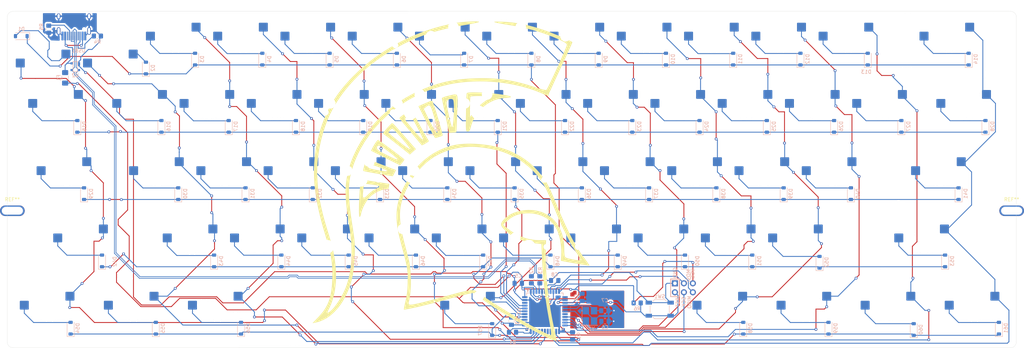
<source format=kicad_pcb>
(kicad_pcb (version 20240108) (generator "pcbnew") (generator_version "8.0")
  (layers (0 "F.Cu" signal) (31 "B.Cu" signal) (34 "B.Paste" user) (35 "F.Paste" user) (36 "B.SilkS" user "B.Silkscreen") (37 "F.SilkS" user "F.Silkscreen") (38 "B.Mask" user) (39 "F.Mask" user) (44 "Edge.Cuts" user))
  (net 0 "")
  (net 1 "GND")
  (net 2 "+5V")
  (net 3 "XTAL1")
  (net 4 "XTAL2")
  (net 5 "Net-(U1-UCAP)")
  (net 6 "row0")
  (net 7 "Net-(D1-A)")
  (net 8 "Net-(D2-A)")
  (net 9 "Net-(D3-A)")
  (net 10 "Net-(D4-A)")
  (net 11 "Net-(D5-A)")
  (net 12 "Net-(D6-A)")
  (net 13 "Net-(D7-A)")
  (net 14 "Net-(D8-A)")
  (net 15 "Net-(D9-A)")
  (net 16 "Net-(D10-A)")
  (net 17 "Net-(D11-A)")
  (net 18 "Net-(D12-A)")
  (net 19 "Net-(D13-A)")
  (net 20 "Net-(D14-A)")
  (net 21 "Net-(D15-A)")
  (net 22 "row1")
  (net 23 "Net-(D16-A)")
  (net 24 "Net-(D17-A)")
  (net 25 "Net-(D18-A)")
  (net 26 "Net-(D19-A)")
  (net 27 "Net-(D20-A)")
  (net 28 "Net-(D21-A)")
  (net 29 "Net-(D22-A)")
  (net 30 "Net-(D23-A)")
  (net 31 "Net-(D24-A)")
  (net 32 "Net-(D25-A)")
  (net 33 "Net-(D26-A)")
  (net 34 "Net-(D27-A)")
  (net 35 "Net-(D28-A)")
  (net 36 "Net-(D29-A)")
  (net 37 "row2")
  (net 38 "Net-(D30-A)")
  (net 39 "Net-(D31-A)")
  (net 40 "Net-(D32-A)")
  (net 41 "Net-(D33-A)")
  (net 42 "Net-(D34-A)")
  (net 43 "Net-(D35-A)")
  (net 44 "Net-(D36-A)")
  (net 45 "Net-(D37-A)")
  (net 46 "Net-(D38-A)")
  (net 47 "Net-(D39-A)")
  (net 48 "Net-(D40-A)")
  (net 49 "Net-(D41-A)")
  (net 50 "Net-(D42-A)")
  (net 51 "row3")
  (net 52 "Net-(D43-A)")
  (net 53 "Net-(D44-A)")
  (net 54 "Net-(D45-A)")
  (net 55 "Net-(D46-A)")
  (net 56 "Net-(D47-A)")
  (net 57 "Net-(D48-A)")
  (net 58 "Net-(D49-A)")
  (net 59 "Net-(D50-A)")
  (net 60 "Net-(D51-A)")
  (net 61 "Net-(D52-A)")
  (net 62 "Net-(D53-A)")
  (net 63 "Net-(D54-A)")
  (net 64 "row4")
  (net 65 "Net-(D55-A)")
  (net 66 "Net-(D56-A)")
  (net 67 "Net-(D57-A)")
  (net 68 "Net-(D58-A)")
  (net 69 "Net-(D59-A)")
  (net 70 "Net-(D60-A)")
  (net 71 "Net-(D61-A)")
  (net 72 "VCC")
  (net 73 "MISO")
  (net 74 "MOSI")
  (net 75 "RESET")
  (net 76 "SCK")
  (net 77 "col0")
  (net 78 "col1")
  (net 79 "col2")
  (net 80 "col3")
  (net 81 "col4")
  (net 82 "col5")
  (net 83 "col6")
  (net 84 "col7")
  (net 85 "col8")
  (net 86 "col9")
  (net 87 "col10")
  (net 88 "col11")
  (net 89 "col12")
  (net 90 "col13")
  (net 91 "Net-(U1-~{HWB}{slash}PE2)")
  (net 92 "D-")
  (net 93 "D+")
  (net 94 "Net-(USB1-CC2)")
  (net 95 "Net-(USB1-CC1)")
  (net 102 "DN")
  (net 103 "DP")
  (footprint "MountingHole:MountingHole_2.2mm_M2_Pad" (layer "F.Cu") (at 65 120.1)
    (property "Reference" "REF**")
    (property "Value" "MountingHole_2.2mm_M2_Pad" (hide yes))
  )
  (footprint "MountingHole:MountingHole_2.2mm_M2_Pad" (layer "F.Cu") (at 348 120.1)
    (property "Reference" "REF**")
    (property "Value" "MountingHole_2.2mm_M2_Pad" (hide yes))
  )
  (footprint "Resistor_SMD:R_0805_2012Metric_Pad1.20x1.40mm_HandSolder" (layer "B.Cu") (at 214.37125 139.6525 -90)
    (property "Reference" "R3")
    (property "Value" "22" (hide yes))
  )
  (footprint "Diode_SMD:D_SOD-123" (layer "B.Cu") (at 307.24 77.1525 90)
    (property "Reference" "D13")
    (property "Value" "D")
  )
  (footprint "MX_Hotswap:MX-Hotswap-1U" (layer "B.Cu") (at 154.04625 130.33375 180)
    (property "Reference" "K?45")
    (property "Value" "C")
  )
  (footprint "Capacitor_SMD:C_0805_2012Metric_Pad1.18x1.45mm_HandSolder" (layer "B.Cu") (at 232.8375 151.4)
    (property "Reference" "C6")
    (property "Value" "22p" (hide yes))
  )
  (footprint "Diode_SMD:D_SOD-123" (layer "B.Cu") (at 226.2775 115.2525 90)
    (property "Reference" "D36")
    (property "Value" "D")
  )
  (footprint "MX_Hotswap:MX-Hotswap-1.25U" (layer "B.Cu") (at 337.4025 149.38375 180)
    (property "Reference" "K?61")
    (property "Value" "FN")
  )
  (footprint "MX_Hotswap:MX-Hotswap-1U" (layer "B.Cu") (at 249.29625 130.33375 180)
    (property "Reference" "K?50")
    (property "Value" ",")
  )
  (footprint "Capacitor_SMD:C_0805_2012Metric_Pad1.18x1.45mm_HandSolder" (layer "B.Cu") (at 223.65 155.5375 90)
    (property "Reference" "C1")
    (property "Value" "0.1u")
  )
  (footprint "MX_Hotswap:MX-Hotswap-1U" (layer "B.Cu") (at 296.92125 111.28375 180)
    (property "Reference" "K?40")
    (property "Value" "'")
  )
  (footprint "MX_Hotswap:MX-Hotswap-1U" (layer "B.Cu") (at 225.48375 73.18375 180)
    (property "Reference" "K?9")
    (property "Value" "#8")
  )
  (footprint "Resistor_SMD:R_0805_2012Metric_Pad1.20x1.40mm_HandSolder" (layer "B.Cu") (at 241.94625 146.20875)
    (property "Reference" "R6")
    (property "Value" "10k")
  )
  (footprint "Diode_SMD:D_SOD-123" (layer "B.Cu") (at 320.2575 153.7325 90)
    (property "Reference" "D60")
    (property "Value" "D")
  )
  (footprint "random-keyboard-parts:SOT143B" (layer "B.Cu") (at 82.825 79.3 180)
    (property "Reference" "U2")
    (property "Value" "PRTR5V0U2X")
  )
  (footprint "MX_Hotswap:MX-Hotswap-1U" (layer "B.Cu") (at 168.33375 73.18375 180)
    (property "Reference" "K?6")
    (property "Value" "#5")
  )
  (footprint "Diode_SMD:D_SOD-123" (layer "B.Cu") (at 141.1875 134.3025 90)
    (property "Reference" "D44")
    (property "Value" "D")
  )
  (footprint "Capacitor_SMD:C_0805_2012Metric_Pad1.18x1.45mm_HandSolder" (layer "B.Cu") (at 208.265 140.6525 180)
    (property "Reference" "C5")
    (property "Value" "10u")
  )
  (footprint "MX_Hotswap:MX-Hotswap-1U" (layer "B.Cu") (at 230.24625 130.33375 180)
    (property "Reference" "K?49")
    (property "Value" "M")
  )
  (footprint "Diode_SMD:D_SOD-123" (layer "B.Cu") (at 344.3875 153.3525 90)
    (property "Reference" "D61")
    (property "Value" "D")
  )
  (footprint "MX_Hotswap:MX-Hotswap-1.25U" (layer "B.Cu") (at 123.09 149.38375 180)
    (property "Reference" "K?56")
    (property "Value" "LALT")
  )
  (footprint "MX_Hotswap:MX-Hotswap-1U" (layer "B.Cu") (at 149.28375 73.18375 180)
    (property "Reference" "K?5")
    (property "Value" "#4")
  )
  (footprint "Diode_SMD:D_SOD-123" (layer "B.Cu") (at 207.2275 115.2525 90)
    (property "Reference" "D35")
    (property "Value" "D")
  )
  (footprint "Diode_SMD:D_SOD-123" (layer "B.Cu") (at 259.615 96.2025 90)
    (property "Reference" "D24")
    (property "Value" "D")
  )
  (footprint "MX_Hotswap:MX-Hotswap-1U" (layer "B.Cu") (at 111.18375 73.18375 180)
    (property "Reference" "K?3")
    (property "Value" "#2")
  )
  (footprint "Diode_SMD:D_SOD-123" (layer "B.Cu") (at 329.1475 134.3025 90)
    (property "Reference" "D53")
    (property "Value" "D")
  )
  (footprint "Diode_SMD:D_SOD-123" (layer "B.Cu") (at 236.4375 134.3025 90)
    (property "Reference" "D49")
    (property "Value" "D")
  )
  (footprint "Diode_SMD:D_SOD-123" (layer "B.Cu") (at 179.2875 134.3025 90)
    (property "Reference" "D46")
    (property "Value" "D")
  )
  (footprint "Capacitor_SMD:C_0805_2012Metric_Pad1.18x1.45mm_HandSolder" (layer "B.Cu") (at 218.58375 139.85875 180)
    (property "Reference" "C8")
    (property "Value" "1u")
  )
  (footprint "Diode_SMD:D_SOD-123" (layer "B.Cu") (at 221.515 96.2025 90)
    (property "Reference" "D22")
    (property "Value" "D")
  )
  (footprint "Diode_SMD:D_SOD-123" (layer "B.Cu") (at 107.215 96.2025 90)
    (property "Reference" "D16")
    (property "Value" "D")
  )
  (footprint "Diode_SMD:D_SOD-123" (layer "B.Cu") (at 293.5875 134.6825 90)
    (property "Reference" "D52")
    (property "Value" "D")
  )
  (footprint "MX_Hotswap:MX-Hotswap-2.75U" (layer "B.Cu") (at 323.115 130.33375 180)
    (property "Reference" "K?53")
    (property "Value" "RSHIFT")
  )
  (footprint "Package_QFP:TQFP-44_10x10mm_P0.8mm" (layer "B.Cu") (at 215.815 148.57125 -90)
    (property "Reference" "U1")
    (property "Value" "ATmega32U4-A")
  )
  (footprint "random-keyboard-parts:Reset_Pretty-Mask" (layer "B.Cu") (at 255.175 141.92 90)
    (property "Reference" "J1")
    (property "Value" "AVR-ISP-6")
  )
  (footprint "MX_Hotswap:MX-Hotswap-1U" (layer "B.Cu") (at 277.87125 111.28375 180)
    (property "Reference" "K?39")
    (property "Value" ";")
  )
  (footprint "Diode_SMD:D_SOD-123" (layer "B.Cu") (at 90.3875 134.3025 90)
    (property "Reference" "D42")
    (property "Value" "D")
  )
  (footprint "MX_Hotswap:MX-Hotswap-2.25U" (layer "B.Cu") (at 84.93125 130.33375 180)
    (property "Reference" "K?42")
    (property "Value" "LSHIFT")
  )
  (footprint "Diode_SMD:D_SOD-123" (layer "B.Cu") (at 245.3275 115.2525 90)
    (property "Reference" "D37")
    (property "Value" "D")
  )
  (footprint "MX_Hotswap:MX-Hotswap-1U" (layer "B.Cu") (at 211.19625 130.33375 180)
    (property "Reference" "K?48")
    (property "Value" "N")
  )
  (footprint "MX_Hotswap:MX-Hotswap-1.25U" (layer "B.Cu") (at 265.965 149.38375 180)
    (property "Reference" "K?58")
    (property "Value" "RALT")
  )
  (footprint "MX_Hotswap:MX-Hotswap-1.75U" (layer "B.Cu") (at 80.2275 111.28375 180)
    (property "Reference" "K?29")
    (property "Value" "CPLK")
  )
  (footprint "MX_Hotswap:MX-Hotswap-1U" (layer "B.Cu") (at 177.85875 92.23375 180)
    (property "Reference" "K?20")
    (property "Value" "T")
  )
  (footprint "Diode_SMD:D_SOD-123" (layer "B.Cu") (at 217.3875 134.3025 90)
    (property "Reference" "D48")
    (property "Value" "D")
  )
  (footprint "Diode_SMD:D_SOD-123" (layer "B.Cu") (at 173.89 77.1525 90)
    (property "Reference" "D6")
    (property "Value" "D")
  )
  (footprint "MX_Hotswap:MX-Hotswap-1U" (layer "B.Cu") (at 187.38375 73.18375 180)
    (property "Reference" "K?7")
    (property "Value" "#6")
  )
  (footprint "Capacitor_SMD:C_0805_2012Metric_Pad1.18x1.45mm_HandSolder" (layer "B.Cu") (at 232.7875 148.4)
    (property "Reference" "C7")
    (property "Value" "22p" (hide yes))
  )
  (footprint "Diode_SMD:D_SOD-123" (layer "B.Cu") (at 131.0275 115.2525 90)
    (property "Reference" "D31")
    (property "Value" "D")
  )
  (footprint "MX_Hotswap:MX-Hotswap-1U" (layer "B.Cu") (at 254.05875 92.23375 180)
    (property "Reference" "K?24")
    (property "Value" "O")
  )
  (footprint "MX_Hotswap:MX-Hotswap-1.5U" (layer "B.Cu") (at 335.02125 92.23375 180)
    (property "Reference" "K?28")
    (property "Value" "\\")
  )
  (footprint "MX_Hotswap:MX-Hotswap-1U" (layer "B.Cu") (at 301.68375 73.18375 180)
    (property "Reference" "K?13")
    (property "Value" "=")
  )
  (footprint "Diode_SMD:D_SOD-123" (layer "B.Cu") (at 231.04 77.1525 90)
    (property "Reference" "D9")
    (property "Value" "D")
  )
  (footprint "MX_Hotswap:MX-Hotswap-1U" (layer "B.Cu") (at 173.09625 130.33375 180)
    (property "Reference" "K?46")
    (property "Value" "V")
  )
  (footprint "Diode_SMD:D_SOD-123" (layer "B.Cu") (at 145.315 96.2025 90)
    (property "Reference" "D18")
    (property "Value" "D")
  )
  (footprint "Diode_SMD:D_SOD-123" (layer "B.Cu") (at 302.4775 115.2525 90)
    (property "Reference" "D40")
    (property "Value" "D")
  )
  (footprint "MX_Hotswap:MX-Hotswap-1U" (layer "B.Cu") (at 125.47125 111.28375 180)
    (property "Reference" "K?31")
    (property "Value" "S")
  )
  (footprint "Diode_SMD:D_SOD-123" (layer "B.Cu") (at 83.4025 96.2025 90)
    (property "Reference" "D15")
    (property "Value" "D")
  )
  (footprint "MX_Hotswap:MX-Hotswap-1U" (layer "B.Cu") (at 101.65875 92.23375 180)
    (property "Reference" "K?16")
    (property "Value" "Q")
  )
  (footprint "MX_Hotswap:MX-Hotswap-1U" (layer "B.Cu") (at 258.82125 111.28375 180)
    (property "Reference" "K?38")
    (property "Value" "L")
  )
  (footprint "Diode_SMD:D_SOD-123" (layer "B.Cu") (at 288.19 77.1525 90)
    (property "Reference" "D12")
    (property "Value" "D")
  )
  (footprint "Diode_SMD:D_SOD-123" (layer "B.Cu") (at 154.84 77.1525 90)
    (property "Reference" "D5")
    (property "Value" "D")
  )
  (footprint "MX_Hotswap:MX-Hotswap-1U" (layer "B.Cu") (at 220.72125 111.28375 180)
    (property "Reference" "K?36")
    (property "Value" "J")
  )
  (footprint "MX_Hotswap:MX-Hotswap-1U" (layer "B.Cu") (at 292.15875 92.23375 180)
    (property "Reference" "K?26")
    (property "Value" "[")
  )
  (footprint "Diode_SMD:D_SOD-123" (layer "B.Cu") (at 211.99 77.1525 90)
    (property "Reference" "D8")
    (property "Value" "D")
  )
  (footprint "MX_Hotswap:MX-Hotswap-1.25U" (layer "B.Cu") (at 289.7775 149.38375 180)
    (property "Reference" "K?59")
    (property "Value" "PG")
  )
  (footprint "Diode_SMD:D_SOD-123" (layer "B.Cu") (at 335.815 77.1525 90)
    (property "Reference" "D14")
    (property "Value" "D")
  )
  (footprint "MX_Hotswap:MX-Hotswap-1U" (layer "B.Cu") (at 215.95875 92.23375 180)
    (property "Reference" "K?22")
    (property "Value" "U")
  )
  (footprint "Diode_SMD:D_SOD-123" (layer "B.Cu") (at 164.365 96.2025 90)
    (property "Reference" "D19")
    (property "Value" "D")
  )
  (footprint "MX_Hotswap:MX-Hotswap-1U" (layer "B.Cu") (at 287.39625 130.33375 180)
    (property "Reference" "K?52")
    (property "Value" "/")
  )
  (footprint "MX_Hotswap:MX-Hotswap-1U" (layer "B.Cu") (at 115.94625 130.33375 180)
    (property "Reference" "K?43")
    (property "Value" "Z")
  )
  (footprint "Diode_SMD:D_SOD-123" (layer "B.Cu") (at 105.6275 153.3525 90)
    (property "Reference" "D55")
    (property "Value" "D")
  )
  (footprint "Capacitor_SMD:C_0805_2012Metric_Pad1.18x1.45mm_HandSolder" (layer "B.Cu") (at 206.35 151.3625 90)
    (property "Reference" "C3")
    (property "Value" "0.1u")
  )
  (footprint "Crystal:Crystal_SMD_3225-4Pin_3.2x2.5mm_HandSoldering" (layer "B.Cu") (at 228.575 149.85 90)
    (property "Reference" "Y1")
    (property "Value" "16MHz")
  )
  (footprint "Diode_SMD:D_SOD-123" (layer "B.Cu") (at 283.4275 115.2525 90)
    (property "Reference" "D39")
    (property "Value" "D")
  )
  (footprint "Diode_SMD:D_SOD-123" (layer "B.Cu") (at 111.9775 115.2525 90)
    (property "Reference" "D30")
    (property "Value" "D")
  )
  (footprint "Diode_SMD:D_SOD-123" (layer "B.Cu") (at 264.3775 115.2525 90)
    (property "Reference" "D38")
    (property "Value" "D")
  )
  (footprint "Diode_SMD:D_SOD-123" (layer "B.Cu") (at 202.465 96.2025 90)
    (property "Reference" "D21")
    (property "Value" "D")
  )
  (footprint "MX_Hotswap:MX-Hotswap-1U" (layer "B.Cu") (at 92.13375 73.18375)
    (property "Reference" "K?2")
    (property "Value" "#1")
  )
  (footprint "Diode_SMD:D_SOD-123" (layer "B.Cu") (at 278.665 96.2025 90)
    (property "Reference" "D25")
    (property "Value" "D")
  )
  (footprint "Diode_SMD:D_SOD-123" (layer "B.Cu") (at 255.4875 134.3025 90)
    (property "Reference" "D50")
    (property "Value" "D")
  )
  (footprint "Diode_SMD:D_SOD-123" (layer "B.Cu") (at 340.5775 96.2025 90)
    (property "Reference" "D28")
    (property "Value" "D")
  )
  (footprint "MX_Hotswap:MX-Hotswap-1U" (layer "B.Cu") (at 73.08375 73.18375)
    (property "Reference" "K?1")
    (property "Value" "ESC")
  )
  (footprint "MX_Hotswap:MX-Hotswap-2U" (layer "B.Cu") (at 330.25875 73.18375 180)
    (property "Reference" "K?14")
    (property "Value" "BSPC")
  )
  (footprint "MX_Hotswap:MX-Hotswap-1U" (layer "B.Cu") (at 120.70875 92.23375 180)
    (property "Reference" "K?17")
    (property "Value" "W")
  )
  (footprint "Diode_SMD:D_SOD-123" (layer "B.Cu") (at 188.1775 115.2525 90)
    (property "Reference" "D34")
    (property "Value" "D")
  )
  (footprint "Diode_SMD:D_SOD-123" (layer "B.Cu") (at 135.79 77.1525 90)
    (property "Reference" "D4")
    (property "Value" "D")
  )
  (footprint "MX_Hotswap:MX-Hotswap-1U" (layer "B.Cu") (at 268.34625 130.33375 180)
    (property "Reference" "K?51")
    (property "Value" ".")
  )
  (footprint "Diode_SMD:D_SOD-123" (layer "B.Cu") (at 116.74 77.1525 90)
    (property "Reference" "D3")
    (property "Value" "D")
  )
  (footprint "MX_Hotswap:MX-Hotswap-1U" (layer "B.Cu") (at 182.62125 111.28375 180)
    (property "Reference" "K?34")
    (property "Value" "G")
  )
  (footprint "MX_Hotswap:MX-Hotswap-1U" (layer "B.Cu") (at 244.53375 73.18375 180)
    (property "Reference" "K?10")
    (property "Value" "#9")
  )
  (footprint "MX_Hotswap:MX-Hotswap-1U" (layer "B.Cu") (at 130.23375 73.18375 180)
    (property "Reference" "K?4")
    (property "Value" "#3")
  )
  (footprint "MX_Hotswap:MX-Hotswap-1U" (layer "B.Cu") (at 235.00875 92.23375 180)
    (property "Reference" "K?23")
    (property "Value" "I")
  )
  (footprint "Diode_SMD:D_SOD-123" (layer "B.Cu") (at 269.14 77.1525 90)
    (property "Reference" "D11")
    (property "Value" "D")
  )
  (footprint "Diode_SMD:D_SOD-123" (layer "B.Cu") (at 198.3375 134.3025 90)
    (property "Reference" "D47")
    (property "Value" "D")
  )
  (footprint "MX_Hotswap:MX-Hotswap-1.5U" (layer "B.Cu") (at 77.84625 92.23375 180)
    (property "Reference" "K?15")
    (property "Value" "TAB")
  )
  (footprint "Diode_SMD:D_SOD-123" (layer "B.Cu") (at 316.765 96.2025 90)
    (property "Reference" "D27")
    (property "Value" "D")
  )
  (footprint "Resistor_SMD:R_0805_2012Metric_Pad1.20x1.40mm_HandSolder" (layer "B.Cu") (at 89.08 70.62)
    (property "Reference" "R4")
    (property "Value" "5.1k")
  )
  (footprint "MX_Hotswap:MX-Hotswap-1.25U" (layer "B.Cu") (at 75.465 149.38375 180)
    (property "Reference" "K?54")
    (property "Value" "LCTRL")
  )
  (footprint "Diode_SMD:D_SOD-123" (layer "B.Cu") (at 160.2375 134.3025 90)
    (property "Reference" "D45")
    (property "Value" "D")
  )
  (footprint "MX_Hotswap:MX-Hotswap-1.25U" (layer "B.Cu") (at 313.59 149.38375 180)
    (property "Reference" "K?60")
    (property "Value" "RCTRL")
  )
  (footprint "MX_Hotswap:MX-Hotswap-1U" (layer "B.Cu") (at 273.10875 92.23375 180)
    (property "Reference" "K?25")
    (property "Value" "P")
  )
  (footprint "Diode_SMD:D_SOD-123" (layer "B.Cu") (at 297.715 96.2025 90)
    (property "Reference" "D26")
    (property "Value" "D")
  )
  (footprint "Diode_SMD:D_SOD-123" (layer "B.Cu") (at 85.3075 115.2525 90)
    (property "Reference" "D29")
    (property "Value" "D")
  )
  (footprint "Diode_SMD:D_SOD-123" (layer "B.Cu") (at 183.415 96.2025 90)
    (property "Reference" "D20")
    (property "Value" "D")
  )
  (footprint "Diode_SMD:D_SOD-123" (layer "B.Cu") (at 169.1275 115.2525 90)
    (property "Reference" "D33")
    (property "Value" "D")
  )
  (footprint "Type-C:HRO-TYPE-C-31-M-12-HandSoldering" (layer "B.Cu") (at 82.42 62.415)
    (property "Reference" "USB1")
    (property "Value" "HRO-TYPE-C-31-M-12")
  )
  (footprint "MX_Hotswap:MX-Hotswap-1.25U" (layer "B.Cu") (at 99.2775 149.38375 180)
    (property "Reference" "K?55")
    (property "Value" "WINDOWS")
  )
  (footprint "Button_Switch_SMD:SW_SPST_SKQG_WithStem" (layer "B.Cu") (at 248.325 147.975 180)
    (property "Reference" "SW1")
    (property "Value" "SW_Push")
  )
  (footprint "Diode_SMD:D_SOD-123" (layer "B.Cu") (at 126.265 96.2025 90)
    (property "Reference" "D17")
    (property "Value" "D")
  )
  (footprint "MX_Hotswap:MX-Hotswap-1U" (layer "B.Cu") (at 134.99625 130.33375 180)
    (property "Reference" "K?44")
    (property "Value" "X")
  )
  (footprint "Diode_SMD:D_SOD-123" (layer "B.Cu") (at 271.9975 153.3525 90)
    (property "Reference" "D58")
    (property "Value" "D")
  )
  (footprint "MX_Hotswap:MX-Hotswap-1U" (layer "B.Cu") (at 158.80875 92.23375 180)
    (property "Reference" "K?19")
    (property "Value" "R")
  )
  (footprint "MX_Hotswap:MX-Hotswap-1U" (layer "B.Cu") (at 206.43375 73.18375 180)
    (property "Reference" "K?8")
    (property "Value" "#7")
  )
  (footprint "Diode_SMD:D_SOD-123" (layer "B.Cu") (at 192.94 77.1525 90)
    (property "Reference" "D7")
    (property "Value" "D")
  )
  (footprint "MX_Hotswap:MX-Hotswap-2.25U" (layer "B.Cu") (at 327.8775 111.28375 180)
    (property "Reference" "K?41")
    (property "Value" "ENTER")
  )
  (footprint "Diode_SMD:D_SOD-123" (layer "B.Cu") (at 122.1375 134.3025 90)
    (property "Reference" "D43")
    (property "Value" "D")
  )
  (footprint "Fuse:Fuse_1206_3216Metric_Pad1.42x1.75mm_HandSolder" (layer "B.Cu") (at 79.95 82.4625 -90)
    (property "Reference" "F1")
    (property "Value" "500m" (hide yes))
  )
  (footprint "Diode_SMD:D_SOD-123" (layer "B.Cu") (at 129.7575 153.3525 90)
    (property "Reference" "D56")
    (property "Value" "D")
  )
  (footprint "MX_Hotswap:MX-Hotswap-1U" (layer "B.Cu") (at 263.58375 73.18375 180)
    (property "Reference" "K?11")
    (property "Value" "#0")
  )
  (footprint "Diode_SMD:D_SOD-123" (layer "B.Cu") (at 332.9575 115.2525 90)
    (property "Reference" "D41")
    (property "Value" "D")
  )
  (footprint "Diode_SMD:D_SOD-123" (layer "B.Cu") (at 150.0775 115.2525 90)
    (property "Reference" "D32")
    (property "Value" "D")
  )
  (footprint "MX_Hotswap:MX-Hotswap-1U" (layer "B.Cu") (at 239.77125 111.28375 180)
    (property "Reference" "K?37")
    (property "Value" "K")
  )
  (footprint "Resistor_SMD:R_0805_2012Metric_Pad1.20x1.40mm_HandSolder" (layer "B.Cu") (at 211.99 139.6525 -90)
    (property "Reference" "R2")
    (property "Value" "22" (hide yes))
  )
  (footprint "MX_Hotswap:MX-Hotswap-1U" (layer "B.Cu") (at 139.75875 92.23375 180)
    (property "Reference" "K?18")
    (property "Value" "E")
  )
  (footprint "Diode_SMD:D_SOD-123" (layer "B.Cu") (at 81.4975 153.3525 90)
    (property "Reference" "D54")
    (property "Value" "D")
  )
  (footprint "Resistor_SMD:R_0805_2012Metric_Pad1.20x1.40mm_HandSolder" (layer "B.Cu") (at 206.65 154.5 180)
    (property "Reference" "R1")
    (property "Value" "10k")
  )
  (footprint "MX_Hotswap:MX-Hotswap-1U" (layer "B.Cu") (at 106.42125 111.28375 180)
    (property "Reference" "K?30")
    (property "Value" "A")
  )
  (footprint "MX_Hotswap:MX-Hotswap-1U" (layer "B.Cu") (at 163.57125 111.28375 180)
    (property "Reference" "K?33")
    (property "Value" "F")
  )
  (footprint "Diode_SMD:D_SOD-123" (layer "B.Cu") (at 200.8775 153.7325 90)
    (property "Reference" "D57")
    (property "Value" "D")
  )
  (footprint "MX_Hotswap:MX-Hotswap-1U" (layer "B.Cu") (at 144.52125 111.28375 180)
    (property "Reference" "K?32")
    (property "Value" "D")
  )
  (footprint "MX_Hotswap:MX-Hotswap-1U" (layer "B.Cu") (at 192.14625 130.33375 180)
    (property "Reference" "K?47")
    (property "Value" "B")
  )
  (footprint "Diode_SMD:D_SOD-123" (layer "B.Cu") (at 240.565 96.2025 90)
    (property "Reference" "D23")
    (property "Value" "D")
  )
  (footprint "Diode_SMD:D_SOD-123" (layer "B.Cu") (at 102.825 79.675 90)
    (property "Reference" "D2")
    (property "Value" "D")
  )
  (footprint "MX_Hotswap:MX-Hotswap-1U" (layer "B.Cu") (at 196.90875 92.23375 180)
    (property "Reference" "K?21")
    (property "Value" "Y")
  )
  (footprint "MX_Hotswap:MX-Hotswap-1U" (layer "B.Cu") (at 282.63375 73.18375 180)
    (property "Reference" "K?12")
    (property "Value" "-")
  )
  (footprint "Capacitor_SMD:C_0805_2012Metric_Pad1.18x1.45mm_HandSolder" (layer "B.Cu") (at 226.35 144.6125 -90)
    (property "Reference" "C2")
    (property "Value" "0.1u")
  )
  (footprint "Diode_SMD:D_SOD-123" (layer "B.Cu") (at 296.1275 153.3525 90)
    (property "Reference" "D59")
    (property "Value" "D")
  )
  (footprint "MX_Hotswap:MX-Hotswap-1U" (layer "B.Cu") (at 311.20875 92.23375 180)
    (property "Reference" "K?27")
    (property "Value" "]")
  )
  (footprint "Resistor_SMD:R_0805_2012Metric_Pad1.20x1.40mm_HandSolder" (layer "B.Cu") (at 75.3 68.69 -90)
    (property "Reference" "R5")
    (property "Value" "5.1k")
  )
  (footprint "Diode_SMD:D_SOD-123" (layer "B.Cu") (at 274.5375 134.3025 90)
    (property "Reference" "D51")
    (property "Value" "D")
  )
  (footprint "MX_Hotswap:MX-Hotswap-6.25U-ReversedStabilizers" (layer "B.Cu") (at 194.5275 149.38375 180)
    (property "Reference" "K?57")
    (property "Value" "SPACE")
  )
  (footprint "Diode_SMD:D_SOD-123" (layer "B.Cu") (at 250.09 77.1525 90)
    (property "Reference" "D10")
    (property "Value" "D")
  )
  (footprint "Diode_SMD:D_SOD-123" (layer "B.Cu") (at 67.53125 70.64375 180)
    (property "Reference" "D1")
    (property "Value" "D")
  )
  (footprint "MX_Hotswap:MX-Hotswap-1U" (layer "B.Cu") (at 201.67125 111.28375 180)
    (property "Reference" "K?35")
    (property "Value" "H")
  )
  (gr_poly (pts (xy 190.531213 87.148369) (xy 190.633181 87.171968) (xy 190.723115 87.210703) (xy 190.801639 87.265768) (xy 190.86938 87.338362) (xy 190.926961 87.42968) (xy 190.975008 87.540919) (xy 191.014146 87.673277) (xy 191.068193 88.006131) (xy 191.094102 88.437817) (xy 191.096874 88.977907) (xy 191.053001 90.421592) (xy 190.976572 92.41377) (xy 190.898437 94.508111) (xy 190.827743 96.230383) (xy 190.771933 97.406952) (xy 190.751934 97.736339) (xy 190.738446 97.864188) (xy 190.728305 97.869452) (xy 190.708165 97.875297) (xy 190.640055 97.888577) (xy 190.53846 97.903718) (xy 190.407718 97.920409) (xy 190.076161 97.957203) (xy 189.680111 97.996478) (xy 188.674696 98.049396) (xy 187.669281 93.286894) (xy 187.273646 91.414552) (xy 186.944983 89.837388) (xy 186.888426 89.556268) (xy 187.960321 89.556268) (xy 187.974946 89.778566) (xy 188.016545 90.098146) (xy 188.167028 90.969308) (xy 188.384482 92.050069) (xy 188.641625 93.220748) (xy 188.911169 94.361661) (xy 189.165831 95.353126) (xy 189.378324 96.075459) (xy 189.460231 96.298301) (xy 189.521364 96.40898) (xy 189.548788 96.422905) (xy 189.576425 96.41093) (xy 189.631951 96.314204) (xy 189.687167 96.128646) (xy 189.741298 95.864101) (xy 189.843204 95.137427) (xy 189.931467 94.212936) (xy 189.999887 93.169382) (xy 190.042261 92.085521) (xy 190.05239 91.040107) (xy 190.024072 90.111895) (xy 190.009098 89.871684) (xy 189.993582 89.65616) (xy 189.976981 89.463969) (xy 189.958752 89.293753) (xy 189.948857 89.216462) (xy 189.938352 89.144156) (xy 189.927169 89.076666) (xy 189.91524 89.013822) (xy 189.902497 88.955454) (xy 189.888872 88.901393) (xy 189.874297 88.85147) (xy 189.858706 88.805514) (xy 189.842029 88.763356) (xy 189.824199 88.724828) (xy 189.805148 88.689758) (xy 189.784808 88.657977) (xy 189.763112 88.629317) (xy 189.739992 88.603607) (xy 189.715379 88.580678) (xy 189.689207 88.56036) (xy 189.661407 88.542484) (xy 189.631911 88.52688) (xy 189.600651 88.513379) (xy 189.567561 88.50181) (xy 189.532571 88.492005) (xy 189.495615 88.483794) (xy 189.456623 88.477007) (xy 189.415529 88.471475) (xy 189.341519 88.463323) (xy 189.26838 88.458659) (xy 189.196211 88.457406) (xy 189.125107 88.459486) (xy 189.055167 88.464822) (xy 188.986485 88.473336) (xy 188.919161 88.48495) (xy 188.853289 88.499588) (xy 188.788968 88.51717) (xy 188.726295 88.537621) (xy 188.665365 88.560863) (xy 188.606276 88.586817) (xy 188.549125 88.615407) (xy 188.494009 88.646555) (xy 188.441025 88.680184) (xy 188.390269 88.716215) (xy 188.341838 88.754572) (xy 188.29583 88.795177) (xy 188.252341 88.837952) (xy 188.211469 88.88282) (xy 188.173309 88.929704) (xy 188.137959 88.978525) (xy 188.105516 89.029207) (xy 188.076076 89.081671) (xy 188.049738 89.135841) (xy 188.026596 89.191638) (xy 188.006749 89.248986) (xy 187.990294 89.307807) (xy 187.977326 89.368023) (xy 187.967944 89.429557) (xy 187.962243 89.492331) (xy 187.960321 89.556268) (xy 186.888426 89.556268) (xy 186.7205 88.721591) (xy 186.658954 88.38864) (xy 186.637404 88.233352) (xy 186.639712 88.218012) (xy 186.646564 88.20179) (xy 186.673475 88.166896) (xy 186.717283 88.129055) (xy 186.777138 88.088657) (xy 186.852185 88.046089) (xy 186.941572 88.001738) (xy 187.044447 87.955991) (xy 187.159957 87.909237) (xy 187.42547 87.814256) (xy 187.731291 87.719895) (xy 188.070598 87.629254) (xy 188.43657 87.545433) (xy 189.427983 87.30643) (xy 189.818986 87.215511) (xy 190.146854 87.156413) (xy 190.416585 87.138708)) (stroke (width -0.000001)) (fill solid) (layer "F.SilkS"))
  (gr_poly (pts (xy 168.685039 100.094425) (xy 168.947736 100.266004) (xy 169.82148 100.879609) (xy 172.376363 102.752363) (xy 174.891558 104.654882) (xy 175.715694 105.305695) (xy 175.946145 105.501459) (xy 176.027613 105.59002) (xy 176.024557 105.608552) (xy 176.015572 105.6341) (xy 176.000928 105.666236) (xy 175.980897 105.704535) (xy 175.925758 105.797915) (xy 175.852326 105.910828) (xy 175.76277 106.039864) (xy 175.659262 106.181612) (xy 175.543972 106.332662) (xy 175.41907 106.489602) (xy 174.784072 107.230436) (xy 170.68303 105.166685) (xy 166.581987 103.102935) (xy 166.927296 102.389298) (xy 168.217417 102.389298) (xy 168.23894 102.490261) (xy 168.285268 102.592153) (xy 168.359036 102.697069) (xy 168.46288 102.807101) (xy 168.599435 102.924342) (xy 168.771336 103.050884) (xy 168.98122 103.188821) (xy 169.231722 103.340246) (xy 169.525476 103.507251) (xy 170.253287 103.896374) (xy 171.185736 104.372935) (xy 171.85981 104.708347) (xy 172.443386 104.990003) (xy 172.936502 105.217477) (xy 173.339197 105.390341) (xy 173.65151 105.50817) (xy 173.873479 105.570537) (xy 173.950597 105.580789) (xy 174.005144 105.577016) (xy 174.037125 105.559164) (xy 174.046544 105.52718) (xy 174.033406 105.481012) (xy 173.997716 105.420604) (xy 173.939479 105.345905) (xy 173.8587 105.256861) (xy 173.629534 105.035524) (xy 173.310258 104.756168) (xy 172.90091 104.418365) (xy 172.401528 104.02169) (xy 171.13282 103.050018) (xy 170.776621 102.782354) (xy 170.451157 102.544571) (xy 170.299477 102.436728) (xy 170.154915 102.336167) (xy 170.017281 102.242824) (xy 169.886385 102.156637) (xy 169.762039 102.077542) (xy 169.644055 102.005477) (xy 169.532242 101.940378) (xy 169.426413 101.882183) (xy 169.326378 101.830829) (xy 169.231948 101.786252) (xy 169.142935 101.74839) (xy 169.059149 101.71718) (xy 168.980401 101.692559) (xy 168.906503 101.674463) (xy 168.837265 101.66283) (xy 168.772499 101.657597) (xy 168.712016 101.658701) (xy 168.655627 101.666079) (xy 168.603142 101.679667) (xy 168.578305 101.688771) (xy 168.554373 101.699403) (xy 168.509131 101.725225) (xy 168.467227 101.757068) (xy 168.428472 101.79487) (xy 168.392678 101.838568) (xy 168.359654 101.8881) (xy 168.329213 101.943401) (xy 168.301164 102.004409) (xy 168.275321 102.071061) (xy 168.238243 102.181791) (xy 168.218063 102.287172) (xy 168.217417 102.389298) (xy 166.927296 102.389298) (xy 166.978862 102.282729) (xy 167.183087 101.923887) (xy 167.422039 101.515437) (xy 167.546786 101.308111) (xy 167.670913 101.106986) (xy 167.79132 100.918264) (xy 167.904905 100.748144) (xy 167.959424 100.674719) (xy 168.013632 100.603502) (xy 168.06722 100.534843) (xy 168.119879 100.469092) (xy 168.171297 100.406595) (xy 168.221164 100.347704) (xy 168.269172 100.292765) (xy 168.315009 100.242129) (xy 168.358365 100.196143) (xy 168.398931 100.155158) (xy 168.436397 100.11952) (xy 168.470452 100.08958) (xy 168.500786 100.065687) (xy 168.514461 100.056116) (xy 168.527089 100.048188) (xy 168.538633 100.041945) (xy 168.549052 100.037432) (xy 168.558309 100.034693) (xy 168.566364 100.03377)) (stroke (width -0.000001)) (fill solid) (layer "F.SilkS"))
  (gr_poly (pts (xy 197.748096 86.619445) (xy 200.035242 86.774837) (xy 202.311227 87.003402) (xy 204.290485 87.281267) (xy 205.079604 87.431226) (xy 205.687454 87.584557) (xy 206.078341 87.738276) (xy 206.181268 87.814347) (xy 206.216569 87.889397) (xy 206.214185 87.897065) (xy 206.207112 87.905164) (xy 206.179362 87.922521) (xy 206.134249 87.941195) (xy 206.072702 87.960915) (xy 205.904031 88.002411) (xy 205.680789 88.044837) (xy 205.410419 88.086022) (xy 205.10036 88.123797) (xy 204.758055 88.15599) (xy 204.390944 88.180432) (xy 203.971038 88.219054) (xy 203.554943 88.275162) (xy 203.143064 88.348409) (xy 202.735802 88.438453) (xy 202.333558 88.54495) (xy 201.936736 88.667555) (xy 201.545737 88.805924) (xy 201.160963 88.959714) (xy 200.782817 89.128581) (xy 200.411701 89.31218) (xy 200.048016 89.510168) (xy 199.692164 89.7222) (xy 199.344549 89.947934) (xy 199.005572 90.187024) (xy 198.675635 90.439126) (xy 198.35514 90.703898) (xy 197.744086 91.270071) (xy 197.45433 91.570785) (xy 197.175625 91.882792) (xy 196.908373 92.205748) (xy 196.652976 92.539309) (xy 196.409836 92.883131) (xy 196.179355 93.23687) (xy 195.961935 93.600182) (xy 195.757979 93.972723) (xy 195.567888 94.354149) (xy 195.392064 94.744117) (xy 195.23091 95.142281) (xy 195.084828 95.548299) (xy 194.95422 95.961826) (xy 194.839488 96.382518) (xy 194.790725 96.566828) (xy 194.743318 96.733349) (xy 194.696764 96.882894) (xy 194.650558 97.016278) (xy 194.627429 97.077163) (xy 194.604198 97.134313) (xy 194.580802 97.18783) (xy 194.557179 97.237815) (xy 194.533265 97.28437) (xy 194.508997 97.327597) (xy 194.484313 97.367597) (xy 194.459149 97.404472) (xy 194.433442 97.438324) (xy 194.40713 97.469255) (xy 194.380149 97.497366) (xy 194.352437 97.52276) (xy 194.32393 97.545537) (xy 194.294566 97.5658) (xy 194.264281 97.58365) (xy 194.233013 97.59919) (xy 194.200698 97.61252) (xy 194.167274 97.623743) (xy 194.132678 97.63296) (xy 194.096846 97.640273) (xy 194.059716 97.645784) (xy 194.021224 97.649594) (xy 193.981308 97.651806) (xy 193.939905 97.652521) (xy 193.756661 97.64017) (xy 193.682828 97.613627) (xy 193.619925 97.563637) (xy 193.567253 97.482796) (xy 193.524117 97.363701) (xy 193.489816 97.19895) (xy 193.463655 96.98114) (xy 193.432959 96.356734) (xy 193.426447 95.43126) (xy 193.463654 92.440229) (xy 193.507889 90.376891) (xy 193.51366 90.182225) (xy 194.596248 90.182225) (xy 194.601365 90.746892) (xy 194.601365 93.551479) (xy 195.183446 92.784184) (xy 195.414039 92.47483) (xy 195.649051 92.172181) (xy 195.887938 91.876741) (xy 196.130159 91.589013) (xy 196.37517 91.309502) (xy 196.622429 91.038711) (xy 196.871393 90.777145) (xy 197.12152 90.525306) (xy 197.372267 90.283699) (xy 197.623092 90.052829) (xy 197.873451 89.833197) (xy 198.122803 89.625309) (xy 198.370605 89.429669) (xy 198.616314 89.246779) (xy 198.859387 89.077145) (xy 199.099282 88.921269) (xy 199.230657 88.832056) (xy 199.356527 88.743346) (xy 199.476352 88.655644) (xy 199.589587 88.569454) (xy 199.695692 88.48528) (xy 199.794122 88.403624) (xy 199.884336 88.324992) (xy 199.965791 88.249887) (xy 200.037944 88.178813) (xy 200.100253 88.112273) (xy 200.152175 88.050772) (xy 200.174071 88.022068) (xy 200.193167 87.994813) (xy 200.209395 87.969069) (xy 200.222688 87.9449) (xy 200.232976 87.922369) (xy 200.240194 87.901537) (xy 200.244271 87.88247) (xy 200.245142 87.865228) (xy 200.242738 87.849876) (xy 200.236991 87.836477) (xy 200.208063 87.812295) (xy 200.152228 87.789374) (xy 199.966929 87.747386) (xy 199.695278 87.71067) (xy 199.351462 87.67938) (xy 198.504071 87.633697) (xy 197.538237 87.611579) (xy 196.567443 87.614266) (xy 195.70517 87.642997) (xy 195.350192 87.667517) (xy 195.064899 87.699014) (xy 194.863477 87.737642) (xy 194.798651 87.759679) (xy 194.760112 87.783556) (xy 194.740598 87.813058) (xy 194.72182 87.870736) (xy 194.686939 88.064266) (xy 194.656398 88.351433) (xy 194.631128 88.719525) (xy 194.61206 89.155829) (xy 194.600123 89.647633) (xy 194.596248 90.182225) (xy 193.51366 90.182225) (xy 193.559566 88.633534) (xy 193.587421 87.938435) (xy 193.616205 87.391233) (xy 193.645609 87.014565) (xy 193.660447 86.897253) (xy 193.675323 86.831063) (xy 193.732251 86.764338) (xy 193.855409 86.707782) (xy 194.282572 86.623684) (xy 194.921118 86.575786) (xy 195.735351 86.561103)) (stroke (width -0.000001)) (fill solid) (layer "F.SilkS"))
  (gr_poly (pts (xy 172.630242 95.28191) (xy 172.69009 95.316695) (xy 172.878657 95.47591) (xy 173.185666 95.783332) (xy 173.643054 96.27338) (xy 175.13671 97.939014) (xy 177.615111 100.748144) (xy 179.281989 102.653142) (xy 178.408862 103.420437) (xy 177.562197 104.187726) (xy 174.75761 101.938768) (xy 173.593445 101.022234) (xy 172.48881 100.162752) (xy 171.572691 99.457059) (xy 170.974071 99.001893) (xy 170.871215 98.932214) (xy 170.771344 98.862419) (xy 170.674961 98.793011) (xy 170.582571 98.724494) (xy 170.494675 98.657373) (xy 170.41178 98.592151) (xy 170.334388 98.529332) (xy 170.263004 98.469419) (xy 170.19813 98.412918) (xy 170.140272 98.360331) (xy 170.089933 98.312162) (xy 170.047616 98.268915) (xy 170.013826 98.231095) (xy 169.989066 98.199204) (xy 169.98023 98.18564) (xy 169.973841 98.173747) (xy 169.969961 98.163589) (xy 169.968654 98.155228) (xy 169.975056 98.128692) (xy 169.993821 98.089289) (xy 170.02429 98.037794) (xy 170.065806 97.974981) (xy 170.088605 97.943558) (xy 171.556154 97.943558) (xy 171.56924 97.978162) (xy 171.607508 98.031563) (xy 171.753662 98.189952) (xy 172.282932 98.679432) (xy 173.049087 99.335103) (xy 173.957248 100.080071) (xy 174.912539 100.837441) (xy 175.82008 101.530319) (xy 176.584995 102.08181) (xy 176.884317 102.280506) (xy 177.112404 102.415019) (xy 177.747405 102.75898) (xy 177.244695 101.991685) (xy 177.107494 101.792732) (xy 176.901151 101.521224) (xy 176.635896 101.188945) (xy 176.321962 100.807676) (xy 175.588984 99.9453) (xy 174.784072 99.028352) (xy 174.383682 98.593289) (xy 174.001896 98.187061) (xy 173.647396 97.81866) (xy 173.328862 97.497077) (xy 173.185796 97.356653) (xy 173.054977 97.231305) (xy 172.937491 97.122158) (xy 172.834422 97.030336) (xy 172.746856 96.956961) (xy 172.675879 96.90316) (xy 172.622575 96.870055) (xy 172.602889 96.861614) (xy 172.588029 96.85877) (xy 172.561791 96.860981) (xy 172.532839 96.867464) (xy 172.501407 96.877998) (xy 172.467727 96.892359) (xy 172.394553 96.931672) (xy 172.315178 96.98362) (xy 172.231462 97.046419) (xy 172.145266 97.118288) (xy 172.058449 97.197443) (xy 171.972873 97.282102) (xy 171.890398 97.370481) (xy 171.812883 97.460798) (xy 171.742189 97.551271) (xy 171.680178 97.640115) (xy 171.628708 97.725549) (xy 171.607508 97.76643) (xy 171.589641 97.805789) (xy 171.575339 97.843405) (xy 171.564836 97.879053) (xy 171.558363 97.912512) (xy 171.556154 97.943558) (xy 170.088605 97.943558) (xy 170.179338 97.818505) (xy 170.329148 97.626061) (xy 170.509964 97.403852) (xy 170.716514 97.158078) (xy 170.943529 96.894941) (xy 171.185736 96.620641) (xy 171.309327 96.483402) (xy 171.431561 96.349962) (xy 171.551702 96.221017) (xy 171.669014 96.097265) (xy 171.782761 95.979405) (xy 171.892205 95.868133) (xy 171.996611 95.764147) (xy 172.095242 95.668146) (xy 172.187362 95.580826) (xy 172.272234 95.502885) (xy 172.349122 95.435021) (xy 172.41729 95.377931) (xy 172.476001 95.332314) (xy 172.524519 95.298866) (xy 172.544725 95.286924) (xy 172.562107 95.278286) (xy 172.576573 95.273039) (xy 172.588029 95.271271)) (stroke (width -0.000001)) (fill solid) (layer "F.SilkS"))
  (gr_poly (pts (xy 164.084 111.252) (xy 164.123015 111.255903) (xy 164.164234 111.261754) (xy 164.253654 111.278563) (xy 164.430697 111.317836) (xy 164.732384 111.374473) (xy 165.642716 111.529915) (xy 168.222404 111.94002) (xy 168.909597 112.038826) (xy 169.552762 112.135151) (xy 170.137636 112.226515) (xy 170.649956 112.310437) (xy 171.07546 112.384437) (xy 171.399884 112.446036) (xy 171.608967 112.492751) (xy 171.665798 112.509753) (xy 171.688445 112.522104) (xy 171.697444 112.535378) (xy 171.70462 112.555124) (xy 171.710014 112.580994) (xy 171.713664 112.61264) (xy 171.715609 112.649711) (xy 171.715886 112.691859) (xy 171.711597 112.789992) (xy 171.701107 112.904249) (xy 171.684725 113.031838) (xy 171.662763 113.169969) (xy 171.635529 113.315852) (xy 171.614942 113.424456) (xy 171.592379 113.522403) (xy 171.567103 113.610195) (xy 171.538377 113.688336) (xy 171.522491 113.723945) (xy 171.505466 113.757331) (xy 171.48721 113.788556) (xy 171.467632 113.817683) (xy 171.446639 113.844775) (xy 171.42414 113.869895) (xy 171.400042 113.893107) (xy 171.374253 113.914473) (xy 171.346681 113.934056) (xy 171.317234 113.951919) (xy 171.285821 113.968126) (xy 171.252348 113.982738) (xy 171.216724 113.99582) (xy 171.178858 114.007433) (xy 171.138656 114.017642) (xy 171.096027 114.026508) (xy 171.003119 114.040468) (xy 170.899398 114.049815) (xy 170.784127 114.055053) (xy 170.65657 114.056688) (xy 170.422353 114.069155) (xy 170.168176 114.105573) (xy 169.897024 114.164472) (xy 169.61188 114.244376) (xy 169.315728 114.343814) (xy 169.011555 114.461313) (xy 168.702342 114.5954) (xy 168.391076 114.744603) (xy 168.08074 114.907448) (xy 167.774318 115.082463) (xy 167.474795 115.268175) (xy 167.185155 115.463111) (xy 166.908383 115.665799) (xy 166.647462 115.874765) (xy 166.405377 116.088538) (xy 166.185113 116.305643) (xy 165.982205 116.524797) (xy 165.781003 116.764065) (xy 165.582591 117.02124) (xy 165.388055 117.294111) (xy 165.19848 117.580469) (xy 165.014951 117.878107) (xy 164.838554 118.184813) (xy 164.670373 118.498379) (xy 164.511494 118.816597) (xy 164.363002 119.137256) (xy 164.225982 119.458147) (xy 164.101519 119.777062) (xy 163.990699 120.091791) (xy 163.894607 120.400125) (xy 163.814327 120.699855) (xy 163.750946 120.988772) (xy 163.730191 121.09507) (xy 163.719153 121.146029) (xy 163.707693 121.195477) (xy 163.695826 121.243374) (xy 163.683566 121.289682) (xy 163.670929 121.334363) (xy 163.657928 121.377377) (xy 163.644579 121.418686) (xy 163.630895 121.45825) (xy 163.616892 121.496032) (xy 163.602583 121.531993) (xy 163.587983 121.566093) (xy 163.573108 121.598293) (xy 163.557971 121.628556) (xy 163.542586 121.656843) (xy 163.52697 121.683114) (xy 163.511135 121.707331) (xy 163.495097 121.729455) (xy 163.478869 121.749447) (xy 163.462468 121.767269) (xy 163.445906 121.782882) (xy 163.4292 121.796247) (xy 163.412362 121.807325) (xy 163.395408 121.816078) (xy 163.378352 121.822467) (xy 163.361209 121.826453) (xy 163.343994 121.827997) (xy 163.32672 121.827061) (xy 163.309403 121.823605) (xy 163.292057 121.817591) (xy 163.274696 121.808981) (xy 163.229989 121.716351) (xy 163.194856 121.505743) (xy 163.151913 120.777105) (xy 163.143076 119.716083) (xy 163.165555 118.415697) (xy 163.21656 116.968963) (xy 163.274781 115.830888) (xy 164.269073 115.830888) (xy 164.273885 115.930154) (xy 164.282179 116.019978) (xy 164.294079 116.100384) (xy 164.309704 116.171397) (xy 164.329175 116.233039) (xy 164.352614 116.285336) (xy 164.380143 116.328313) (xy 164.411881 116.361992) (xy 164.44795 116.386398) (xy 164.488472 116.401556) (xy 164.533567 116.40749) (xy 164.583356 116.404224) (xy 164.637961 116.391782) (xy 164.697503 116.370188) (xy 164.762103 116.339467) (xy 164.831881 116.299643) (xy 164.90696 116.25074) (xy 164.987459 116.192782) (xy 165.073502 116.125794) (xy 165.165207 116.0498) (xy 165.366093 115.870889) (xy 165.591085 115.656244) (xy 165.841154 115.406058) (xy 165.949493 115.30047) (xy 166.065429 115.192635) (xy 166.187877 115.083404) (xy 166.31575 114.973631) (xy 166.583434 114.755867) (xy 166.859799 114.546165) (xy 166.998525 114.446468) (xy 167.136165 114.351345) (xy 167.271635 114.261648) (xy 167.403849 114.178229) (xy 167.531722 114.101942) (xy 167.654169 114.033638) (xy 167.770106 113.974171) (xy 167.878445 113.924394) (xy 168.093335 113.823567) (xy 168.281677 113.729212) (xy 168.443586 113.640981) (xy 168.514664 113.599053) (xy 168.579178 113.558525) (xy 168.637142 113.519353) (xy 168.688571 113.481494) (xy 168.733478 113.444905) (xy 168.77188 113.409541) (xy 168.803789 113.37536) (xy 168.829221 113.342317) (xy 168.84819 113.310368) (xy 168.860711 113.279471) (xy 168.866799 113.249582) (xy 168.866467 113.220657) (xy 168.85973 113.192652) (xy 168.846604 113.165525) (xy 168.827101 113.13923) (xy 168.801238 113.113725) (xy 168.769028 113.088967) (xy 168.730487 113.06491) (xy 168.685627 113.041513) (xy 168.634465 113.018731) (xy 168.577015 112.996521) (xy 168.513291 112.974838) (xy 168.443307 112.95364) (xy 168.367079 112.932883) (xy 168.195946 112.892517) (xy 167.794523 112.82472) (xy 167.266597 112.746999) (xy 166.674177 112.669277) (xy 166.079278 112.601477) (xy 165.564685 112.535693) (xy 165.356416 112.518517) (xy 165.177215 112.516727) (xy 165.097667 112.522753) (xy 165.024369 112.534007) (xy 164.956982 112.550948) (xy 164.895165 112.574037) (xy 164.838581 112.603734) (xy 164.78689 112.640499) (xy 164.739753 112.684793) (xy 164.696831 112.737076) (xy 164.657785 112.797808) (xy 164.622275 112.867449) (xy 164.589963 112.94646) (xy 164.560509 113.035301) (xy 164.508819 113.244313) (xy 164.464494 113.498167) (xy 164.424819 113.800546) (xy 164.387083 114.155131) (xy 164.306571 115.035647) (xy 164.282238 115.338916) (xy 164.269415 115.603932) (xy 164.269073 115.830888) (xy 163.274781 115.830888) (xy 163.2933 115.4689) (xy 163.392984 114.008524) (xy 163.512822 112.680853) (xy 163.54178 112.437212) (xy 163.569614 112.221243) (xy 163.59706 112.031474) (xy 163.610869 111.945954) (xy 163.624856 111.866432) (xy 163.639115 111.792723) (xy 163.653736 111.724644) (xy 163.668814 111.662011) (xy 163.684439 111.604639) (xy 163.700703 111.552344) (xy 163.717699 111.504942) (xy 163.735518 111.462249) (xy 163.754253 111.424081) (xy 163.773996 111.390254) (xy 163.794839 111.360584) (xy 163.816873 111.334886) (xy 163.840191 111.312977) (xy 163.864885 111.294672) (xy 163.891047 111.279788) (xy 163.918769 111.26814) (xy 163.948143 111.259544) (xy 163.979261 111.253816) (xy 164.012215 111.250772) (xy 164.047098 111.250228)) (stroke (width -0.000001)) (fill solid) (layer "F.SilkS"))
  (gr_poly (pts (xy 165.64853 105.459971) (xy 165.676945 105.46509) (xy 165.705854 105.473194) (xy 165.73532 105.484185) (xy 166.183458 105.673528) (xy 167.117769 106.046426) (xy 169.889279 107.124604) (xy 173.646362 108.579811) (xy 173.223029 109.400018) (xy 173.18309 109.483663) (xy 173.142879 109.565641) (xy 173.063039 109.722892) (xy 172.986299 109.868361) (xy 172.91545 109.998637) (xy 172.746779 110.299604) (xy 172.405095 110.270768) (xy 171.546233 110.143334) (xy 168.916936 109.704291) (xy 166.13881 109.205717) (xy 165.093912 109.003868) (xy 164.491778 108.870852) (xy 164.455508 108.855291) (xy 164.426097 108.828219) (xy 164.403586 108.789288) (xy 164.388012 108.738148) (xy 164.379415 108.67445) (xy 164.377832 108.597846) (xy 164.383303 108.507987) (xy 164.395867 108.404524) (xy 164.415563 108.287109) (xy 164.442428 108.155392) (xy 164.517824 107.847659) (xy 164.576536 107.640351) (xy 165.770939 107.640351) (xy 165.773355 107.683121) (xy 165.778406 107.724921) (xy 165.786171 107.765525) (xy 165.796726 107.804705) (xy 165.810148 107.842233) (xy 165.826517 107.87788) (xy 165.845909 107.911421) (xy 165.868401 107.942626) (xy 165.894071 107.971269) (xy 165.997056 108.027306) (xy 166.188368 108.094621) (xy 166.455258 108.17085) (xy 166.784973 108.25363) (xy 167.581875 108.429381) (xy 168.477066 108.602962) (xy 169.368536 108.755459) (xy 170.154276 108.867959) (xy 170.475619 108.903299) (xy 170.732277 108.921547) (xy 170.911497 108.920339) (xy 170.968084 108.9117) (xy 171.000529 108.897311) (xy 171.031076 108.859238) (xy 171.05143 108.823413) (xy 171.058839 108.788364) (xy 171.050551 108.752617) (xy 171.023815 108.714699) (xy 170.975879 108.673138) (xy 170.903991 108.626462) (xy 170.805398 108.573196) (xy 170.517096 108.441008) (xy 170.088957 108.264791) (xy 168.725113 107.733143) (xy 168.284055 107.56876) (xy 167.860669 107.41523) (xy 167.465189 107.275962) (xy 167.107847 107.154368) (xy 166.798873 107.053857) (xy 166.548501 106.977842) (xy 166.366962 106.929731) (xy 166.305202 106.917206) (xy 166.264488 106.912937) (xy 166.227681 106.915147) (xy 166.191727 106.921625) (xy 166.156704 106.932143) (xy 166.122687 106.946474) (xy 166.089757 106.964391) (xy 166.057989 106.985664) (xy 166.027461 107.010068) (xy 165.998251 107.037373) (xy 165.970436 107.067353) (xy 165.944094 107.099779) (xy 165.919302 107.134424) (xy 165.896138 107.17106) (xy 165.874679 107.209459) (xy 165.855003 107.249394) (xy 165.837188 107.290638) (xy 165.82131 107.332962) (xy 165.807448 107.376138) (xy 165.795679 107.419939) (xy 165.78608 107.464138) (xy 165.778729 107.508506) (xy 165.773704 107.552816) (xy 165.771081 107.59684) (xy 165.770939 107.640351) (xy 164.576536 107.640351) (xy 164.622365 107.478534) (xy 164.756362 107.045227) (xy 164.837992 106.803872) (xy 164.914544 106.585307) (xy 164.986523 106.388756) (xy 165.054432 106.213443) (xy 165.087018 106.133509) (xy 165.118775 106.058595) (xy 165.149767 105.988602) (xy 165.180057 105.923435) (xy 165.209707 105.862996) (xy 165.238781 105.807189) (xy 165.267341 105.755916) (xy 165.29545 105.709081) (xy 165.323172 105.666587) (xy 165.35057 105.628337) (xy 165.377705 105.594233) (xy 165.404642 105.56418) (xy 165.431444 105.53808) (xy 165.458173 105.515837) (xy 165.484892 105.497353) (xy 165.511664 105.482531) (xy 165.538553 105.471276) (xy 165.565621 105.463489) (xy 165.592931 105.459073) (xy 165.620547 105.457933)) (stroke (width -0.000001)) (fill solid) (layer "F.SilkS"))
  (gr_poly (pts (xy 195.650402 101.124032) (xy 196.536129 101.16817) (xy 197.432089 101.235563) (xy 198.33297 101.325938) (xy 199.233465 101.439025) (xy 200.128262 101.574553) (xy 201.012052 101.73225) (xy 201.879525 101.911845) (xy 202.725371 102.113066) (xy 203.544282 102.335643) (xy 204.660661 102.689666) (xy 205.755723 103.105312) (xy 206.826756 103.580335) (xy 207.871046 104.112486) (xy 208.88588 104.699517) (xy 209.868546 105.339181) (xy 210.81633 106.02923) (xy 211.726519 106.767415) (xy 212.596401 107.551488) (xy 213.423262 108.379203) (xy 214.20439 109.24831) (xy 214.937071 110.156562) (xy 215.618592 111.101711) (xy 216.246241 112.081509) (xy 216.817304 113.093709) (xy 217.329068 114.136061) (xy 218.298105 116.381713) (xy 219.604491 119.480646) (xy 220.587582 121.823706) (xy 221.555792 123.997164) (xy 222.51408 126.010012) (xy 222.991054 126.959017) (xy 223.467407 127.871241) (xy 223.943761 128.747808) (xy 224.420735 129.589843) (xy 224.898949 130.398469) (xy 225.379023 131.17481) (xy 225.861577 131.919991) (xy 226.347232 132.635134) (xy 226.836607 133.321365) (xy 227.330323 133.979807) (xy 227.56142 134.291212) (xy 227.775153 134.585872) (xy 227.966562 134.856967) (xy 228.130686 135.097675) (xy 228.200966 135.204503) (xy 228.262564 135.301177) (xy 228.31486 135.386843) (xy 228.357235 135.46065) (xy 228.389067 135.521744) (xy 228.409736 135.569273) (xy 228.415692 135.587685) (xy 228.418624 135.602385) (xy 228.418455 135.613268) (xy 228.415109 135.620226) (xy 228.384756 135.626183) (xy 228.31491 135.624466) (xy 228.064953 135.599559) (xy 227.181496 135.47471) (xy 225.896201 135.270485) (xy 224.340531 135.011692) (xy 220.371778 134.297312) (xy 220.451159 132.312935) (xy 220.463348 131.874073) (xy 220.460615 131.422654) (xy 220.443542 130.961622) (xy 220.41271 130.493925) (xy 220.368701 130.022507) (xy 220.312096 129.550314) (xy 220.243476 129.080292) (xy 220.163422 128.615385) (xy 220.072517 128.15854) (xy 219.97134 127.712702) (xy 219.860475 127.280816) (xy 219.740501 126.865829) (xy 219.612 126.470685) (xy 219.475554 126.098331) (xy 219.331744 125.751711) (xy 219.181151 125.433771) (xy 218.890859 124.911458) (xy 218.566615 124.416623) (xy 218.209816 123.950081) (xy 217.821855 123.512646) (xy 217.404129 123.105132) (xy 216.958032 122.728353) (xy 216.48496 122.383122) (xy 215.986309 122.070253) (xy 215.463472 121.790561) (xy 214.917847 121.544859) (xy 214.350828 121.333961) (xy 213.76381 121.158681) (xy 213.158188 121.019833) (xy 212.535358 120.918231) (xy 211.896716 120.854688) (xy 211.243655 120.830019) (xy 210.766637 120.837215) (xy 210.30733 120.859061) (xy 209.864844 120.895945) (xy 209.438288 120.948255) (xy 209.026769 121.016377) (xy 208.629397 121.1007) (xy 208.245279 121.201611) (xy 207.873525 121.319498) (xy 207.513244 121.454748) (xy 207.163543 121.60775) (xy 206.823531 121.778889) (xy 206.492317 121.968555) (xy 206.16901 122.177135) (xy 205.852718 122.405015) (xy 205.542549 122.652585) (xy 205.237613 122.920231) (xy 203.96761 124.05794) (xy 204.629073 124.613562) (xy 205.186919 125.074638) (xy 205.749416 125.505445) (xy 206.316875 125.906099) (xy 206.889604 126.276716) (xy 207.467915 126.617412) (xy 208.052117 126.928304) (xy 208.64252 127.209508) (xy 209.239434 127.46114) (xy 209.84317 127.683316) (xy 210.454038 127.876153) (xy 211.072346 128.039766) (xy 211.698407 128.174273) (xy 212.332529 128.27979) (xy 212.975022 128.356432) (xy 213.626198 128.404316) (xy 214.286365 128.423558) (xy 216.138448 128.423558) (xy 216.059072 131.757307) (xy 216.051889 134.116026) (xy 216.145476 136.691786) (xy 216.33394 139.431257) (xy 216.611391 142.281109) (xy 216.971936 145.188012) (xy 217.409687 148.098635) (xy 217.91875 150.959649) (xy 218.493236 153.717724) (xy 218.634313 154.328336) (xy 218.758647 154.901739) (xy 218.864377 155.425533) (xy 218.949644 155.887314) (xy 219.012586 156.27468) (xy 219.035105 156.436582) (xy 219.051344 156.575229) (xy 219.061072 156.689072) (xy 219.064056 156.77656) (xy 219.060064 156.836142) (xy 219.05538 156.854984) (xy 219.048863 156.866269) (xy 218.949864 156.907221) (xy 218.779313 156.902435) (xy 218.238112 156.763691) (xy 217.454368 156.466119) (xy 216.457187 156.025803) (xy 213.938943 154.78128) (xy 210.916233 153.158796) (xy 207.621912 151.287025) (xy 204.288833 149.29464) (xy 201.149851 147.310317) (xy 198.437819 145.462729) (xy 195.527407 143.372517) (xy 193.939905 143.690022) (xy 193.525305 143.778079) (xy 192.934902 143.918226) (xy 191.337066 144.325022) (xy 189.36716 144.85088) (xy 187.245947 145.43627) (xy 185.465694 145.929781) (xy 183.585601 146.422671) (xy 181.70675 146.891996) (xy 179.930217 147.314812) (xy 178.357083 147.668175) (xy 177.088427 147.929141) (xy 176.225327 148.074765) (xy 175.977448 148.097154) (xy 175.904954 148.094488) (xy 175.868863 148.082104) (xy 175.8623 148.064037) (xy 175.862248 148.020661) (xy 175.880438 147.863409) (xy 175.920953 147.621201) (xy 175.981311 147.30489) (xy 176.151636 146.493364) (xy 176.371571 145.515646) (xy 176.510529 144.85672) (xy 176.629953 144.203065) (xy 176.730154 143.545069) (xy 176.811441 142.87312) (xy 176.874124 142.177607) (xy 176.918514 141.448917) (xy 176.944921 140.677439) (xy 176.953654 139.853562) (xy 176.956083 138.737713) (xy 176.928436 137.787745) (xy 176.848079 136.879326) (xy 176.692378 135.88812) (xy 176.438698 134.689795) (xy 176.064406 133.160018) (xy 174.863445 128.608769) (xy 174.568961 127.435598) (xy 174.320791 126.31382) (xy 174.119363 125.238395) (xy 173.965102 124.204285) (xy 173.858435 123.206452) (xy 173.799789 122.239857) (xy 173.789589 121.299462) (xy 173.798486 121.087989) (xy 174.774148 121.087989) (xy 174.786661 122.029818) (xy 174.851301 123.015521) (xy 174.9678 124.053623) (xy 175.135884 125.152652) (xy 175.355282 126.321134) (xy 175.625724 127.567595) (xy 175.946938 128.900563) (xy 176.318653 130.328564) (xy 176.728551 131.84356) (xy 177.052873 133.097178) (xy 177.30278 134.152978) (xy 177.403317 134.62656) (xy 177.489436 135.074524) (xy 177.562532 135.504814) (xy 177.624002 135.925377) (xy 177.675239 136.344156) (xy 177.71764 136.769098) (xy 177.781512 137.66925) (xy 177.826781 138.689394) (xy 177.859234 139.782559) (xy 177.8582 140.851538) (xy 177.82492 141.88455) (xy 177.760634 142.869812) (xy 177.666583 143.795544) (xy 177.608783 144.232404) (xy 177.544007 144.649962) (xy 177.472409 145.046747) (xy 177.394145 145.421286) (xy 177.30937 145.772105) (xy 177.218239 146.097733) (xy 177.21374 146.120128) (xy 177.210158 146.142639) (xy 177.207476 146.165228) (xy 177.205681 146.187856) (xy 177.204758 146.210483) (xy 177.204693 146.233072) (xy 177.20547 146.255584) (xy 177.207076 146.277979) (xy 177.209496 146.300219) (xy 177.212715 146.322265) (xy 177.216719 146.344079) (xy 177.221493 146.365621) (xy 177.227024 146.386853) (xy 177.233295 146.407737) (xy 177.240293 146.428233) (xy 177.248003 146.448303) (xy 177.256411 146.467907) (xy 177.265502 146.487008) (xy 177.275261 146.505566) (xy 177.285675 146.523543) (xy 177.296728 146.540899) (xy 177.308406 146.557597) (xy 177.320694 146.573597) (xy 177.333579 146.58886) (xy 177.347044 146.603349) (xy 177.361077 146.617023) (xy 177.375662 146.629845) (xy 177.390784 146.641776) (xy 177.40643 146.652776) (xy 177.422585 146.662807) (xy 177.439233 146.671831) (xy 177.456362 146.679808) (xy 177.582524 146.70369) (xy 177.772364 146.705906) (xy 178.342303 146.645497) (xy 179.164631 146.498893) (xy 180.237795 146.266402) (xy 181.560247 145.948334) (xy 183.130436 145.545) (xy 187.007824 144.483773) (xy 189.385145 143.829393) (xy 190.389709 143.559816) (xy 191.282497 143.326633) (xy 192.071725 143.128331) (xy 192.76561 142.963399) (xy 193.372369 142.830325) (xy 193.900218 142.727599) (xy 194.357373 142.653708) (xy 194.562009 142.627104) (xy 194.752052 142.607141) (xy 194.928531 142.593632) (xy 195.092471 142.586387) (xy 195.2449 142.585217) (xy 195.386846 142.589934) (xy 195.519335 142.600348) (xy 195.643394 142.61627) (xy 195.76005 142.637512) (xy 195.870331 142.663884) (xy 195.975263 142.695198) (xy 196.075874 142.731265) (xy 196.173191 142.771895) (xy 196.26824 142.816901) (xy 196.35432 142.85868) (xy 196.443423 142.904334) (xy 196.534851 142.9534) (xy 196.627907 143.005412) (xy 196.816112 143.116411) (xy 197.002457 143.233613) (xy 197.181361 143.353295) (xy 197.347242 143.471738) (xy 197.423555 143.529332) (xy 197.49452 143.585221) (xy 197.559438 143.638939) (xy 197.617613 143.690022) (xy 198.2445 144.187019) (xy 199.145169 144.828348) (xy 201.6029 146.446646) (xy 204.660905 148.350199) (xy 207.989281 150.344288) (xy 211.258125 152.234199) (xy 214.137535 153.825213) (xy 216.297609 154.922614) (xy 217.0048 155.22536) (xy 217.408444 155.331684) (xy 217.462633 155.317473) (xy 217.505854 155.272567) (xy 217.537681 155.193554) (xy 217.557686 155.077024) (xy 217.565444 154.919566) (xy 217.560529 154.71777) (xy 217.510971 154.16752) (xy 217.405603 153.398989) (xy 217.241014 152.384891) (xy 216.720529 149.510853) (xy 216.421995 147.813231) (xy 216.142995 146.005538) (xy 215.885698 144.104207) (xy 215.652276 142.125671) (xy 215.444898 140.086364) (xy 215.265735 138.002718) (xy 215.116959 135.891166) (xy 215.000739 133.768143) (xy 214.815528 129.534813) (xy 213.201573 129.349602) (xy 212.547175 129.269058) (xy 211.904132 129.166616) (xy 211.273259 129.042702) (xy 210.65537 128.897743) (xy 210.051279 128.732165) (xy 209.461799 128.546395) (xy 208.887745 128.340858) (xy 208.32993 128.115981) (xy 207.789168 127.872191) (xy 207.266274 127.609914) (xy 206.762061 127.329576) (xy 206.277342 127.031603) (xy 205.812933 126.716422) (xy 205.369646 126.38446) (xy 204.948296 126.036142) (xy 204.549697 125.671894) (xy 204.297884 125.423764) (xy 204.078046 125.193733) (xy 203.980033 125.084766) (xy 203.889912 124.979437) (xy 203.807649 124.877451) (xy 203.73321 124.778513) (xy 203.666561 124.682326) (xy 203.607668 124.588596) (xy 203.556498 124.497026) (xy 203.513016 124.407321) (xy 203.477189 124.319186) (xy 203.448983 124.232325) (xy 203.428363 124.146443) (xy 203.415296 124.061244) (xy 203.409748 123.976432) (xy 203.411685 123.891712) (xy 203.421074 123.806789) (xy 203.437879 123.721367) (xy 203.462067 123.635151) (xy 203.493605 123.547844) (xy 203.532459 123.459152) (xy 203.578594 123.368778) (xy 203.631976 123.276428) (xy 203.692573 123.181806) (xy 203.760349 123.084616) (xy 203.835271 122.984563) (xy 204.006417 122.774686) (xy 204.205739 122.549809) (xy 204.437369 122.307055) (xy 204.685219 122.074973) (xy 205.226246 121.643353) (xy 205.822153 121.255993) (xy 206.466273 120.91394) (xy 207.151942 120.618241) (xy 207.872492 120.369943) (xy 208.621258 120.170091) (xy 209.391572 120.019732) (xy 210.176769 119.919913) (xy 210.970183 119.871679) (xy 211.765147 119.876078) (xy 212.554995 119.934156) (xy 213.333061 120.046959) (xy 214.092678 120.215534) (xy 214.827181 120.440927) (xy 215.529902 120.724184) (xy 216.205108 121.068505) (xy 216.841245 121.455924) (xy 217.437695 121.88551) (xy 217.993838 122.356335) (xy 218.509052 122.867466) (xy 218.982718 123.417976) (xy 219.414217 124.006932) (xy 219.802927 124.633405) (xy 220.148229 125.296466) (xy 220.449502 125.995183) (xy 220.706127 126.728626) (xy 220.917484 127.495866) (xy 221.082952 128.295972) (xy 221.201911 129.128014) (xy 221.273741 129.991062) (xy 221.297822 130.884186) (xy 221.299069 131.140572) (xy 221.302834 131.383742) (xy 221.309158 131.613502) (xy 221.318079 131.829658) (xy 221.329635 132.032016) (xy 221.343865 132.220383) (xy 221.360808 132.394565) (xy 221.380503 132.554368) (xy 221.402989 132.699598) (xy 221.428304 132.830061) (xy 221.456488 132.945564) (xy 221.487578 133.045913) (xy 221.504226 133.090344) (xy 221.521615 133.130914) (xy 221.539749 133.167599) (xy 221.558635 133.200373) (xy 221.578277 133.229214) (xy 221.598679 133.254097) (xy 221.619847 133.274998) (xy 221.641786 133.291891) (xy 221.744827 133.355169) (xy 221.909261 133.424803) (xy 222.126405 133.499088) (xy 222.387577 133.576319) (xy 223.007279 133.732795) (xy 223.698916 133.880591) (xy 224.393034 134.006061) (xy 225.020179 134.095565) (xy 225.286933 134.122566) (xy 225.510898 134.135459) (xy 225.683394 134.132539) (xy 225.795739 134.112101) (xy 225.811175 134.104525) (xy 225.822799 134.091799) (xy 225.830672 134.074045) (xy 225.834859 134.051383) (xy 225.832424 133.99182) (xy 225.815997 133.914079) (xy 225.786082 133.81913) (xy 225.743184 133.707942) (xy 225.687806 133.581483) (xy 225.620451 133.440723) (xy 225.45183 133.120174) (xy 225.241351 132.754046) (xy 224.993044 132.350091) (xy 224.710942 131.91606) (xy 224.013207 130.817265) (xy 223.311132 129.629482) (xy 222.607816 128.360464) (xy 221.906361 127.017962) (xy 221.209866 125.609727) (xy 220.521433 124.143511) (xy 219.844161 122.627066) (xy 219.181151 121.068142) (xy 218.263328 118.837271) (xy 217.528748 117.072108) (xy 216.939896 115.692658) (xy 216.688393 115.122576) (xy 216.459254 114.618925) (xy 216.247787 114.171704) (xy 216.049304 113.770915) (xy 215.859116 113.406557) (xy 215.672532 113.068632) (xy 215.484862 112.74714) (xy 215.291418 112.432081) (xy 215.087509 112.113457) (xy 214.868445 111.781268) (xy 214.531457 111.280511) (xy 214.166835 110.781537) (xy 213.776711 110.286128) (xy 213.363215 109.796068) (xy 212.928481 109.313139) (xy 212.474639 108.839124) (xy 212.003822 108.375806) (xy 211.51816 107.924968) (xy 211.019786 107.488392) (xy 210.510831 107.067862) (xy 209.993427 106.66516) (xy 209.469706 106.28207) (xy 208.941798 105.920373) (xy 208.411837 105.581854) (xy 207.881953 105.268294) (xy 207.354278 104.981477) (xy 206.395216 104.504659) (xy 205.5208 104.098844) (xy 205.105354 103.919172) (xy 204.699094 103.753181) (xy 204.298027 103.599514) (xy 203.898161 103.456816) (xy 203.495505 103.32373) (xy 203.086066 103.198899) (xy 202.665852 103.080967) (xy 202.230872 102.968577) (xy 201.300643 102.754998) (xy 200.263444 102.54731) (xy 199.407947 102.395711) (xy 198.576364 102.268413) (xy 197.766562 102.165532) (xy 196.97641 102.087184) (xy 196.203776 102.033486) (xy 195.446529 102.004554) (xy 194.702537 102.000504) (xy 193.969669 102.021452) (xy 193.245792 102.067516) (xy 192.528775 102.13881) (xy 191.816487 102.235451) (xy 191.106796 102.357556) (xy 190.397569 102.50524) (xy 189.686676 102.678621) (xy 188.971985 102.877814) (xy 188.251365 103.102935) (xy 187.325607 103.435254) (xy 186.423878 103.816794) (xy 185.546645 104.247169) (xy 184.694371 104.72599) (xy 183.867522 105.25287) (xy 183.066563 105.827421) (xy 182.291959 106.449256) (xy 181.544175 107.117988) (xy 180.823676 107.833229) (xy 180.130927 108.59459) (xy 179.466394 109.401686) (xy 178.830542 110.254127) (xy 178.223834 111.151527) (xy 177.646738 112.093498) (xy 177.099717 113.079652) (xy 176.583238 114.109602) (xy 176.168954 115.007403) (xy 175.808969 115.880864) (xy 175.503012 116.738512) (xy 175.250812 117.588874) (xy 175.052097 118.440476) (xy 174.906595 119.301844) (xy 174.814036 120.181507) (xy 174.774148 121.087989) (xy 173.798486 121.087989) (xy 173.828263 120.380229) (xy 173.916235 119.477119) (xy 174.053934 118.585093) (xy 174.241784 117.699113) (xy 174.480212 116.814141) (xy 174.769646 115.925138) (xy 175.11051 115.027066) (xy 175.503231 114.114886) (xy 175.948236 113.183561) (xy 176.559523 112.029032) (xy 177.212087 110.927368) (xy 177.905035 109.879344) (xy 178.637478 108.885735) (xy 179.408522 107.947317) (xy 180.217278 107.064865) (xy 181.062853 106.239153) (xy 181.944356 105.470957) (xy 182.860896 104.761052) (xy 183.811581 104.110213) (xy 184.79552 103.519216) (xy 185.811822 102.988835) (xy 186.859594 102.519845) (xy 187.937946 102.113022) (xy 189.045987 101.769142) (xy 190.182824 101.488978) (xy 190.848255 101.362739) (xy 191.561086 101.261653) (xy 192.316007 101.18545) (xy 193.107709 101.133857) (xy 193.930882 101.106604) (xy 194.780216 101.10342)) (stroke (width -0.000001)) (fill solid) (layer "F.SilkS"))
  (gr_poly (pts (xy 177.930475 91.606293) (xy 177.972973 91.653248) (xy 178.108313 91.842849) (xy 178.303805 92.148411) (xy 178.551077 92.555983) (xy 178.841757 93.051612) (xy 179.167473 93.621344) (xy 179.890529 94.92731) (xy 180.646659 96.327537) (xy 181.35566 97.61614) (xy 181.940637 98.651736) (xy 182.162587 99.030472) (xy 182.324696 99.292937) (xy 182.449597 99.496955) (xy 182.564888 99.689811) (xy 182.668396 99.867785) (xy 182.757951 100.027155) (xy 182.831383 100.1642) (xy 182.861375 100.223188) (xy 182.886522 100.2752) (xy 182.906553 100.319771) (xy 182.921197 100.356435) (xy 182.930183 100.384728) (xy 182.932469 100.395589) (xy 182.933238 100.404184) (xy 182.927771 100.419463) (xy 182.911825 100.440222) (xy 182.851227 100.49653) (xy 182.756912 100.569814) (xy 182.634341 100.656779) (xy 182.326298 100.858576) (xy 181.970816 101.075566) (xy 181.611612 101.281394) (xy 181.444278 101.371886) (xy 181.292407 101.449704) (xy 181.161465 101.511555) (xy 181.056917 101.554143) (xy 180.984227 101.574174) (xy 180.961537 101.574701) (xy 180.948861 101.568354) (xy 177.687872 97.665748) (xy 174.784072 94.160021) (xy 174.739046 94.097736) (xy 176.245134 94.097736) (xy 176.248116 94.141466) (xy 176.255807 94.187386) (xy 176.268367 94.235859) (xy 176.285956 94.287249) (xy 176.308733 94.341919) (xy 176.370493 94.462551) (xy 176.454926 94.600662) (xy 176.56331 94.75916) (xy 176.696926 94.940951) (xy 176.857052 95.148943) (xy 177.044967 95.386041) (xy 177.509279 95.959184) (xy 178.233937 96.827556) (xy 178.579272 97.233293) (xy 178.911157 97.617792) (xy 179.228004 97.979346) (xy 179.528225 98.316251) (xy 179.81023 98.6268) (xy 180.072429 98.90929) (xy 180.313235 99.162013) (xy 180.531058 99.383266) (xy 180.724308 99.571342) (xy 180.891398 99.724537) (xy 181.030737 99.841145) (xy 181.089504 99.885196) (xy 181.140737 99.91946) (xy 181.184238 99.943726) (xy 181.219809 99.957778) (xy 181.24725 99.961405) (xy 181.266363 99.954394) (xy 181.284153 99.914925) (xy 181.287137 99.854451) (xy 181.274153 99.770567) (xy 181.244038 99.660871) (xy 181.127766 99.354429) (xy 180.929018 98.915903) (xy 180.638493 98.326069) (xy 180.246889 97.565702) (xy 179.123237 95.456477) (xy 178.884814 95.024669) (xy 178.664453 94.64123) (xy 178.560488 94.467262) (xy 178.46037 94.30492) (xy 178.363876 94.154051) (xy 178.270782 94.014499) (xy 178.180867 93.886109) (xy 178.093907 93.768726) (xy 178.009679 93.662195) (xy 177.927961 93.566361) (xy 177.848529 93.48107) (xy 177.771162 93.406165) (xy 177.695635 93.341492) (xy 177.621726 93.286896) (xy 177.549213 93.242221) (xy 177.477872 93.207314) (xy 177.407481 93.182018) (xy 177.337816 93.16618) (xy 177.268655 93.159642) (xy 177.199775 93.162252) (xy 177.130954 93.173853) (xy 177.061967 93.194291) (xy 176.992593 93.223411) (xy 176.922609 93.261057) (xy 176.851791 93.307075) (xy 176.779917 93.361309) (xy 176.706764 93.423605) (xy 176.632109 93.493807) (xy 176.55573 93.571761) (xy 176.477403 93.657311) (xy 176.403822 93.742751) (xy 176.342683 93.822417) (xy 176.295264 93.899214) (xy 176.277099 93.937446) (xy 176.262843 93.97605) (xy 176.252658 94.015391) (xy 176.246701 94.055832) (xy 176.245134 94.097736) (xy 174.739046 94.097736) (xy 174.73527 94.092512) (xy 174.698754 94.027987) (xy 174.675648 93.96509) (xy 174.669475 93.933828) (xy 174.667076 93.902464) (xy 174.668591 93.870829) (xy 174.674162 93.838753) (xy 174.683928 93.806067) (xy 174.69803 93.772601) (xy 174.716608 93.738185) (xy 174.739803 93.70265) (xy 174.800607 93.627545) (xy 174.881565 93.545928) (xy 174.9838 93.456444) (xy 175.108437 93.357735) (xy 175.2566 93.248446) (xy 175.429413 93.12722) (xy 175.627999 92.992699) (xy 176.106989 92.678352) (xy 176.446916 92.457021) (xy 176.76762 92.252124) (xy 177.06228 92.067691) (xy 177.324072 91.907753) (xy 177.546178 91.77634) (xy 177.721774 91.677483) (xy 177.79 91.641523) (xy 177.84404 91.615213) (xy 177.883043 91.599058) (xy 177.906155 91.593561)) (stroke (width -0.000001)) (fill solid) (layer "F.SilkS"))
  (gr_poly (pts (xy 196.552699 66.471257) (xy 196.847429 66.495352) (xy 197.049296 66.532159) (xy 197.11181 66.55545) (xy 197.146791 66.582066) (xy 197.1528 66.612053) (xy 197.1284 66.64546) (xy 197.072151 66.682336) (xy 196.982614 66.72273) (xy 196.778543 66.785258) (xy 196.436497 66.87073) (xy 195.411649 67.093144) (xy 194.054419 67.355246) (xy 192.511153 67.622311) (xy 190.054094 68.082955) (xy 187.762296 68.578946) (xy 185.605064 69.120825) (xy 184.567317 69.412267) (xy 183.551701 69.719134) (xy 182.554378 70.042745) (xy 181.571511 70.384416) (xy 180.599264 70.745467) (xy 179.6338 71.127213) (xy 178.671281 71.530974) (xy 177.707871 71.958066) (xy 175.763028 72.887518) (xy 173.728353 73.960359) (xy 171.763944 75.102886) (xy 169.873097 76.311611) (xy 168.059106 77.583045) (xy 166.325265 78.9137) (xy 164.674868 80.300089) (xy 163.11121 81.738722) (xy 161.637586 83.226112) (xy 160.257289 84.75877) (xy 158.973614 86.333209) (xy 157.789856 87.945941) (xy 156.709308 89.593476) (xy 155.735265 91.272327) (xy 154.871022 92.979006) (xy 154.119873 94.710025) (xy 153.485112 96.461894) (xy 152.952134 98.189372) (xy 152.494268 99.893519) (xy 152.111591 101.580767) (xy 151.804181 103.257551) (xy 151.572115 104.930304) (xy 151.415471 106.60546) (xy 151.334326 108.289453) (xy 151.328758 109.988716) (xy 151.398844 111.709684) (xy 151.544662 113.458789) (xy 151.766289 115.242466) (xy 152.063803 117.067148) (xy 152.437282 118.939269) (xy 152.886802 120.865262) (xy 153.412442 122.851562) (xy 154.014279 124.904602) (xy 154.571506 126.729814) (xy 155.039126 128.324342) (xy 155.426751 129.730355) (xy 155.743992 130.99002) (xy 156.000462 132.145506) (xy 156.205773 133.238981) (xy 156.369536 134.312612) (xy 156.501362 135.408568) (xy 156.582326 136.278662) (xy 156.636858 137.141741) (xy 156.665189 137.996371) (xy 156.667553 138.841119) (xy 156.644183 139.67455) (xy 156.59531 140.495229) (xy 156.521167 141.301724) (xy 156.421987 142.092599) (xy 156.298002 142.866421) (xy 156.149446 143.621756) (xy 155.976549 144.35717) (xy 155.779546 145.071229) (xy 155.558668 145.762498) (xy 155.314148 146.429544) (xy 155.046218 147.070932) (xy 154.755112 147.685229) (xy 154.687254 147.817513) (xy 154.622769 147.946038) (xy 154.561926 148.070145) (xy 154.504998 148.189174) (xy 154.452256 148.302468) (xy 154.403971 148.409367) (xy 154.360414 148.509212) (xy 154.321857 148.601345) (xy 154.288571 148.685106) (xy 154.260827 148.759836) (xy 154.238897 148.824878) (xy 154.223052 148.879571) (xy 154.213562 148.923257) (xy 154.211286 148.940767) (xy 154.210701 148.955277) (xy 154.21184 148.966707) (xy 154.214738 148.974973) (xy 154.219429 148.979992) (xy 154.225945 148.981684) (xy 154.319431 148.972635) (xy 154.420992 148.945879) (xy 154.64654 148.841589) (xy 154.898986 148.673506) (xy 155.174725 148.446317) (xy 155.470152 148.164713) (xy 155.781664 147.833383) (xy 156.105656 147.457018) (xy 156.438524 147.040306) (xy 156.776662 146.587938) (xy 157.116467 146.104602) (xy 157.454334 145.594989) (xy 157.786658 145.063789) (xy 158.109836 144.51569) (xy 158.420263 143.955382) (xy 158.714334 143.387556) (xy 158.988445 142.816901) (xy 159.348701 141.981711) (xy 159.675277 141.105012) (xy 159.967979 140.189324) (xy 160.226613 139.237166) (xy 160.450985 138.251056) (xy 160.640903 137.233514) (xy 160.796171 136.187059) (xy 160.916597 135.114211) (xy 161.001985 134.017488) (xy 161.052144 132.89941) (xy 161.066878 131.762496) (xy 161.045994 130.609265) (xy 160.989299 129.442237) (xy 160.896598 128.26393) (xy 160.767698 127.076864) (xy 160.602405 125.883559) (xy 160.261391 123.596153) (xy 159.987661 121.693221) (xy 159.774082 120.11275) (xy 159.613524 118.792728) (xy 159.498854 117.671143) (xy 159.422941 116.685984) (xy 159.378654 115.775238) (xy 159.358862 114.876894) (xy 159.377629 113.852979) (xy 159.443263 112.825973) (xy 159.554882 111.797126) (xy 159.711606 110.767687) (xy 159.912551 109.738908) (xy 160.156837 108.712037) (xy 160.443581 107.688326) (xy 160.771903 106.669022) (xy 161.140919 105.655378) (xy 161.549749 104.648642) (xy 162.483323 102.660895) (xy 163.56557 100.715781) (xy 164.789436 98.8233) (xy 166.147867 96.99345) (xy 167.63381 95.236232) (xy 169.240211 93.561644) (xy 170.960015 91.979686) (xy 172.78617 90.500358) (xy 174.711621 89.133658) (xy 176.729314 87.889587) (xy 177.770548 87.316661) (xy 178.832196 86.778143) (xy 179.868664 86.289658) (xy 180.886799 85.835667) (xy 181.889974 85.415318) (xy 182.881561 85.027757) (xy 183.864931 84.672132) (xy 184.843456 84.347591) (xy 185.820509 84.053281) (xy 186.799461 83.788349) (xy 187.783683 83.551942) (xy 188.776549 83.343208) (xy 189.781429 83.161294) (xy 190.801696 83.005347) (xy 191.840722 82.874516) (xy 192.901878 82.767946) (xy 193.988537 82.684786) (xy 195.10407 82.624182) (xy 196.337948 82.576221) (xy 197.532449 82.551785) (xy 198.692223 82.551456) (xy 199.821921 82.575816) (xy 200.926195 82.625445) (xy 202.009695 82.700925) (xy 203.077071 82.802837) (xy 204.132976 82.931764) (xy 205.182059 83.088285) (xy 206.228972 83.272983) (xy 207.278366 83.486438) (xy 208.334891 83.729233) (xy 209.403198 84.001948) (xy 210.487938 84.305166) (xy 211.593763 84.639466) (xy 212.725322 85.005432) (xy 213.099123 85.13005) (xy 213.456026 85.245831) (xy 213.795255 85.352621) (xy 214.116037 85.450264) (xy 214.417595 85.538605) (xy 214.699154 85.61749) (xy 214.959939 85.686762) (xy 215.199175 85.746268) (xy 215.416088 85.795852) (xy 215.6099 85.835359) (xy 215.779839 85.864633) (xy 215.925127 85.883521) (xy 216.044991 85.891867) (xy 216.138655 85.889516) (xy 216.17542 85.88428) (xy 216.205344 85.876312) (xy 216.228331 85.865592) (xy 216.244283 85.852101) (xy 216.393071 85.630397) (xy 216.640847 85.176071) (xy 217.372894 83.703189) (xy 218.319503 81.700727) (xy 219.35975 79.435955) (xy 220.372712 77.176144) (xy 221.237467 75.188564) (xy 221.833091 73.740486) (xy 221.99219 73.302283) (xy 222.038661 73.099181) (xy 222.009566 73.009136) (xy 221.960937 72.917075) (xy 221.891225 72.822223) (xy 221.798879 72.723806) (xy 221.682348 72.621048) (xy 221.540082 72.513173) (xy 221.370531 72.399408) (xy 221.172145 72.278976) (xy 220.943373 72.151102) (xy 220.682665 72.015012) (xy 220.05924 71.715082) (xy 219.289466 71.372983) (xy 218.360942 70.982515) (xy 216.876591 70.394077) (xy 215.390998 69.856798) (xy 213.890522 69.367269) (xy 212.361521 68.922077) (xy 210.79035 68.517813) (xy 209.16337 68.151065) (xy 207.466935 67.818425) (xy 205.687406 67.51648) (xy 204.035361 67.241148) (xy 203.361791 67.120225) (xy 202.789804 67.010464) (xy 202.319361 66.911865) (xy 201.950424 66.824428) (xy 201.682953 66.748153) (xy 201.51691 66.683041) (xy 201.471912 66.65467) (xy 201.452257 66.62909) (xy 201.457939 66.606301) (xy 201.488954 66.586302) (xy 201.545296 66.569094) (xy 201.626962 66.554676) (xy 201.866243 66.534212) (xy 202.206759 66.52491) (xy 202.64847 66.526771) (xy 203.191337 66.539793) (xy 203.835322 66.563978) (xy 205.194515 66.641079) (xy 206.558049 66.77399) (xy 207.932745 66.963952) (xy 209.325424 67.212205) (xy 210.742909 67.51999) (xy 212.192019 67.888546) (xy 213.679577 68.319115) (xy 215.212403 68.812936) (xy 216.262986 69.176893) (xy 217.505185 69.64596) (xy 218.842882 70.178899) (xy 220.179958 70.734472) (xy 221.420296 71.271442) (xy 222.467777 71.74857) (xy 223.226284 72.124619) (xy 223.467135 72.261852) (xy 223.599698 72.358352) (xy 223.54864 72.519324) (xy 223.364878 72.961519) (xy 222.653811 74.564314) (xy 221.575635 76.916212) (xy 220.23949 79.766685) (xy 218.909542 82.642374) (xy 217.815242 85.031894) (xy 217.073169 86.687195) (xy 216.87065 87.161999) (xy 216.817895 87.297623) (xy 216.799905 87.360229) (xy 216.796753 87.463633) (xy 216.789266 87.502719) (xy 216.774687 87.53262) (xy 216.763999 87.543944) (xy 216.750651 87.552754) (xy 216.734348 87.558977) (xy 216.714794 87.56254) (xy 216.664752 87.561397) (xy 216.59816 87.548742) (xy 216.512656 87.523996) (xy 216.405873 87.486576) (xy 216.119018 87.37139) (xy 215.718681 87.198533) (xy 215.18595 86.963355) (xy 213.720012 86.356344) (xy 212.20334 85.805647) (xy 210.641633 85.311768) (xy 209.040587 84.875212) (xy 207.405899 84.496481) (xy 205.743268 84.176081) (xy 204.05839 83.914514) (xy 202.356962 83.712285) (xy 200.644683 83.569897) (xy 198.927249 83.487854) (xy 197.210357 83.466661) (xy 195.499706 83.50682) (xy 193.800992 83.608836) (xy 192.119912 83.773212) (xy 190.462164 84.000452) (xy 188.833446 84.291061) (xy 186.324174 84.889571) (xy 183.881448 85.648652) (xy 181.512904 86.561445) (xy 179.226177 87.62109) (xy 177.028901 88.820726) (xy 174.928713 90.153494) (xy 172.933247 91.612533) (xy 171.050138 93.190983) (xy 169.287022 94.881984) (xy 167.651534 96.678677) (xy 166.151309 98.574201) (xy 164.793983 100.561696) (xy 163.587189 102.634302) (xy 163.042629 103.700378) (xy 162.538565 104.785159) (xy 162.075952 105.887788) (xy 161.655744 107.007407) (xy 161.278896 108.143159) (xy 160.946362 109.294186) (xy 160.784518 109.945923) (xy 160.646277 110.613744) (xy 160.531678 111.301331) (xy 160.44076 112.012367) (xy 160.373562 112.750532) (xy 160.330121 113.51951) (xy 160.310477 114.322981) (xy 160.31467 115.164629) (xy 160.394716 116.977179) (xy 160.570571 118.986617) (xy 160.842544 121.222397) (xy 161.210946 123.713976) (xy 161.476097 125.403019) (xy 161.680168 126.788516) (xy 161.829047 127.943949) (xy 161.884632 128.458356) (xy 161.928628 128.942803) (xy 161.961772 129.406477) (xy 161.9848 129.858562) (xy 161.998449 130.308244) (xy 162.003455 130.764709) (xy 161.990485 131.734729) (xy 161.951779 132.842104) (xy 161.913745 133.60092) (xy 161.860829 134.393222) (xy 161.79551 135.195447) (xy 161.720269 135.98403) (xy 161.637586 136.735406) (xy 161.549943 137.426011) (xy 161.459819 138.03228) (xy 161.369695 138.530648) (xy 161.065418 139.819554) (xy 160.70033 141.064394) (xy 160.277495 142.261407) (xy 159.799972 143.406834) (xy 159.270825 144.496916) (xy 158.693115 145.527893) (xy 158.387005 146.020042) (xy 158.069903 146.496005) (xy 157.742192 146.955312) (xy 157.404253 147.397493) (xy 157.05647 147.822079) (xy 156.699225 148.228599) (xy 156.332901 148.616583) (xy 155.957881 148.985561) (xy 155.574548 149.335064) (xy 155.183284 149.664622) (xy 154.784472 149.973764) (xy 154.378494 150.262021) (xy 153.965734 150.528922) (xy 153.546575 150.773999) (xy 153.121398 150.99678) (xy 152.690587 151.196796) (xy 152.254524 151.373577) (xy 151.813593 151.526654) (xy 151.368175 151.655555) (xy 150.918654 151.759812) (xy 149.992612 151.945023) (xy 151.60657 150.251681) (xy 152.115654 149.704636) (xy 152.582376 149.161932) (xy 153.008403 148.619227) (xy 153.395402 148.072182) (xy 153.745038 147.516454) (xy 154.058979 146.947704) (xy 154.338891 146.36159) (xy 154.58644 145.753772) (xy 154.803294 145.119909) (xy 154.991118 144.45566) (xy 155.15158 143.756685) (xy 155.286346 143.018642) (xy 155.397082 142.237191) (xy 155.485455 141.40799) (xy 155.553132 140.526701) (xy 155.601779 139.58898) (xy 155.632578 138.029696) (xy 155.624801 137.290865) (xy 155.600125 136.57025) (xy 155.557466 135.861107) (xy 155.495739 135.156692) (xy 155.413858 134.450262) (xy 155.310737 133.735073) (xy 155.185293 133.00438) (xy 155.036439 132.251441) (xy 154.86309 131.469512) (xy 154.664162 130.651849) (xy 154.185224 128.882345) (xy 153.590945 126.888979) (xy 153.015102 124.949711) (xy 152.497782 123.077687) (xy 152.038598 121.268217) (xy 151.637163 119.516612) (xy 151.293088 117.818182) (xy 151.005987 116.168237) (xy 150.775471 114.562088) (xy 150.601154 112.995045) (xy 150.482647 111.462419) (xy 150.419563 109.95952) (xy 150.411514 108.481658) (xy 150.458113 107.024144) (xy 150.558973 105.582287) (xy 150.713705 104.151399) (xy 150.921922 102.72679) (xy 151.183237 101.303769) (xy 151.502307 99.846823) (xy 151.855599 98.440223) (xy 152.245091 97.080363) (xy 152.672759 95.763641) (xy 153.140579 94.486451) (xy 153.650528 93.24519) (xy 154.204584 92.036251) (xy 154.804721 90.856033) (xy 155.452918 89.700929) (xy 156.151151 88.567335) (xy 156.901396 87.451647) (xy 157.705629 86.350261) (xy 158.565829 85.259572) (xy 159.48397 84.175976) (xy 160.462031 83.095868) (xy 161.501987 82.015644) (xy 162.967111 80.594606) (xy 164.492967 79.229766) (xy 166.076417 77.922753) (xy 167.714321 76.675193) (xy 169.40354 75.488715) (xy 171.140934 74.364946) (xy 172.923364 73.305514) (xy 174.74769 72.312048) (xy 176.610774 71.386174) (xy 178.509476 70.529521) (xy 180.440657 69.743717) (xy 182.401176 69.030388) (xy 184.387896 68.391164) (xy 186.397677 67.827671) (xy 188.427378 67.341539) (xy 190.473862 66.934393) (xy 191.030359 66.844231) (xy 191.620614 66.762518) (xy 192.233115 66.689641) (xy 192.856353 66.625989) (xy 194.088991 66.527907) (xy 195.226442 66.471373) (xy 195.730694 66.459656) (xy 196.176617 66.459488)) (stroke (width -0.000001)) (fill solid) (layer "F.SilkS"))
  (gr_poly (pts (xy 183.960583 89.052755) (xy 184.090116 89.358815) (xy 184.478982 90.460401) (xy 184.983809 92.025215) (xy 185.536076 93.825983) (xy 186.067258 95.635433) (xy 186.508834 97.226292) (xy 186.792279 98.371286) (xy 186.85329 98.705562) (xy 186.849071 98.843144) (xy 186.801761 98.868013) (xy 186.72236 98.901951) (xy 186.485268 98.991145) (xy 186.173762 99.098942) (xy 185.823809 99.213561) (xy 185.471376 99.323219) (xy 185.15243 99.416133) (xy 184.902938 99.480522) (xy 184.815476 99.498338) (xy 184.758865 99.504604) (xy 184.722795 99.481123) (xy 184.66502 99.412258) (xy 184.48932 99.14783) (xy 184.241686 98.730232) (xy 183.93204 98.17838) (xy 183.166402 96.747563) (xy 182.271778 95.006687) (xy 180.368946 91.223144) (xy 181.504486 91.223144) (xy 182.377613 93.048768) (xy 182.682975 93.673769) (xy 182.973803 94.258617) (xy 183.249826 94.802847) (xy 183.510772 95.305994) (xy 183.756371 95.767594) (xy 183.98635 96.187181) (xy 184.200439 96.56429) (xy 184.398366 96.898455) (xy 184.579861 97.189213) (xy 184.74465 97.436097) (xy 184.892464 97.638643) (xy 184.95992 97.723144) (xy 185.023031 97.796386) (xy 185.081762 97.85831) (xy 185.13608 97.90886) (xy 185.18595 97.947976) (xy 185.231338 97.9756) (xy 185.272212 97.991675) (xy 185.308536 97.996142) (xy 185.340278 97.988943) (xy 185.367402 97.97002) (xy 185.386491 97.927217) (xy 185.394539 97.849911) (xy 185.379857 97.60074) (xy 185.328045 97.240413) (xy 185.243793 96.786836) (xy 184.996729 95.671555) (xy 184.67618 94.398145) (xy 184.319665 93.109852) (xy 183.964699 91.949923) (xy 183.799522 91.46286) (xy 183.648801 91.061605) (xy 183.517226 90.764065) (xy 183.409487 90.588146) (xy 183.341732 90.50941) (xy 183.27673 90.441953) (xy 183.244958 90.41249) (xy 183.21351 90.38589) (xy 183.182266 90.362168) (xy 183.151105 90.341338) (xy 183.119904 90.323415) (xy 183.088544 90.308414) (xy 183.056902 90.296348) (xy 183.024859 90.287232) (xy 182.992292 90.281082) (xy 182.959081 90.277911) (xy 182.925105 90.277734) (xy 182.890242 90.280565) (xy 182.854371 90.28642) (xy 182.817372 90.295312) (xy 182.779122 90.307256) (xy 182.739502 90.322267) (xy 182.698389 90.34036) (xy 182.655663 90.361548) (xy 182.564887 90.413269) (xy 182.466204 90.477548) (xy 182.358646 90.554501) (xy 182.241244 90.644243) (xy 182.113029 90.746892) (xy 181.504486 91.223144) (xy 180.368946 91.223144) (xy 179.996364 90.482311) (xy 181.398654 89.873771) (xy 181.97371 89.619935) (xy 182.506597 89.390904) (xy 182.935305 89.211483) (xy 183.19782 89.106473) (xy 183.281639 89.076864) (xy 183.372279 89.048185) (xy 183.466641 89.021366) (xy 183.561622 88.997337) (xy 183.654122 88.977029) (xy 183.741042 88.961371) (xy 183.78144 88.955577) (xy 183.81928 88.951295) (xy 183.854174 88.94864) (xy 183.885736 88.947729)) (stroke (width -0.000001)) (fill solid) (layer "F.SilkS"))
  (gr_arc (start 347.74 63.6525) (mid 348.862532 64.117468) (end 349.3275 65.24) (stroke (width 0.05)) (layer "Edge.Cuts"))
  (gr_line (start 347.74 63.6525) (end 65.16 63.6425) (stroke (width 0.05)) (layer "Edge.Cuts"))
  (gr_arc (start 65.16 158.8875) (mid 64.037468 158.422532) (end 63.5725 157.3) (stroke (width 0.05)) (layer "Edge.Cuts"))
  (gr_line (start 63.5725 157.3) (end 63.5725 65.23) (stroke (width 0.05)) (layer "Edge.Cuts"))
  (gr_line (start 349.3275 65.24) (end 349.2875 157.32) (stroke (width 0.05)) (layer "Edge.Cuts"))
  (gr_line (start 347.7 158.9075) (end 65.16 158.8875) (stroke (width 0.05)) (layer "Edge.Cuts"))
  (gr_arc (start 63.5725 65.23) (mid 64.037468 64.107468) (end 65.16 63.6425) (stroke (width 0.05)) (layer "Edge.Cuts"))
  (gr_arc (start 349.2875 157.32) (mid 348.822532 158.442532) (end 347.7 158.9075) (stroke (width 0.05)) (layer "Edge.Cuts"))
  (segment (start 109.4125 144.4625) (end 107.075 146.8) (width 0.25) (layer "F.Cu") (net 1))
  (segment (start 195.399695 137.324999) (end 194.949694 137.775) (width 0.25) (layer "F.Cu") (net 1))
  (segment (start 183.524694 138.025) (end 165.525306 138.025) (width 0.25) (layer "F.Cu") (net 1))
  (segment (start 130.45125 146.17875) (end 124.57875 146.17875) (width 0.25) (layer "F.Cu") (net 1))
  (segment (start 95.35285 90.237192) (end 86.078158 80.9625) (width 0.25) (layer "F.Cu") (net 1))
  (segment (start 184.800305 137.349999) (end 184.199695 137.349999) (width 0.25) (layer "F.Cu") (net 1))
  (segment (start 139.280001 137.349999) (end 130.45125 146.17875) (width 0.25) (layer "F.Cu") (net 1))
  (segment (start 122.8625 144.4625) (end 109.4125 144.4625) (width 0.25) (layer "F.Cu") (net 1))
  (segment (start 96.795658 94.184342) (end 95.35285 92.741534) (width 0.25) (layer "F.Cu") (net 1))
  (segment (start 209.9775 139.85) (end 207.2275 142.6) (width 0.25) (layer "F.Cu") (net 1))
  (segment (start 205.975305 137.875) (end 205.339708 137.875) (width 0.25) (layer "F.Cu") (net 1))
  (segment (start 207.2275 142.6) (end 207.5 142.6) (width 0.25) (layer "F.Cu") (net 1))
  (segment (start 99.3 144.513604) (end 99.3 94.184342) (width 0.25) (layer "F.Cu") (net 1))
  (segment (start 204.789707 137.324999) (end 195.399695 137.324999) (width 0.25) (layer "F.Cu") (net 1))
  (segment (start 107.075 146.8) (end 101.586396 146.8) (width 0.25) (layer "F.Cu") (net 1))
  (segment (start 101.586396 146.8) (end 99.3 144.513604) (width 0.25) (layer "F.Cu") (net 1))
  (segment (start 165.525306 138.025) (end 164.850305 137.349999) (width 0.25) (layer "F.Cu") (net 1))
  (segment (start 205.339708 137.875) (end 204.789707 137.324999) (width 0.25) (layer "F.Cu") (net 1))
  (segment (start 194.949694 137.775) (end 185.225306 137.775) (width 0.25) (layer "F.Cu") (net 1))
  (segment (start 86.078158 80.9625) (end 85.725 80.9625) (width 0.25) (layer "F.Cu") (net 1))
  (segment (start 206.835105 138.7348) (end 205.975305 137.875) (width 0.25) (layer "F.Cu") (net 1))
  (segment (start 124.57875 146.17875) (end 122.8625 144.4625) (width 0.25) (layer "F.Cu") (net 1))
  (segment (start 99.3 94.184342) (end 96.795658 94.184342) (width 0.25) (layer "F.Cu") (net 1))
  (segment (start 164.850305 137.349999) (end 139.280001 137.349999) (width 0.25) (layer "F.Cu") (net 1))
  (segment (start 207.1116 138.7348) (end 206.835105 138.7348) (width 0.25) (layer "F.Cu") (net 1))
  (segment (start 185.225306 137.775) (end 184.800305 137.349999) (width 0.25) (layer "F.Cu") (net 1))
  (segment (start 216.15 139.85) (end 209.9775 139.85) (width 0.25) (layer "F.Cu") (net 1))
  (segment (start 95.35285 92.741534) (end 95.35285 90.237192) (width 0.25) (layer "F.Cu") (net 1))
  (segment (start 184.199695 137.349999) (end 183.524694 138.025) (width 0.25) (layer "F.Cu") (net 1))
  (via (at 207.1116 138.7348) (size 0.8) (drill 0.4) (layers "F.Cu" "B.Cu") (net 1))
  (via (at 235.3 151.4) (size 0.8) (drill 0.4) (layers "F.Cu" "B.Cu") (net 1))
  (via (at 216.15 139.85) (size 0.8) (drill 0.4) (layers "F.Cu" "B.Cu") (net 1))
  (via (at 207.2275 142.6) (size 0.8) (drill 0.4) (layers "F.Cu" "B.Cu") (net 1))
  (via (at 85.725 80.9625) (size 0.8) (drill 0.4) (layers "F.Cu" "B.Cu") (net 1))
  (via (at 235.38 148.38) (size 0.8) (drill 0.4) (layers "F.Cu" "B.Cu") (net 1))
  (segment (start 233.875 151.4) (end 233.875 150.175) (width 0.25) (layer "B.Cu") (net 1))
  (segment (start 219.815 152.99) (end 215.225 148.4) (width 0.25) (layer "B.Cu") (net 1))
  (segment (start 206.675 153.475) (end 210.975 153.475) (width 0.25) (layer "B.Cu") (net 1))
  (segment (start 75.3 69.69) (end 74.74 69.69) (width 0.25) (layer "B.Cu") (net 1))
  (segment (start 250.025 141) (end 250.375 140.65) (width 0.25) (layer "B.Cu") (net 1))
  (segment (start 207.2275 142.6) (end 207.2275 143.2525) (width 0.25) (layer "B.Cu") (net 1))
  (segment (start 233.45 149.75) (end 232.475 149.75) (width 0.25) (layer "B.Cu") (net 1))
  (segment (start 219.815 154.27125) (end 219.815 152.99) (width 0.25) (layer "B.Cu") (net 1))
  (segment (start 73.77 68.72) (end 73.77 66.14) (width 0.25) (layer "B.Cu") (net 1))
  (segment (start 229.725 151) (end 229.725 151.3) (width 0.25) (layer "B.Cu") (net 1))
  (segment (start 215.1125 148.2875) (end 215.015 148.19) (width 0.25) (layer "B.Cu") (net 1))
  (segment (start 231.275 149.75) (end 232.475 149.75) (width 0.25) (layer "B.Cu") (net 1))
  (segment (start 227.425 148.7) (end 229.725 151) (width 0.25) (layer "B.Cu") (net 1))
  (segment (start 217.54625 139.85875) (end 216.15875 139.85875) (width 0.25) (layer "B.Cu") (net 1))
  (segment (start 251.425 146.125) (end 250.025 144.725) (width 0.25) (layer "B.Cu") (net 1))
  (segment (start 210.975 153.475) (end 211 153.5) (width 0.25) (layer "B.Cu") (net 1))
  (segment (start 215.225 148.4) (end 215.3375 148.2875) (width 0.25) (layer "B.Cu") (net 1))
  (segment (start 79.175 70.35) (end 79.175 70.03) (width 0.25) (layer "B.Cu") (net 1))
  (segment (start 75.3 69.69) (end 77.605 69.69) (width 0.25) (layer "B.Cu") (net 1))
  (segment (start 245.225 146.125) (end 251.425 146.125) (width 0.25) (layer "B.Cu") (net 1))
  (segment (start 211.6875 151.7125) (end 211.62875 151.77125) (width 0.25) (layer "B.Cu") (net 1))
  (segment (start 215.015 148.19) (end 215.015 142.87125) (width 0.25) (layer "B.Cu") (net 1))
  (segment (start 207.2275 138.8507) (end 207.2275 140.6525) (width 0.25) (layer "B.Cu") (net 1))
  (segment (start 74.895 65.015) (end 78.1 65.015) (width 0.25) (layer "B.Cu") (net 1))
  (segment (start 225.02875 146.97125) (end 221.515 146.97125) (width 0.25) (layer "B.Cu") (net 1))
  (segment (start 212.42125 145.37125) (end 210.115 145.37125) (width 0.25) (layer "B.Cu") (net 1))
  (segment (start 83.825 77.85) (end 83.825 78.55) (width 0.25) (layer "B.Cu") (net 1))
  (segment (start 227.425 148.4) (end 227.425 148.7) (width 0.25) (layer "B.Cu") (net 1))
  (segment (start 84.35 77.325) (end 83.825 77.85) (width 0.25) (layer "B.Cu") (net 1))
  (segment (start 216.15875 139.85875) (end 216.15 139.85) (width 0.25) (layer "B.Cu") (net 1))
  (segment (start 86.72 68.935) (end 86.72 69.255) (width 0.25) (layer "B.Cu") (net 1))
  (segment (start 226.35 145.65) (end 225.02875 146.97125) (width 0.25) (layer "B.Cu") (net 1))
  (segment (start 250.375 140.65) (end 252.635 140.65) (width 0.25) (layer "B.Cu") (net 1))
  (segment (start 250.025 144.725) (end 250.025 141) (width 0.25) (layer "B.Cu") (net 1))
  (segment (start 216.65375 146.97125) (end 221.515 146.97125) (width 0.25) (layer "B.Cu") (net 1))
  (segment (start 241.9 139.775) (end 239.725 137.6) (width 0.25) (layer "B.Cu") (net 1))
  (segment (start 89.75 70.65) (end 89.75 72.221184) (width 0.25) (layer "B.Cu") (net 1))
  (segment (start 209.34625 145.37125) (end 210.115 145.37125) (width 0.25) (layer "B.Cu") (net 1))
  (segment (start 215.225 148.4) (end 215.1125 148.2875) (width 0.25) (layer "B.Cu") (net 1))
  (segment (start 85.725 80.9625) (end 83.825 79.0625) (width 0.25) (layer "B.Cu") (net 1))
  (segment (start 207.1116 138.7348) (end 207.2275 138.8507) (width 0.25) (layer "B.Cu") (net 1))
  (segment (start 78.1 69.195) (end 78.1 69.515) (width 0.25) (layer "B.Cu") (net 1))
  (segment (start 232.475 149.75) (end 233.825 148.4) (width 0.25) (layer "B.Cu") (net 1))
  (segment (start 77.805 68.66) (end 78.08 68.935) (width 0.25) (layer "B.Cu") (net 1))
  (segment (start 220.04375 154.5) (end 219.815 154.27125) (width 0.25) (layer "B.Cu") (net 1))
  (segment (start 208.19625 151.77125) (end 206.3 149.875) (width 0.25) (layer "B.Cu") (net 1))
  (segment (start 239.725 137.6) (end 219.805 137.6) (width 0.25) (layer "B.Cu") (net 1))
  (segment (start 73.77 66.14) (end 74.895 65.015) (width 0.25) (layer "B.Cu") (net 1))
  (segment (start 211 153.41125) (end 211.6875 152.72375) (width 0.25) (layer "B.Cu") (net 1))
  (segment (start 219.805 137.6) (end 217.54625 139.85875) (width 0.25) (layer "B.Cu") (net 1))
  (segment (start 207.2275 140.6525) (end 207.2275 142.6) (width 0.25) (layer "B.Cu") (net 1))
  (segment (start 211 153.5) (end 211 153.41125) (width 0.25) (layer "B.Cu") (net 1))
  (segment (start 74.74 69.69) (end 73.77 68.72) (width 0.25) (layer "B.Cu") (net 1))
  (segment (start 226.35 145.65) (end 231.075 145.65) (width 0.25) (layer "B.Cu") (net 1))
  (segment (start 229.725 151.3) (end 231.275 149.75) (width 0.25) (layer "B.Cu") (net 1))
  (segment (start 210.115 151.77125) (end 208.19625 151.77125) (width 0.25) (layer "B.Cu") (net 1))
  (segment (start 211.62875 151.77125) (end 210.115 151.77125) (width 0.25) (layer "B.Cu") (net 1))
  (segment (start 78.1 69.515) (end 79.195 70.61) (width 0.25) (layer "B.Cu") (net 1))
  (segment (start 215.3375 148.2875) (end 216.65375 146.97125) (width 0.25) (layer "B.Cu") (net 1))
  (segment (start 83.825 79.0625) (end 83.825 78.55) (width 0.25) (layer "B.Cu") (net 1))
  (segment (start 207.2275 143.2525) (end 209.34625 145.37125) (width 0.25) (layer "B.Cu") (net 1))
  (segment (start 86.74 69.195) (end 86.74 65.015) (width 0.25) (layer "B.Cu") (net 1))
  (segment (start 215.1125 148.2875) (end 211.6875 151.7125) (width 0.25) (layer "B.Cu") (net 1))
  (segment (start 86.74 65.015) (end 78.1 65.015) (width 0.25) (layer "B.Cu") (net 1))
  (segment (start 84.35 76.6) (end 84.35 77.325) (width 0.25) (layer "B.Cu") (net 1))
  (segment (start 231.075 145.65) (end 233.825 148.4) (width 0.25) (layer "B.Cu") (net 1))
  (segment (start 211.6875 152.72375) (end 211.6875 151.7125) (width 0.25) (layer "B.Cu") (net 1))
  (segment (start 88.655 69.195) (end 86.74 69.195) (width 0.25) (layer "B.Cu") (net 1))
  (segment (start 205.65 154.5) (end 206.675 153.475) (width 0.25) (layer "B.Cu") (net 1))
  (segment (start 90.08 70.62) (end 88.655 69.195) (width 0.25) (layer "B.Cu") (net 1))
  (segment (start 86.74 69.515) (end 85.645 70.61) (width 0.25) (layer "B.Cu") (net 1))
  (segment (start 215.3375 148.2875) (end 212.42125 145.37125) (width 0.25) (layer "B.Cu") (net 1))
  (segment (start 233.875 150.175) (end 233.45 149.75) (width 0.25) (layer "B.Cu") (net 1))
  (segment (start 87.561534 74.40965) (end 86.54035 74.40965) (width 0.25) (layer "B.Cu") (net 1))
  (segment (start 86.54035 74.40965) (end 84.35 76.6) (width 0.25) (layer "B.Cu") (net 1))
  (segment (start 86.74 69.195) (end 86.74 69.515) (width 0.25) (layer "B.Cu") (net 1))
  (segment (start 223.65 154.5) (end 220.04375 154.5) (width 0.25) (layer "B.Cu") (net 1))
  (segment (start 89.75 72.221184) (end 87.561534 74.40965) (width 0.25) (layer "B.Cu") (net 1))
  (segment (start 245.225 146.125) (end 241.9 142.8) (width 0.25) (layer "B.Cu") (net 1))
  (segment (start 241.9 142.8) (end 241.9 139.775) (width 0.25) (layer "B.Cu") (net 1))
  (segment (start 77.605 69.69) (end 78.1 69.195) (width 0.25) (layer "B.Cu") (net 1))
  (segment (start 125.80785 148.15785) (end 134.06715 148.15785) (width 0.25) (layer "F.Cu") (net 2))
  (segment (start 83.75 84.0875) (end 97.65 97.9875) (width 0.25) (layer "F.Cu") (net 2))
  (segment (start 202.475 141.8) (end 194.725 141.8) (width 0.25) (layer "F.Cu") (net 2))
  (segment (start 203.725 151.767566) (end 203.725 151.95) (width 0.25) (layer "F.Cu") (net 2))
  (segment (start 198.136184 146.17875) (end 203.725 151.767566) (width 0.25) (layer "F.Cu") (net 2))
  (segment (start 94.97025 124.135342) (end 98.1 127.265092) (width 0.25) (layer "F.Cu") (net 2))
  (segment (start 98.1 127.265092) (end 98.1 134.007869) (width 0.25) (layer "F.Cu") (net 2))
  (segment (start 94.50035 137.607519) (end 94.50035 140.35035) (width 0.25) (layer "F.Cu") (net 2))
  (segment (start 194.725 141.8) (end 191.5252 144.9998) (width 0.25) (layer "F.Cu") (net 2))
  (segment (start 190.9754 144.45) (end 191.5252 144.9998) (width 0.25) (layer "F.Cu") (net 2))
  (segment (start 122.5625 144.9125) (end 125.80785 148.15785) (width 0.25) (layer "F.Cu") (net 2))
  (segment (start 110.025 147.25) (end 112.3625 144.9125) (width 0.25) (layer "F.Cu") (net 2))
  (segment (start 137.775 144.45) (end 190.9754 144.45) (width 0.25) (layer "F.Cu") (net 2))
  (segment (start 249.175 141.76) (end 249.175 135.05) (width 0.25) (layer "F.Cu") (net 2))
  (segment (start 240.94625 146.2) (end 242.77125 144.375) (width 0.25) (layer "F.Cu") (net 2))
  (segment (start 205.675 138.6) (end 202.475 141.8) (width 0.25) (layer "F.Cu") (net 2))
  (segment (start 224.75 155.975) (end 207.75 155.975) (width 0.25) (layer "F.Cu") (net 2))
  (segment (start 192.5925 146.0671) (end 193 146.17875) (width 0.25) (layer "F.Cu") (net 2))
  (segment (start 94.97025 122.562158) (end 94.97025 124.135342) (width 0.25) (layer "F.Cu") (net 2))
  (segment (start 246.56 144.375) (end 249.175 141.76) (width 0.25) (layer "F.Cu") (net 2))
  (segment (start 191.5252 144.9998) (end 192.5925 146.0671) (width 0.25) (layer "F.Cu") (net 2))
  (segment (start 216.575 144.425) (end 216.625 144.375) (width 0.25) (layer "F.Cu") (net 2))
  (segment (start 225.375 156.6) (end 224.75 155.975) (width 0.25) (layer "F.Cu") (net 2))
  (segment (start 97.65 119.882408) (end 94.97025 122.562158) (width 0.25) (layer "F.Cu") (net 2))
  (segment (start 207.75 155.975) (end 203.725 151.95) (width 0.25) (layer "F.Cu") (net 2))
  (segment (start 222.95 142.225) (end 209.625 142.225) (width 0.25) (layer "F.Cu") (net 2))
  (segment (start 83.4125 84.0875) (end 83.75 84.0875) (width 0.25) (layer "F.Cu") (net 2))
  (segment (start 101.4 147.25) (end 110.025 147.25) (width 0.25) (layer "F.Cu") (net 2))
  (segment (start 214.281675 144.425) (end 216.575 144.425) (width 0.25) (layer "F.Cu") (net 2))
  (segment (start 98.1 134.007869) (end 94.50035 137.607519) (width 0.25) (layer "F.Cu") (net 2))
  (segment (start 94.50035 140.35035) (end 101.4 147.25) (width 0.25) (layer "F.Cu") (net 2))
  (segment (start 223.1 142.375) (end 222.95 142.225) (width 0.25) (layer "F.Cu") (net 2))
  (segment (start 134.06715 148.15785) (end 137.775 144.45) (width 0.25) (layer "F.Cu") (net 2))
  (segment (start 242.77125 144.375) (end 246.56 144.375) (width 0.25) (layer "F.Cu") (net 2))
  (segment (start 112.3625 144.9125) (end 122.5625 144.9125) (width 0.25) (layer "F.Cu") (net 2))
  (segment (start 97.65 97.9875) (end 97.65 119.882408) (width 0.25) (layer "F.Cu") (net 2))
  (segment (start 257.715 134.76) (end 257.715 140.65) (width 0.25) (layer "F.Cu") (net 2))
  (segment (start 193 146.17875) (end 198.136184 146.17875) (width 0.25) (layer "F.Cu") (net 2))
  (segment (start 249.175 135.05) (end 249.775 134.45) (width 0.25) (layer "F.Cu") (net 2))
  (via (at 223.1 142.375) (size 0.8) (drill 0.4) (layers "F.Cu" "B.Cu") (net 2))
  (via (at 214.281675 144.425) (size 0.8) (drill 0.4) (layers "F.Cu" "B.Cu") (net 2))
  (via (at 240.94625 146.2) (size 0.8) (drill 0.4) (layers "F.Cu" "B.Cu") (net 2))
  (via (at 225.375 156.6) (size 0.8) (drill 0.4) (layers "F.Cu" "B.Cu") (net 2))
  (via (at 257.715 134.76) (size 0.8) (drill 0.4) (layers "F.Cu" "B.Cu") (net 2))
  (via (at 205.675 138.6) (size 0.8) (drill 0.4) (layers "F.Cu" "B.Cu") (net 2))
  (via (at 203.725 151.95) (size 0.8) (drill 0.4) (layers "F.Cu" "B.Cu") (net 2))
  (via (at 209.625 142.225) (size 0.8) (drill 0.4) (layers "F.Cu" "B.Cu") (net 2))
  (via (at 83.4125 84.0875) (size 0.8) (drill 0.4) (layers "F.Cu" "B.Cu") (net 2))
  (via (at 216.625 144.375) (size 0.8) (drill 0.4) (layers "F.Cu" "B.Cu") (net 2))
  (via (at 249.775 134.45) (size 0.8) (drill 0.4) (layers "F.Cu" "B.Cu") (net 2))
  (segment (start 210.115 152.57125) (end 209.96875 152.425) (width 0.25) (layer "B.Cu") (net 2))
  (segment (start 210.115 142.715) (end 210.115 144.57125) (width 0.25) (layer "B.Cu") (net 2))
  (segment (start 226.125 143.575) (end 226.35 143.575) (width 0.25) (layer "B.Cu") (net 2))
  (segment (start 206.3 151.95) (end 203.725 151.95) (width 0.25) (layer "B.Cu") (net 2))
  (segment (start 240.94625 146.2) (end 240.94625 146.20875) (width 0.25) (layer "B.Cu") (net 2))
  (segment (start 209.3025 140.6525) (end 209.3025 141.675) (width 0.25) (layer "B.Cu") (net 2))
  (segment (start 223.65 156.575) (end 225.35 156.575) (width 0.25) (layer "B.Cu") (net 2))
  (segment (start 219.015 154.27125) (end 219.015 155.27125) (width 0.25) (layer "B.Cu") (net 2))
  (segment (start 83.4125 84.0875) (end 81.325 83.95) (width 0.25) (layer "B.Cu") (net 2))
  (segment (start 240.8 141.3) (end 240.94625 141.44625) (width 0.25) (layer "B.Cu") (net 2))
  (segment (start 257.405 134.45) (end 249.775 134.45) (width 0.25) (layer "B.Cu") (net 2))
  (segment (start 206.7594 137.5156) (end 208.2156 137.5156) (width 0.25) (layer "B.Cu") (net 2))
  (segment (start 209.3025 141.675) (end 209.3025 141.9025) (width 0.25) (layer "B.Cu") (net 2))
  (segment (start 216.625 144.375) (end 216.625 142.88125) (width 0.25) (layer "B.Cu") (net 2))
  (segment (start 257.715 134.76) (end 257.405 134.45) (width 0.25) (layer "B.Cu") (net 2))
  (segment (start 212.615 143.87125) (end 213.16875 144.425) (width 0.25) (layer "B.Cu") (net 2))
  (segment (start 212.615 142.87125) (end 212.615 141.87125) (width 0.25) (layer "B.Cu") (net 2))
  (segment (start 212.54 141.79625) (end 210.05375 141.79625) (width 0.25) (layer "B.Cu") (net 2))
  (segment (start 216.625 142.88125) (end 216.615 142.87125) (width 0.25) (layer "B.Cu") (net 2))
  (segment (start 209.3025 141.9025) (end 209.625 142.225) (width 0.25) (layer "B.Cu") (net 2))
  (segment (start 81.325 83.95) (end 79.95 83.95) (width 0.25) (layer "B.Cu") (net 2))
  (segment (start 210.05375 141.79625) (end 209.625 142.225) (width 0.25) (layer "B.Cu") (net 2))
  (segment (start 209.625 142.225) (end 210.115 142.715) (width 0.25) (layer "B.Cu") (net 2))
  (segment (start 223.75375 146.17125) (end 221.515 146.17125) (width 0.25) (layer "B.Cu") (net 2))
  (segment (start 240.94625 141.44625) (end 240.94625 146.2) (width 0.25) (layer "B.Cu") (net 2))
  (segment (start 208.2156 137.5156) (end 209.3025 138.6025) (width 0.25) (layer "B.Cu") (net 2))
  (segment (start 213.16875 144.425) (end 214.281675 144.425) (width 0.25) (layer "B.Cu") (net 2))
  (segment (start 212.615 142.87125) (end 212.615 143.87125) (width 0.25) (layer "B.Cu") (net 2))
  (segment (start 212.615 141.87125) (end 212.54 141.79625) (width 0.25) (layer "B.Cu") (net 2))
  (segment (start 220.31875 156.575) (end 223.65 156.575) (width 0.25) (layer "B.Cu") (net 2))
  (segment (start 206.775 152.425) (end 206.3 151.95) (width 0.25) (layer "B.Cu") (net 2))
  (segment (start 209.96875 152.425) (end 206.775 152.425) (width 0.25) (layer "B.Cu") (net 2))
  (segment (start 224.3 142.375) (end 225.375 141.3) (width 0.25) (layer "B.Cu") (net 2))
  (segment (start 209.3025 138.6025) (end 209.3025 140.6525) (width 0.25) (layer "B.Cu") (net 2))
  (segment (start 225.35 156.575) (end 225.375 156.6) (width 0.25) (layer "B.Cu") (net 2))
  (segment (start 205.675 138.6) (end 206.7594 137.5156) (width 0.25) (layer "B.Cu") (net 2))
  (segment (start 225.375 141.3) (end 240.8 141.3) (width 0.25) (layer "B.Cu") (net 2))
  (segment (start 224.925 142.375) (end 226.125 143.575) (width 0.25) (layer "B.Cu") (net 2))
  (segment (start 226.35 143.575) (end 223.75375 146.17125) (width 0.25) (layer "B.Cu") (net 2))
  (segment (start 223.1 142.375) (end 224.925 142.375) (width 0.25) (layer "B.Cu") (net 2))
  (segment (start 219.015 155.27125) (end 220.31875 156.575) (width 0.25) (layer "B.Cu") (net 2))
  (segment (start 223.1 142.375) (end 224.3 142.375) (width 0.25) (layer "B.Cu") (net 2))
  (segment (start 228.875 153.5) (end 227.425 152.05) (width 0.25) (layer "B.Cu") (net 3))
  (segment (start 227.425 152.05) (end 227.425 151.3) (width 0.25) (layer "B.Cu") (net 3))
  (segment (start 231.8 151.4) (end 231.8 152.125) (width 0.25) (layer "B.Cu") (net 3))
  (segment (start 230.425 153.5) (end 228.875 153.5) (width 0.25) (layer "B.Cu") (net 3))
  (segment (start 221.515 148.57125) (end 224.27125 148.57125) (width 0.25) (layer "B.Cu") (net 3))
  (segment (start 224.27125 148.57125) (end 227 151.3) (width 0.25) (layer "B.Cu") (net 3))
  (segment (start 227 151.3) (end 227.425 151.3) (width 0.25) (layer "B.Cu") (net 3))
  (segment (start 231.8 152.125) (end 230.425 153.5) (width 0.25) (layer "B.Cu") (net 3))
  (segment (start 229.725 148.4) (end 229.725 148.25) (width 0.25) (layer "B.Cu") (net 4))
  (segment (start 228.493198 147.018198) (end 225.618198 147.018198) (width 0.25) (layer "B.Cu") (net 4))
  (segment (start 231.75 148.4) (end 229.725 148.4) (width 0.25) (layer "B.Cu") (net 4))
  (segment (start 229.725 148.25) (end 228.493198 147.018198) (width 0.25) (layer "B.Cu") (net 4))
  (segment (start 224.865146 147.77125) (end 221.515 147.77125) (width 0.25) (layer "B.Cu") (net 4))
  (segment (start 225.618198 147.018198) (end 224.865146 147.77125) (width 0.25) (layer "B.Cu") (net 4))
  (segment (start 218.405 141.075) (end 216.825 141.075) (width 0.25) (layer "B.Cu") (net 5))
  (segment (start 219.62125 139.85875) (end 218.405 141.075) (width 0.25) (layer "B.Cu") (net 5))
  (segment (start 215.815 142.085) (end 215.815 142.87125) (width 0.25) (layer "B.Cu") (net 5))
  (segment (start 216.825 141.075) (end 215.815 142.085) (width 0.25) (layer "B.Cu") (net 5))
  (segment (start 213.65 145.25) (end 213.75 145.15) (width 0.25) (layer "F.Cu") (net 6))
  (segment (start 211.99 83.315) (end 211.99 82.9072) (width 0.25) (layer "F.Cu") (net 6))
  (segment (start 225.4 132.325) (end 219.85 126.775) (width 0.25) (layer "F.Cu") (net 6))
  (segment (start 81.28625 76.38875) (end 78.55 79.125) (width 0.25) (layer "F.Cu") (net 6))
  (segment (start 218.35235 109.9543) (end 218.78625 109.5204) (width 0.25) (layer "F.Cu") (net 6))
  (segment (start 211.99 82.9072) (end 211.9884 82.9056) (width 0.25) (layer "F.Cu") (net 6))
  (segment (start 220.038604 145) (end 224.3 145) (width 0.25) (layer "F.Cu") (net 6))
  (segment (start 93.28875 76.38875) (end 81.28625 76.38875) (width 0.25) (layer "F.Cu") (net 6))
  (segment (start 219.85 113.762631) (end 218.35235 112.264981) (width 0.25) (layer "F.Cu") (net 6))
  (segment (start 218.78625 109.5204) (end 218.78625 90.11125) (width 0.25) (layer "F.Cu") (net 6))
  (segment (start 218.78625 90.11125) (end 211.99 83.315) (width 0.25) (layer "F.Cu") (net 6))
  (segment (start 98.1882 81.2882) (end 93.28875 76.38875) (width 0.25) (layer "F.Cu") (net 6))
  (segment (start 218.35235 112.264981) (end 218.35235 109.9543) (width 0.25) (layer "F.Cu") (net 6))
  (segment (start 219.888604 145.15) (end 220.038604 145) (width 0.25) (layer "F.Cu") (net 6))
  (segment (start 213.75 145.15) (end 219.888604 145.15) (width 0.25) (layer "F.Cu") (net 6))
  (segment (start 225.4 143.9) (end 225.4 132.325) (width 0.25) (layer "F.Cu") (net 6))
  (segment (start 219.85 126.775) (end 219.85 113.762631) (width 0.25) (layer "F.Cu") (net 6))
  (segment (start 224.3 145) (end 225.4 143.9) (width 0.25) (layer "F.Cu") (net 6))
  (via (at 211.9884 82.9056) (size 0.8) (drill 0.4) (layers "F.Cu" "B.Cu") (net 6))
  (via (at 213.65 145.25) (size 0.8) (drill 0.4) (layers "F.Cu" "B.Cu") (net 6))
  (via (at 98.1882 81.2882) (size 0.8) (drill 0.4) (layers "F.Cu" "B.Cu") (net 6))
  (via (at 78.55 79.125) (size 0.8) (drill 0.4) (layers "F.Cu" "B.Cu") (net 6))
  (segment (start 114.2175 81.325) (end 116.74 78.8025) (width 0.25) (layer "B.Cu") (net 6))
  (segment (start 211.99 82.904) (end 211.99 78.8025) (width 0.25) (layer "B.Cu") (net 6))
  (segment (start 98.1882 81.2882) (end 98.225 81.325) (width 0.25) (layer "B.Cu") (net 6))
  (segment (start 192.94 78.8025) (end 211.99 78.8025) (width 0.25) (layer "B.Cu") (net 6))
  (segment (start 288.19 78.8025) (end 307.24 78.8025) (width 0.25) (layer "B.Cu") (net 6))
  (segment (start 231.04 78.8025) (end 211.99 78.8025) (width 0.25) (layer "B.Cu") (net 6))
  (segment (start 231.04 78.8025) (end 250.09 78.8025) (width 0.25) (layer "B.Cu") (net 6))
  (segment (start 211.815 143.87125) (end 211.815 142.87125) (width 0.25) (layer "B.Cu") (net 6))
  (segment (start 135.79 78.8025) (end 154.84 78.8025) (width 0.25) (layer "B.Cu") (net 6))
  (segment (start 154.84 78.8025) (end 173.89 78.8025) (width 0.25) (layer "B.Cu") (net 6))
  (segment (start 75.674869 79.125) (end 78.55 79.125) (width 0.25) (layer "B.Cu") (net 6))
  (segment (start 307.24 78.8025) (end 335.815 78.8025) (width 0.25) (layer "B.Cu") (net 6))
  (segment (start 250.09 78.8025) (end 269.14 78.8025) (width 0.25) (layer "B.Cu") (net 6))
  (segment (start 213.19375 145.25) (end 211.815 143.87125) (width 0.25) (layer "B.Cu") (net 6))
  (segment (start 269.14 78.8025) (end 288.19 78.8025) (width 0.25) (layer "B.Cu") (net 6))
  (segment (start 98.225 81.325) (end 102.825 81.325) (width 0.25) (layer "B.Cu") (net 6))
  (segment (start 69.18125 70.64375) (end 69.22965 70.69215) (width 0.25) (layer "B.Cu") (net 6))
  (segment (start 213.65 145.25) (end 213.19375 145.25) (width 0.25) (layer "B.Cu") (net 6))
  (segment (start 102.825 81.325) (end 114.2175 81.325) (width 0.25) (layer "B.Cu") (net 6))
  (segment (start 211.9884 82.9056) (end 211.99 82.904) (width 0.25) (layer "B.Cu") (net 6))
  (segment (start 116.74 78.8025) (end 135.79 78.8025) (width 0.25) (layer "B.Cu") (net 6))
  (segment (start 173.89 78.8025) (end 192.94 78.8025) (width 0.25) (layer "B.Cu") (net 6))
  (segment (start 69.22965 72.679781) (end 75.674869 79.125) (width 0.25) (layer "B.Cu") (net 6))
  (segment (start 69.22965 70.69215) (end 69.22965 72.679781) (width 0.25) (layer "B.Cu") (net 6))
  (segment (start 67.425 69.1) (end 65.88125 70.64375) (width 0.25) (layer "B.Cu") (net 7))
  (segment (start 75.01875 74.70625) (end 75.45265 74.27235) (width 0.25) (layer "B.Cu") (net 7))
  (segment (start 72.350131 69.1) (end 67.425 69.1) (width 0.25) (layer "B.Cu") (net 7))
  (segment (start 75.45265 72.202519) (end 72.350131 69.1) (width 0.25) (layer "B.Cu") (net 7))
  (segment (start 80.16875 75.72375) (end 78.29375 77.59875) (width 0.25) (layer "B.Cu") (net 7))
  (segment (start 75.45265 74.27235) (end 75.45265 72.202519) (width 0.25) (layer "B.Cu") (net 7))
  (segment (start 75.01875 76.5004) (end 75.01875 74.70625) (width 0.25) (layer "B.Cu") (net 7))
  (segment (start 76.1171 77.59875) (end 75.01875 76.5004) (width 0.25) (layer "B.Cu") (net 7))
  (segment (start 78.29375 77.59875) (end 76.1171 77.59875) (width 0.25) (layer "B.Cu") (net 7))
  (segment (start 100.52375 75.72375) (end 102.825 78.025) (width 0.25) (layer "B.Cu") (net 8))
  (segment (start 99.21875 75.72375) (end 100.52375 75.72375) (width 0.25) (layer "B.Cu") (net 8))
  (segment (start 104.09875 70.64375) (end 104.09875 72.912434) (width 0.25) (layer "B.Cu") (net 9))
  (segment (start 104.09875 72.912434) (end 106.738966 75.55265) (width 0.25) (layer "B.Cu") (net 9))
  (segment (start 106.738966 75.55265) (end 116.68985 75.55265) (width 0.25) (layer "B.Cu") (net 9))
  (segment (start 116.68985 75.55265) (end 116.74 75.5025) (width 0.25) (layer "B.Cu") (net 9))
  (segment (start 123.14875 70.64375) (end 123.14875 72.912434) (width 0.25) (layer "B.Cu") (net 10))
  (segment (start 123.14875 72.912434) (end 125.836316 75.6) (width 0.25) (layer "B.Cu") (net 10))
  (segment (start 135.6925 75.6) (end 135.79 75.5025) (width 0.25) (layer "B.Cu") (net 10))
  (segment (start 125.836316 75.6) (end 135.6925 75.6) (width 0.25) (layer "B.Cu") (net 10))
  (segment (start 154.78985 75.55265) (end 154.84 75.5025) (width 0.25) (layer "B.Cu") (net 11))
  (segment (start 142.19875 72.912434) (end 144.838966 75.55265) (width 0.25) (layer "B.Cu") (net 11))
  (segment (start 144.838966 75.55265) (end 154.78985 75.55265) (width 0.25) (layer "B.Cu") (net 11))
  (segment (start 142.19875 70.64375) (end 142.19875 72.912434) (width 0.25) (layer "B.Cu") (net 11))
  (segment (start 161.24875 70.64375) (end 161.24875 72.912434) (width 0.25) (layer "B.Cu") (net 12))
  (segment (start 173.83985 75.55265) (end 173.89 75.5025) (width 0.25) (layer "B.Cu") (net 12))
  (segment (start 161.24875 72.912434) (end 163.888966 75.55265) (width 0.25) (layer "B.Cu") (net 12))
  (segment (start 163.888966 75.55265) (end 173.83985 75.55265) (width 0.25) (layer "B.Cu") (net 12))
  (segment (start 192.4925 75.95) (end 192.94 75.5025) (width 0.25) (layer "B.Cu") (net 13))
  (segment (start 183.336316 75.95) (end 192.4925 75.95) (width 0.25) (layer "B.Cu") (net 13))
  (segment (start 180.29875 72.912434) (end 183.336316 75.95) (width 0.25) (layer "B.Cu") (net 13))
  (segment (start 180.29875 70.64375) (end 180.29875 72.912434) (width 0.25) (layer "B.Cu") (net 13))
  (segment (start 199.34875 70.64375) (end 199.34875 72.912434) (width 0.25) (layer "B.Cu") (net 14))
  (segment (start 211.93985 75.55265) (end 211.99 75.5025) (width 0.25) (layer "B.Cu") (net 14))
  (segment (start 199.34875 72.912434) (end 201.988966 75.55265) (width 0.25) (layer "B.Cu") (net 14))
  (segment (start 201.988966 75.55265) (end 211.93985 75.55265) (width 0.25) (layer "B.Cu") (net 14))
  (segment (start 230.98985 75.55265) (end 231.04 75.5025) (width 0.25) (layer "B.Cu") (net 15))
  (segment (start 218.39875 72.912434) (end 221.038966 75.55265) (width 0.25) (layer "B.Cu") (net 15))
  (segment (start 221.038966 75.55265) (end 230.98985 75.55265) (width 0.25) (layer "B.Cu") (net 15))
  (segment (start 218.39875 70.64375) (end 218.39875 72.912434) (width 0.25) (layer "B.Cu") (net 15))
  (segment (start 237.44875 70.64375) (end 237.44875 72.912434) (width 0.25) (layer "B.Cu") (net 16))
  (segment (start 240.088966 75.55265) (end 250.03985 75.55265) (width 0.25) (layer "B.Cu") (net 16))
  (segment (start 237.44875 72.912434) (end 240.088966 75.55265) (width 0.25) (layer "B.Cu") (net 16))
  (segment (start 250.03985 75.55265) (end 250.09 75.5025) (width 0.25) (layer "B.Cu") (net 16))
  (segment (start 269.0425 75.6) (end 269.14 75.5025) (width 0.25) (layer "B.Cu") (net 17))
  (segment (start 256.49875 70.64375) (end 256.49875 72.912434) (width 0.25) (layer "B.Cu") (net 17))
  (segment (start 256.49875 72.912434) (end 259.186316 75.6) (width 0.25) (layer "B.Cu") (net 17))
  (segment (start 259.186316 75.6) (end 269.0425 75.6) (width 0.25) (layer "B.Cu") (net 17))
  (segment (start 275.54875 72.912434) (end 278.188966 75.55265) (width 0.25) (layer "B.Cu") (net 18))
  (segment (start 275.54875 70.64375) (end 275.54875 72.912434) (width 0.25) (layer "B.Cu") (net 18))
  (segment (start 278.188966 75.55265) (end 288.13985 75.55265) (width 0.25) (layer "B.Cu") (net 18))
  (segment (start 288.13985 75.55265) (end 288.19 75.5025) (width 0.25) (layer "B.Cu") (net 18))
  (segment (start 307.18985 75.55265) (end 307.24 75.5025) (width 0.25) (layer "B.Cu") (net 19))
  (segment (start 297.238966 75.55265) (end 307.18985 75.55265) (width 0.25) (layer "B.Cu") (net 19))
  (segment (start 294.59875 70.64375) (end 294.59875 72.912434) (width 0.25) (layer "B.Cu") (net 19))
  (segment (start 294.59875 72.912434) (end 297.238966 75.55265) (width 0.25) (layer "B.Cu") (net 19))
  (segment (start 323.17375 72.912434) (end 325.813966 75.55265) (width 0.25) (layer "B.Cu") (net 20))
  (segment (start 335.76485 75.55265) (end 335.815 75.5025) (width 0.25) (layer "B.Cu") (net 20))
  (segment (start 323.17375 70.64375) (end 323.17375 72.912434) (width 0.25) (layer "B.Cu") (net 20))
  (segment (start 325.813966 75.55265) (end 335.76485 75.55265) (width 0.25) (layer "B.Cu") (net 20))
  (segment (start 83.35235 94.60265) (end 83.4025 94.5525) (width 0.25) (layer "B.Cu") (net 21))
  (segment (start 73.401466 94.60265) (end 83.35235 94.60265) (width 0.25) (layer "B.Cu") (net 21))
  (segment (start 70.76125 89.69375) (end 70.76125 91.962434) (width 0.25) (layer "B.Cu") (net 21))
  (segment (start 70.76125 91.962434) (end 73.401466 94.60265) (width 0.25) (layer "B.Cu") (net 21))
  (segment (start 204.85 135.9) (end 204.85 109.49415) (width 0.25) (layer "F.Cu") (net 22))
  (segment (start 95.48125 97.75) (end 92.325 97.75) (width 0.25) (layer "F.Cu") (net 22))
  (segment (start 202.225 106.86915) (end 202.225 100.8) (width 0.25) (layer "F.Cu") (net 22))
  (segment (start 95.6 97.63125) (end 95.48125 97.75) (width 0.25) (layer "F.Cu") (net 22))
  (segment (start 204.85 109.49415) (end 202.225 106.86915) (width 0.25) (layer "F.Cu") (net 22))
  (via (at 92.325 97.75) (size 0.8) (drill 0.4) (layers "F.Cu" "B.Cu") (net 22))
  (via (at 204.85 135.9) (size 0.8) (drill 0.4) (layers "F.Cu" "B.Cu") (net 22))
  (via (at 202.225 100.8) (size 0.8) (drill 0.4) (layers "F.Cu" "B.Cu") (net 22))
  (via (at 95.6 97.63125) (size 0.8) (drill 0.4) (layers "F.Cu" "B.Cu") (net 22))
  (segment (start 203.3 137.45) (end 204.85 135.9) (width 0.25) (layer "B.Cu") (net 22))
  (segment (start 83.4025 97.8525) (end 92.2225 97.8525) (width 0.25) (layer "B.Cu") (net 22))
  (segment (start 95.82125 97.8525) (end 107.215 97.8525) (width 0.25) (layer "B.Cu") (net 22))
  (segment (start 202.225 100.8) (end 202.465 100.56) (width 0.25) (layer "B.Cu") (net 22))
  (segment (start 210.115 148.57125) (end 208.52125 148.57125) (width 0.25) (layer "B.Cu") (net 22))
  (segment (start 203.3 143.35) (end 203.3 137.45) (width 0.25) (layer "B.Cu") (net 22))
  (segment (start 208.52125 148.57125) (end 203.3 143.35) (width 0.25) (layer "B.Cu") (net 22))
  (segment (start 95.6 97.63125) (end 95.82125 97.8525) (width 0.25) (layer "B.Cu") (net 22))
  (segment (start 340.5775 97.8525) (end 316.765 97.8525) (width 0.25) (layer "B.Cu") (net 22))
  (segment (start 92.2225 97.8525) (end 92.325 97.75) (width 0.25) (layer "B.Cu") (net 22))
  (segment (start 202.465 100.56) (end 202.465 97.8525) (width 0.25) (layer "B.Cu") (net 22))
  (segment (start 316.765 97.8525) (end 107.215 97.8525) (width 0.25) (layer "B.Cu") (net 22))
  (segment (start 107.16485 94.60265) (end 107.215 94.5525) (width 0.25) (layer "B.Cu") (net 23))
  (segment (start 97.213966 94.60265) (end 107.16485 94.60265) (width 0.25) (layer "B.Cu") (net 23))
  (segment (start 94.57375 89.69375) (end 94.57375 91.962434) (width 0.25) (layer "B.Cu") (net 23))
  (segment (start 94.57375 91.962434) (end 97.213966 94.60265) (width 0.25) (layer "B.Cu") (net 23))
  (segment (start 113.62375 89.69375) (end 113.62375 91.962434) (width 0.25) (layer "B.Cu") (net 24))
  (segment (start 113.62375 91.962434) (end 116.286316 94.625) (width 0.25) (layer "B.Cu") (net 24))
  (segment (start 116.286316 94.625) (end 126.1925 94.625) (width 0.25) (layer "B.Cu") (net 24))
  (segment (start 126.1925 94.625) (end 126.265 94.5525) (width 0.25) (layer "B.Cu") (net 24))
  (segment (start 145.26485 94.60265) (end 145.315 94.5525) (width 0.25) (layer "B.Cu") (net 25))
  (segment (start 132.67375 91.962434) (end 135.313966 94.60265) (width 0.25) (layer "B.Cu") (net 25))
  (segment (start 135.313966 94.60265) (end 145.26485 94.60265) (width 0.25) (layer "B.Cu") (net 25))
  (segment (start 132.67375 89.69375) (end 132.67375 91.962434) (width 0.25) (layer "B.Cu") (net 25))
  (segment (start 164.31485 94.60265) (end 164.365 94.5525) (width 0.25) (layer "B.Cu") (net 26))
  (segment (start 151.72375 91.962434) (end 154.363966 94.60265) (width 0.25) (layer "B.Cu") (net 26))
  (segment (start 154.363966 94.60265) (end 164.31485 94.60265) (width 0.25) (layer "B.Cu") (net 26))
  (segment (start 151.72375 89.69375) (end 151.72375 91.962434) (width 0.25) (layer "B.Cu") (net 26))
  (segment (start 173.413966 94.60265) (end 183.36485 94.60265) (width 0.25) (layer "B.Cu") (net 27))
  (segment (start 170.77375 91.962434) (end 173.413966 94.60265) (width 0.25) (layer "B.Cu") (net 27))
  (segment (start 183.36485 94.60265) (end 183.415 94.5525) (width 0.25) (layer "B.Cu") (net 27))
  (segment (start 170.77375 89.69375) (end 170.77375 91.962434) (width 0.25) (layer "B.Cu") (net 27))
  (segment (start 189.82375 91.962434) (end 192.463966 94.60265) (width 0.25) (layer "B.Cu") (net 28))
  (segment (start 202.41485 94.60265) (end 202.465 94.5525) (width 0.25) (layer "B.Cu") (net 28))
  (segment (start 189.82375 89.69375) (end 189.82375 91.962434) (width 0.25) (layer "B.Cu") (net 28))
  (segment (start 192.463966 94.60265) (end 202.41485 94.60265) (width 0.25) (layer "B.Cu") (net 28))
  (segment (start 211.513966 94.60265) (end 221.46485 94.60265) (width 0.25) (layer "B.Cu") (net 29))
  (segment (start 221.46485 94.60265) (end 221.515 94.5525) (width 0.25) (layer "B.Cu") (net 29))
  (segment (start 208.87375 91.962434) (end 211.513966 94.60265) (width 0.25) (layer "B.Cu") (net 29))
  (segment (start 208.87375 89.69375) (end 208.87375 91.962434) (width 0.25) (layer "B.Cu") (net 29))
  (segment (start 240.51485 94.60265) (end 240.565 94.5525) (width 0.25) (layer "B.Cu") (net 30))
  (segment (start 227.92375 89.69375) (end 227.92375 91.962434) (width 0.25) (layer "B.Cu") (net 30))
  (segment (start 230.563966 94.60265) (end 240.51485 94.60265) (width 0.25) (layer "B.Cu") (net 30))
  (segment (start 227.92375 91.962434) (end 230.563966 94.60265) (width 0.25) (layer "B.Cu") (net 30))
  (segment (start 259.56485 94.60265) (end 259.615 94.5525) (width 0.25) (layer "B.Cu") (net 31))
  (segment (start 249.613966 94.60265) (end 259.56485 94.60265) (width 0.25) (layer "B.Cu") (net 31))
  (segment (start 246.97375 89.69375) (end 246.97375 91.962434) (width 0.25) (layer "B.Cu") (net 31))
  (segment (start 246.97375 91.962434) (end 249.613966 94.60265) (width 0.25) (layer "B.Cu") (net 31))
  (segment (start 266.02375 91.962434) (end 268.663966 94.60265) (width 0.25) (layer "B.Cu") (net 32))
  (segment (start 278.61485 94.60265) (end 278.665 94.5525) (width 0.25) (layer "B.Cu") (net 32))
  (segment (start 268.663966 94.60265) (end 278.61485 94.60265) (width 0.25) (layer "B.Cu") (net 32))
  (segment (start 266.02375 89.69375) (end 266.02375 91.962434) (width 0.25) (layer "B.Cu") (net 32))
  (segment (start 285.07375 89.69375) (end 285.07375 91.962434) (width 0.25) (layer "B.Cu") (net 33))
  (segment (start 285.07375 91.962434) (end 287.713966 94.60265) (width 0.25) (layer "B.Cu") (net 33))
  (segment (start 297.66485 94.60265) (end 297.715 94.5525) (width 0.25) (layer "B.Cu") (net 33))
  (segment (start 287.713966 94.60265) (end 297.66485 94.60265) (width 0.25) (layer "B.Cu") (net 33))
  (segment (start 304.12375 91.962434) (end 306.763966 94.60265) (width 0.25) (layer "B.Cu") (net 34))
  (segment (start 306.763966 94.60265) (end 316.71485 94.60265) (width 0.25) (layer "B.Cu") (net 34))
  (segment (start 304.12375 89.69375) (end 304.12375 91.962434) (width 0.25) (layer "B.Cu") (net 34))
  (segment (start 316.71485 94.60265) (end 316.765 94.5525) (width 0.25) (layer "B.Cu") (net 34))
  (segment (start 327.93625 91.962434) (end 330.576466 94.60265) (width 0.25) (layer "B.Cu") (net 35))
  (segment (start 340.52735 94.60265) (end 340.5775 94.5525) (width 0.25) (layer "B.Cu") (net 35))
  (segment (start 327.93625 89.69375) (end 327.93625 91.962434) (width 0.25) (layer "B.Cu") (net 35))
  (segment (start 330.576466 94.60265) (end 340.52735 94.60265) (width 0.25) (layer "B.Cu") (net 35))
  (segment (start 73.1425 108.74375) (end 73.1425 111.012434) (width 0.25) (layer "B.Cu") (net 36))
  (segment (start 73.1425 111.012434) (end 75.782716 113.65265) (width 0.25) (layer "B.Cu") (net 36))
  (segment (start 85.25735 113.65265) (end 85.3075 113.6025) (width 0.25) (layer "B.Cu") (net 36))
  (segment (start 75.782716 113.65265) (end 85.25735 113.65265) (width 0.25) (layer "B.Cu") (net 36))
  (segment (start 209.275 120.7) (end 207.55 118.975) (width 0.25) (layer "F.Cu") (net 37))
  (segment (start 92.525 116.9) (end 95.825 116.9) (width 0.25) (layer "F.Cu") (net 37))
  (segment (start 95.825 116.9) (end 95.875 116.95) (width 0.25) (layer "F.Cu") (net 37))
  (segment (start 208.415825 129.415825) (end 209.275 128.55665) (width 0.25) (layer "F.Cu") (net 37))
  (segment (start 209.275 128.55665) (end 209.275 120.7) (width 0.25) (layer "F.Cu") (net 37))
  (segment (start 207 135.4) (end 208.415825 133.984175) (width 0.25) (layer "F.Cu") (net 37))
  (segment (start 208.415825 133.984175) (end 208.415825 129.415825) (width 0.25) (layer "F.Cu") (net 37))
  (via (at 207.55 118.975) (size 0.8) (drill 0.4) (layers "F.Cu" "B.Cu") (net 37))
  (via (at 92.525 116.9) (size 0.8) (drill 0.4) (layers "F.Cu" "B.Cu") (net 37))
  (via (at 95.875 116.95) (size 0.8) (drill 0.4) (layers "F.Cu" "B.Cu") (net 37))
  (via (at 207 135.4) (size 0.8) (drill 0.4) (layers "F.Cu" "B.Cu") (net 37))
  (segment (start 92.5225 116.9025) (end 92.525 116.9) (width 0.25) (layer "B.Cu") (net 37))
  (segment (start 95.875 116.95) (end 95.9225 116.9025) (width 0.25) (layer "B.Cu") (net 37))
  (segment (start 207.55 118.975) (end 207.55 117.225) (width 0.25) (layer "B.Cu") (net 37))
  (segment (start 111.9775 116.9025) (end 131.0275 116.9025) (width 0.25) (layer "B.Cu") (net 37))
  (segment (start 210.115 146.97125) (end 208.57125 146.97125) (width 0.25) (layer "B.Cu") (net 37))
  (segment (start 204.95 143.35) (end 204.95 137.45) (width 0.25) (layer "B.Cu") (net 37))
  (segment (start 208.57125 146.97125) (end 208.55 146.95) (width 0.25) (layer "B.Cu") (net 37))
  (segment (start 95.9225 116.9025) (end 111.9775 116.9025) (width 0.25) (layer "B.Cu") (net 37))
  (segment (start 131.0275 116.9025) (end 332.9575 116.9025) (width 0.25) (layer "B.Cu") (net 37))
  (segment (start 204.95 137.45) (end 207 135.4) (width 0.25) (layer "B.Cu") (net 37))
  (segment (start 85.3075 116.9025) (end 92.5225 116.9025) (width 0.25) (layer "B.Cu") (net 37))
  (segment (start 208.55 146.95) (end 204.95 143.35) (width 0.25) (layer "B.Cu") (net 37))
  (segment (start 207.55 117.225) (end 207.2275 116.9025) (width 0.25) (layer "B.Cu") (net 37))
  (segment (start 111.92735 113.65265) (end 111.9775 113.6025) (width 0.25) (layer "B.Cu") (net 38))
  (segment (start 99.33625 108.74375) (end 99.33625 111.012434) (width 0.25) (layer "B.Cu") (net 38))
  (segment (start 101.976466 113.65265) (end 111.92735 113.65265) (width 0.25) (layer "B.Cu") (net 38))
  (segment (start 99.33625 111.012434) (end 101.976466 113.65265) (width 0.25) (layer "B.Cu") (net 38))
  (segment (start 118.38625 108.74375) (end 118.38625 111.012434) (width 0.25) (layer "B.Cu") (net 39))
  (segment (start 118.38625 111.012434) (end 121.026466 113.65265) (width 0.25) (layer "B.Cu") (net 39))
  (segment (start 121.026466 113.65265) (end 130.97735 113.65265) (width 0.25) (layer "B.Cu") (net 39))
  (segment (start 130.97735 113.65265) (end 131.0275 113.6025) (width 0.25) (layer "B.Cu") (net 39))
  (segment (start 150.02735 113.65265) (end 150.0775 113.6025) (width 0.25) (layer "B.Cu") (net 40))
  (segment (start 137.43625 111.012434) (end 140.076466 113.65265) (width 0.25) (layer "B.Cu") (net 40))
  (segment (start 137.43625 108.74375) (end 137.43625 111.012434) (width 0.25) (layer "B.Cu") (net 40))
  (segment (start 140.076466 113.65265) (end 150.02735 113.65265) (width 0.25) (layer "B.Cu") (net 40))
  (segment (start 156.48625 111.012434) (end 159.126466 113.65265) (width 0.25) (layer "B.Cu") (net 41))
  (segment (start 159.126466 113.65265) (end 169.07735 113.65265) (width 0.25) (layer "B.Cu") (net 41))
  (segment (start 169.07735 113.65265) (end 169.1275 113.6025) (width 0.25) (layer "B.Cu") (net 41))
  (segment (start 156.48625 108.74375) (end 156.48625 111.012434) (width 0.25) (layer "B.Cu") (net 41))
  (segment (start 188.08 113.7) (end 188.1775 113.6025) (width 0.25) (layer "B.Cu") (net 42))
  (segment (start 175.53625 108.74375) (end 175.53625 111.012434) (width 0.25) (layer "B.Cu") (net 42))
  (segment (start 178.223816 113.7) (end 188.08 113.7) (width 0.25) (layer "B.Cu") (net 42))
  (segment (start 175.53625 111.012434) (end 178.223816 113.7) (width 0.25) (layer "B.Cu") (net 42))
  (segment (start 194.58625 108.74375) (end 194.58625 111.012434) (width 0.25) (layer "B.Cu") (net 43))
  (segment (start 207.17735 113.65265) (end 207.2275 113.6025) (width 0.25) (layer "B.Cu") (net 43))
  (segment (start 194.58625 111.012434) (end 197.226466 113.65265) (width 0.25) (layer "B.Cu") (net 43))
  (segment (start 197.226466 113.65265) (end 207.17735 113.65265) (width 0.25) (layer "B.Cu") (net 43))
  (segment (start 213.63625 108.74375) (end 213.63625 111.012434) (width 0.25) (layer "B.Cu") (net 44))
  (segment (start 226.22735 113.65265) (end 226.2775 113.6025) (width 0.25) (layer "B.Cu") (net 44))
  (segment (start 216.276466 113.65265) (end 226.22735 113.65265) (width 0.25) (layer "B.Cu") (net 44))
  (segment (start 213.63625 111.012434) (end 216.276466 113.65265) (width 0.25) (layer "B.Cu") (net 44))
  (segment (start 245.27735 113.65265) (end 245.3275 113.6025) (width 0.25) (layer "B.Cu") (net 45))
  (segment (start 235.326466 113.65265) (end 245.27735 113.65265) (width 0.25) (layer "B.Cu") (net 45))
  (segment (start 232.68625 108.74375) (end 232.68625 111.012434) (width 0.25) (layer "B.Cu") (net 45))
  (segment (start 232.68625 111.012434) (end 235.326466 113.65265) (width 0.25) (layer "B.Cu") (net 45))
  (segment (start 254.376466 113.65265) (end 264.32735 113.65265) (width 0.25) (layer "B.Cu") (net 46))
  (segment (start 251.73625 108.74375) (end 251.73625 111.012434) (width 0.25) (layer "B.Cu") (net 46))
  (segment (start 251.73625 111.012434) (end 254.376466 113.65265) (width 0.25) (layer "B.Cu") (net 46))
  (segment (start 264.32735 113.65265) (end 264.3775 113.6025) (width 0.25) (layer "B.Cu") (net 46))
  (segment (start 270.78625 108.74375) (end 270.78625 111.012434) (width 0.25) (layer "B.Cu") (net 47))
  (segment (start 283.37735 113.65265) (end 283.4275 113.6025) (width 0.25) (layer "B.Cu") (net 47))
  (segment (start 270.78625 111.012434) (end 273.426466 113.65265) (width 0.25) (layer "B.Cu") (net 47))
  (segment (start 273.426466 113.65265) (end 283.37735 113.65265) (width 0.25) (layer "B.Cu") (net 47))
  (segment (start 289.83625 108.74375) (end 289.83625 111.012434) (width 0.25) (layer "B.Cu") (net 48))
  (segment (start 292.476466 113.65265) (end 302.42735 113.65265) (width 0.25) (layer "B.Cu") (net 48))
  (segment (start 289.83625 111.012434) (end 292.476466 113.65265) (width 0.25) (layer "B.Cu") (net 48))
  (segment (start 302.42735 113.65265) (end 302.4775 113.6025) (width 0.25) (layer "B.Cu") (net 48))
  (segment (start 320.7925 108.74375) (end 320.7925 111.012434) (width 0.25) (layer "B.Cu") (net 49))
  (segment (start 323.432716 113.65265) (end 332.90735 113.65265) (width 0.25) (layer "B.Cu") (net 49))
  (segment (start 332.90735 113.65265) (end 332.9575 113.6025) (width 0.25) (layer "B.Cu") (net 49))
  (segment (start 320.7925 111.012434) (end 323.432716 113.65265) (width 0.25) (layer "B.Cu") (net 49))
  (segment (start 77.84625 130.062434) (end 80.486466 132.70265) (width 0.25) (layer "B.Cu") (net 50))
  (segment (start 90.33735 132.70265) (end 90.3875 132.6525) (width 0.25) (layer "B.Cu") (net 50))
  (segment (start 77.84625 127.79375) (end 77.84625 130.062434) (width 0.25) (layer "B.Cu") (net 50))
  (segment (start 80.486466 132.70265) (end 90.33735 132.70265) (width 0.25) (layer "B.Cu") (net 50))
  (segment (start 195.675 139.250305) (end 195.675 138.074999) (width 0.25) (layer "F.Cu") (net 51))
  (segment (start 92.8 135.85) (end 92.675 135.975) (width 0.25) (layer "F.Cu") (net 51))
  (segment (start 204.175 138.525) (end 201.75 140.95) (width 0.25) (layer "F.Cu") (net 51))
  (segment (start 92.95 135.85) (end 92.8 135.85) (width 0.25) (layer "F.Cu") (net 51))
  (segment (start 96.5 132.3) (end 92.95 135.85) (width 0.25) (layer "F.Cu") (net 51))
  (segment (start 197.374695 140.95) (end 195.675 139.250305) (width 0.25) (layer "F.Cu") (net 51))
  (segment (start 92.675 135.975) (end 92.65 135.975) (width 0.25) (layer "F.Cu") (net 51))
  (segment (start 201.75 140.95) (end 197.374695 140.95) (width 0.25) (layer "F.Cu") (net 51))
  (via (at 204.175 138.525) (size 0.8) (drill 0.4) (layers "F.Cu" "B.Cu") (net 51))
  (via (at 195.675 138.074999) (size 0.8) (drill 0.4) (layers "F.Cu" "B.Cu") (net 51))
  (via (at 92.65 135.975) (size 0.8) (drill 0.4) (layers "F.Cu" "B.Cu") (net 51))
  (via (at 96.5 132.3) (size 0.8) (drill 0.4) (layers "F.Cu" "B.Cu") (net 51))
  (segment (start 92.65 135.975) (end 90.41 135.975) (width 0.25) (layer "B.Cu") (net 51))
  (segment (start 217.3875 135.9525) (end 293.2075 135.9525) (width 0.25) (layer "B.Cu") (net 51))
  (segment (start 100.1525 135.9525) (end 96.5 132.3) (width 0.25) (layer "B.Cu") (net 51))
  (segment (start 122.1375 135.9525) (end 100.1525 135.9525) (width 0.25) (layer "B.Cu") (net 51))
  (segment (start 210.115 147.77125) (end 208.57125 147.77125) (width 0.25) (layer "B.Cu") (net 51))
  (segment (start 196.215001 138.074999) (end 198.3375 135.9525) (width 0.25) (layer "B.Cu") (net 51))
  (segment (start 214.909998 133.474998) (end 217.3875 135.9525) (width 0.25) (layer "B.Cu") (net 51))
  (segment (start 208.57125 147.77125) (end 204.175 143.375) (width 0.25) (layer "B.Cu") (net 51))
  (segment (start 200.815002 133.474998) (end 214.909998 133.474998) (width 0.25) (layer "B.Cu") (net 51))
  (segment (start 294.1875 135.9525) (end 329.1475 135.9525) (width 0.25) (layer "B.Cu") (net 51))
  (segment (start 293.8075 136.3325) (end 294.1875 135.9525) (width 0.25) (layer "B.Cu") (net 51))
  (segment (start 195.675 138.074999) (end 196.215001 138.074999) (width 0.25) (layer "B.Cu") (net 51))
  (segment (start 96.5 132.3) (end 96.5375 132.3375) (width 0.25) (layer "B.Cu") (net 51))
  (segment (start 198.3375 135.9525) (end 200.815002 133.474998) (width 0.25) (layer "B.Cu") (net 51))
  (segment (start 122.1375 135.9525) (end 198.3375 135.9525) (width 0.25) (layer "B.Cu") (net 51))
  (segment (start 204.175 143.375) (end 204.175 138.525) (width 0.25) (layer "B.Cu") (net 51))
  (segment (start 293.2075 135.9525) (end 293.5875 136.3325) (width 0.25) (layer "B.Cu") (net 51))
  (segment (start 90.41 135.975) (end 90.3875 135.9525) (width 0.25) (layer "B.Cu") (net 51))
  (segment (start 293.5875 136.3325) (end 293.8075 136.3325) (width 0.25) (layer "B.Cu") (net 51))
  (segment (start 108.86125 127.79375) (end 108.86125 130.062434) (width 0.25) (layer "B.Cu") (net 52))
  (segment (start 108.86125 130.062434) (end 111.573816 132.775) (width 0.25) (layer "B.Cu") (net 52))
  (segment (start 111.573816 132.775) (end 122.015 132.775) (width 0.25) (layer "B.Cu") (net 52))
  (segment (start 122.015 132.775) (end 122.1375 132.6525) (width 0.25) (layer "B.Cu") (net 52))
  (segment (start 127.91125 127.79375) (end 127.91125 130.062434) (width 0.25) (layer "B.Cu") (net 53))
  (segment (start 141.13735 132.70265) (end 141.1875 132.6525) (width 0.25) (layer "B.Cu") (net 53))
  (segment (start 130.551466 132.70265) (end 141.13735 132.70265) (width 0.25) (layer "B.Cu") (net 53))
  (segment (start 127.91125 130.062434) (end 130.551466 132.70265) (width 0.25) (layer "B.Cu") (net 53))
  (segment (start 146.96125 130.062434) (end 149.601466 132.70265) (width 0.25) (layer "B.Cu") (net 54))
  (segment (start 149.601466 132.70265) (end 160.18735 132.70265) (width 0.25) (layer "B.Cu") (net 54))
  (segment (start 146.96125 127.79375) (end 146.96125 130.062434) (width 0.25) (layer "B.Cu") (net 54))
  (segment (start 160.18735 132.70265) (end 160.2375 132.6525) (width 0.25) (layer "B.Cu") (net 54))
  (segment (start 166.01125 127.79375) (end 166.01125 130.062434) (width 0.25) (layer "B.Cu") (net 55))
  (segment (start 179.23735 132.70265) (end 179.2875 132.6525) (width 0.25) (layer "B.Cu") (net 55))
  (segment (start 168.651466 132.70265) (end 179.23735 132.70265) (width 0.25) (layer "B.Cu") (net 55))
  (segment (start 166.01125 130.062434) (end 168.651466 132.70265) (width 0.25) (layer "B.Cu") (net 55))
  (segment (start 185.06125 127.79375) (end 185.06125 130.062434) (width 0.25) (layer "B.Cu") (net 56))
  (segment (start 198.24 132.75) (end 198.3375 132.6525) (width 0.25) (layer "B.Cu") (net 56))
  (segment (start 187.748816 132.75) (end 198.24 132.75) (width 0.25) (layer "B.Cu") (net 56))
  (segment (start 185.06125 130.062434) (end 187.748816 132.75) (width 0.25) (layer "B.Cu") (net 56))
  (segment (start 217.33735 132.70265) (end 217.3875 132.6525) (width 0.25) (layer "B.Cu") (net 57))
  (segment (start 204.11125 127.79375) (end 204.11125 130.062434) (width 0.25) (layer "B.Cu") (net 57))
  (segment (start 204.11125 130.062434) (end 206.751466 132.70265) (width 0.25) (layer "B.Cu") (net 57))
  (segment (start 206.751466 132.70265) (end 217.33735 132.70265) (width 0.25) (layer "B.Cu") (net 57))
  (segment (start 225.801466 132.70265) (end 236.38735 132.70265) (width 0.25) (layer "B.Cu") (net 58))
  (segment (start 236.38735 132.70265) (end 236.4375 132.6525) (width 0.25) (layer "B.Cu") (net 58))
  (segment (start 223.16125 127.79375) (end 223.16125 130.062434) (width 0.25) (layer "B.Cu") (net 58))
  (segment (start 223.16125 130.062434) (end 225.801466 132.70265) (width 0.25) (layer "B.Cu") (net 58))
  (segment (start 242.21125 130.062434) (end 244.851466 132.70265) (width 0.25) (layer "B.Cu") (net 59))
  (segment (start 242.21125 127.79375) (end 242.21125 130.062434) (width 0.25) (layer "B.Cu") (net 59))
  (segment (start 244.851466 132.70265) (end 255.43735 132.70265) (width 0.25) (layer "B.Cu") (net 59))
  (segment (start 255.43735 132.70265) (end 255.4875 132.6525) (width 0.25) (layer "B.Cu") (net 59))
  (segment (start 261.26125 130.062434) (end 263.948816 132.75) (width 0.25) (layer "B.Cu") (net 60))
  (segment (start 263.948816 132.75) (end 274.44 132.75) (width 0.25) (layer "B.Cu") (net 60))
  (segment (start 274.44 132.75) (end 274.5375 132.6525) (width 0.25) (layer "B.Cu") (net 60))
  (segment (start 261.26125 127.79375) (end 261.26125 130.062434) (width 0.25) (layer "B.Cu") (net 60))
  (segment (start 280.31125 127.79375) (end 280.31125 130.062434) (width 0.25) (layer "B.Cu") (net 61))
  (segment (start 280.31125 130.062434) (end 283.281316 133.0325) (width 0.25) (layer "B.Cu") (net 61))
  (segment (start 283.281316 133.0325) (end 293.5875 133.0325) (width 0.25) (layer "B.Cu") (net 61))
  (segment (start 316.03 127.79375) (end 316.03 130.062434) (width 0.25) (layer "B.Cu") (net 62))
  (segment (start 318.670216 132.70265) (end 329.09735 132.70265) (width 0.25) (layer "B.Cu") (net 62))
  (segment (start 316.03 130.062434) (end 318.670216 132.70265) (width 0.25) (layer "B.Cu") (net 62))
  (segment (start 329.09735 132.70265) (end 329.1475 132.6525) (width 0.25) (layer "B.Cu") (net 62))
  (segment (start 68.38 146.84375) (end 68.38 149.112434) (width 0.25) (layer "B.Cu") (net 63))
  (segment (start 81.44735 151.75265) (end 81.4975 151.7025) (width 0.25) (layer "B.Cu") (net 63))
  (segment (start 68.38 149.112434) (end 71.020216 151.75265) (width 0.25) (layer "B.Cu") (net 63))
  (segment (start 71.020216 151.75265) (end 81.44735 151.75265) (width 0.25) (layer "B.Cu") (net 63))
  (segment (start 245.314092 158.26775) (end 243.740908 158.26775) (width 0.25) (layer "F.Cu") (net 64))
  (segment (start 245.731842 157.85) (end 245.314092 158.26775) (width 0.25) (layer "F.Cu") (net 64))
  (segment (start 269.45 155.05) (end 266.65 157.85) (width 0.25) (layer "F.Cu") (net 64))
  (segment (start 206.675305 156.925) (end 205.132805 155.3825) (width 0.25) (layer "F.Cu") (net 64))
  (segment (start 243.740908 158.26775) (end 243.398158 157.925) (width 0.25) (layer "F.Cu") (net 64))
  (segment (start 243.398158 157.925) (end 225.674695 157.925) (width 0.25) (layer "F.Cu") (net 64))
  (segment (start 225.674695 157.925) (end 224.674695 156.925) (width 0.25) (layer "F.Cu") (net 64))
  (segment (start 266.65 157.85) (end 245.731842 157.85) (width 0.25) (layer "F.Cu") (net 64))
  (segment (start 224.674695 156.925) (end 206.675305 156.925) (width 0.25) (layer "F.Cu") (net 64))
  (segment (start 205.132805 155.3825) (end 202.9968 155.3825) (width 0.25) (layer "F.Cu") (net 64))
  (via (at 202.9968 155.3825) (size 0.8) (drill 0.4) (layers "F.Cu" "B.Cu") (net 64))
  (via (at 269.45 155.05) (size 0.8) (drill 0.4) (layers "F.Cu" "B.Cu") (net 64))
  (segment (start 319.8775 155.0025) (end 320.2575 155.3825) (width 0.25) (layer "B.Cu") (net 64))
  (segment (start 200.8775 153.6225) (end 200.8775 155.3825) (width 0.25) (layer "B.Cu") (net 64))
  (segment (start 200.8775 155.3825) (end 202.9968 155.3825) (width 0.25) (layer "B.Cu") (net 64))
  (segment (start 271.9975 155.0025) (end 296.1275 155.0025) (width 0.25) (layer "B.Cu") (net 64))
  (segment (start 205.275 149.225) (end 200.8775 153.6225) (width 0.25) (layer "B.Cu") (net 64))
  (segment (start 130.29025 154.46975) (end 129.7575 155.0025) (width 0.25) (layer "B.Cu") (net 64))
  (segment (start 271.9975 155.0025) (end 269.4975 155.0025) (width 0.25) (layer "B.Cu") (net 64))
  (segment (start 320.2575 155.3825) (end 344.0075 155.3825) (width 0.25) (layer "B.Cu") (net 64))
  (segment (start 207.361396 149.225) (end 205.275 149.225) (width 0.25) (layer "B.Cu") (net 64))
  (segment (start 207.5 150.3) (end 207.5 149.363604) (width 0.25) (layer "B.Cu") (net 64))
  (segment (start 129.7575 155.0025) (end 105.6275 155.0025) (width 0.25) (layer "B.Cu") (net 64))
  (segment (start 199.96475 154.46975) (end 130.29025 154.46975) (width 0.25) (layer "B.Cu") (net 64))
  (segment (start 81.4975 155.0025) (end 105.6275 155.0025) (width 0.25) (layer "B.Cu") (net 64))
  (segment (start 208.17125 150.97125) (end 207.5 150.3) (width 0.25) (layer "B.Cu") (net 64))
  (segment (start 344.0075 155.3825) (end 344.3875 155.0025) (width 0.25) (layer "B.Cu") (net 64))
  (segment (start 210.115 150.97125) (end 208.17125 150.97125) (width 0.25) (layer "B.Cu") (net 64))
  (segment (start 296.1275 155.0025) (end 319.8775 155.0025) (width 0.25) (layer "B.Cu") (net 64))
  (segment (start 207.5 149.363604) (end 207.361396 149.225) (width 0.25) (layer "B.Cu") (net 64))
  (segment (start 269.4975 155.0025) (end 269.45 155.05) (width 0.25) (layer "B.Cu") (net 64))
  (segment (start 200.8775 155.3825) (end 199.96475 154.46975) (width 0.25) (layer "B.Cu") (net 64))
  (segment (start 105.57735 151.75265) (end 105.6275 151.7025) (width 0.25) (layer "B.Cu") (net 65))
  (segment (start 94.832716 151.75265) (end 105.57735 151.75265) (width 0.25) (layer "B.Cu") (net 65))
  (segment (start 92.1925 149.112434) (end 94.832716 151.75265) (width 0.25) (layer "B.Cu") (net 65))
  (segment (start 92.1925 146.84375) (end 92.1925 149.112434) (width 0.25) (layer "B.Cu") (net 65))
  (segment (start 116.005 146.84375) (end 116.005 149.112434) (width 0.25) (layer "B.Cu") (net 66))
  (segment (start 116.005 149.112434) (end 118.645216 151.75265) (width 0.25) (layer "B.Cu") (net 66))
  (segment (start 129.70735 151.75265) (end 129.7575 151.7025) (width 0.25) (layer "B.Cu") (net 66))
  (segment (start 118.645216 151.75265) (end 129.70735 151.75265) (width 0.25) (layer "B.Cu") (net 66))
  (segment (start 187.4425 149.112434) (end 190.412566 152.0825) (width 0.25) (layer "B.Cu") (net 67))
  (segment (start 190.412566 152.0825) (end 200.8775 152.0825) (width 0.25) (layer "B.Cu") (net 67))
  (segment (start 187.4425 146.84375) (end 187.4425 149.112434) (width 0.25) (layer "B.Cu") (net 67))
  (segment (start 261.520216 151.75265) (end 271.94735 151.75265) (width 0.25) (layer "B.Cu") (net 68))
  (segment (start 258.88 149.112434) (end 261.520216 151.75265) (width 0.25) (layer "B.Cu") (net 68))
  (segment (start 271.94735 151.75265) (end 271.9975 151.7025) (width 0.25) (layer "B.Cu") (net 68))
  (segment (start 258.88 146.84375) (end 258.88 149.112434) (width 0.25) (layer "B.Cu") (net 68))
  (segment (start 282.6925 149.112434) (end 285.332716 151.75265) (width 0.25) (layer "B.Cu") (net 69))
  (segment (start 285.332716 151.75265) (end 296.07735 151.75265) (width 0.25) (layer "B.Cu") (net 69))
  (segment (start 282.6925 146.84375) (end 282.6925 149.112434) (width 0.25) (layer "B.Cu") (net 69))
  (segment (start 296.07735 151.75265) (end 296.1275 151.7025) (width 0.25) (layer "B.Cu") (net 69))
  (segment (start 306.505 146.84375) (end 306.505 149.112434) (width 0.25) (layer "B.Cu") (net 70))
  (segment (start 309.475066 152.0825) (end 320.2575 152.0825) (width 0.25) (layer "B.Cu") (net 70))
  (segment (start 306.505 149.112434) (end 309.475066 152.0825) (width 0.25) (layer "B.Cu") (net 70))
  (segment (start 332.957716 151.75265) (end 344.33735 151.75265) (width 0.25) (layer "B.Cu") (net 71))
  (segment (start 330.3175 149.112434) (end 332.957716 151.75265) (width 0.25) (layer "B.Cu") (net 71))
  (segment (start 330.3175 146.84375) (end 330.3175 149.112434) (width 0.25) (layer "B.Cu") (net 71))
  (segment (start 344.33735 151.75265) (end 344.3875 151.7025) (width 0.25) (layer "B.Cu") (net 71))
  (segment (start 84.5125 73.2625) (end 84.52 73.27) (width 0.25) (layer "F.Cu") (net 72))
  (segment (start 80.2275 73.2625) (end 84.5125 73.2625) (width 0.25) (layer "F.Cu") (net 72))
  (via (at 80.2275 73.2625) (size 0.8) (drill 0.4) (layers "F.Cu" "B.Cu") (net 72))
  (via (at 84.52 73.27) (size 0.8) (drill 0.4) (layers "F.Cu" "B.Cu") (net 72))
  (segment (start 80.375 78.45) (end 80.475 78.35) (width 0.25) (layer "B.Cu") (net 72))
  (segment (start 82.025 78.15) (end 81.825 78.35) (width 0.25) (layer "B.Cu") (net 72))
  (segment (start 80.2275 73.1775) (end 79.97 72.92) (width 0.25) (layer "B.Cu") (net 72))
  (segment (start 82.025 73.88) (end 80.845 73.88) (width 0.25) (layer "B.Cu") (net 72))
  (segment (start 82.025 76.8) (end 82.025 73.88) (width 0.25) (layer "B.Cu") (net 72))
  (segment (start 79.95 78.875) (end 79.95 80.975) (width 0.25) (layer "B.Cu") (net 72))
  (segment (start 84.87 72.92) (end 84.87 70.61) (width 0.25) (layer "B.Cu") (net 72))
  (segment (start 84.52 73.27) (end 84.87 72.92) (width 0.25) (layer "B.Cu") (net 72))
  (segment (start 80.475 78.35) (end 81.825 78.35) (width 0.25) (layer "B.Cu") (net 72))
  (segment (start 79.97 72.92) (end 79.97 70.61) (width 0.25) (layer "B.Cu") (net 72))
  (segment (start 80.375 78.45) (end 79.95 78.875) (width 0.25) (layer "B.Cu") (net 72))
  (segment (start 80.845 73.88) (end 80.2275 73.2625) (width 0.25) (layer "B.Cu") (net 72))
  (segment (start 80.375 78.45) (end 82.025 76.8) (width 0.25) (layer "B.Cu") (net 72))
  (segment (start 80.2275 73.2625) (end 80.2275 73.1775) (width 0.25) (layer "B.Cu") (net 72))
  (segment (start 235.4 137.5) (end 234.2 138.7) (width 0.25) (layer "F.Cu") (net 73))
  (segment (start 241.55 137.5) (end 235.4 137.5) (width 0.25) (layer "F.Cu") (net 73))
  (via (at 234.2 138.7) (size 0.8) (drill 0.4) (layers "F.Cu" "B.Cu") (net 73))
  (via (at 241.55 137.5) (size 0.8) (drill 0.4) (layers "F.Cu" "B.Cu") (net 73))
  (segment (start 256.4384 141.9134) (end 256.4384 139.954) (width 0.25) (layer "B.Cu") (net 73))
  (segment (start 220.203445 142.87125) (end 219.815 142.87125) (width 0.25) (layer "B.Cu") (net 73))
  (segment (start 232.05 140.85) (end 222.224695 140.85) (width 0.25) (layer "B.Cu") (net 73))
  (segment (start 234.2 138.7) (end 232.05 140.85) (width 0.25) (layer "B.Cu") (net 73))
  (segment (start 222.224695 140.85) (end 220.203445 142.87125) (width 0.25) (layer "B.Cu") (net 73))
  (segment (start 256.4384 139.954) (end 253.6094 137.125) (width 0.25) (layer "B.Cu") (net 73))
  (segment (start 253.6094 137.125) (end 241.925 137.125) (width 0.25) (layer "B.Cu") (net 73))
  (segment (start 241.925 137.125) (end 241.55 137.5) (width 0.25) (layer "B.Cu") (net 73))
  (segment (start 257.715 143.19) (end 256.4384 141.9134) (width 0.25) (layer "B.Cu") (net 73))
  (segment (start 228.775 139.75) (end 228.75 139.725) (width 0.25) (layer "F.Cu") (net 74))
  (segment (start 242.725 138.8) (end 239.875 138.8) (width 0.25) (layer "F.Cu") (net 74))
  (segment (start 239.875 138.8) (end 238.925 139.75) (width 0.25) (layer "F.Cu") (net 74))
  (segment (start 242.75 138.775) (end 242.725 138.8) (width 0.25) (layer "F.Cu") (net 74))
  (segment (start 238.925 139.75) (end 228.775 139.75) (width 0.25) (layer "F.Cu") (net 74))
  (via (at 228.75 139.725) (size 0.8) (drill 0.4) (layers "F.Cu" "B.Cu") (net 74))
  (via (at 242.75 138.775) (size 0.8) (drill 0.4) (layers "F.Cu" "B.Cu") (net 74))
  (segment (start 222.58625 139.625) (end 220.415 141.79625) (width 0.25) (layer "B.Cu") (net 74))
  (segment (start 242.85 138.675) (end 253.2 138.675) (width 0.25) (layer "B.Cu") (net 74))
  (segment (start 219.015 142.175) (end 219.015 142.87125) (width 0.25) (layer "B.Cu") (net 74))
  (segment (start 228.75 139.725) (end 228.65 139.625) (width 0.25) (layer "B.Cu") (net 74))
  (segment (start 253.2 138.675) (end 255.175 140.65) (width 0.25) (layer "B.Cu") (net 74))
  (segment (start 219.39375 141.79625) (end 219.015 142.175) (width 0.25) (layer "B.Cu") (net 74))
  (segment (start 242.75 138.775) (end 242.85 138.675) (width 0.25) (layer "B.Cu") (net 74))
  (segment (start 220.415 141.79625) (end 219.39375 141.79625) (width 0.25) (layer "B.Cu") (net 74))
  (segment (start 228.65 139.625) (end 222.58625 139.625) (width 0.25) (layer "B.Cu") (net 74))
  (segment (start 234.3404 146.1008) (end 219.5758 146.1008) (width 0.25) (layer "F.Cu") (net 75))
  (segment (start 234.3912 146.05) (end 234.3404 146.1008) (width 0.25) (layer "F.Cu") (net 75))
  (segment (start 219.5758 146.1008) (end 219.575 146.1) (width 0.25) (layer "F.Cu") (net 75))
  (via (at 219.575 146.1) (size 0.8) (drill 0.4) (layers "F.Cu" "B.Cu") (net 75))
  (via (at 234.3912 146.05) (size 0.8) (drill 0.4) (layers "F.Cu" "B.Cu") (net 75))
  (segment (start 253.485 144.04) (end 252.635 143.19) (width 0.25) (layer "B.Cu") (net 75))
  (segment (start 221.515 145.37125) (end 220.30375 145.37125) (width 0.25) (layer "B.Cu") (net 75))
  (segment (start 234.3912 146.05) (end 236.1184 146.05) (width 0.25) (layer "B.Cu") (net 75))
  (segment (start 220.30375 145.37125) (end 219.575 146.1) (width 0.25) (layer "B.Cu") (net 75))
  (segment (start 236.1184 146.05) (end 238.7934 148.725) (width 0.25) (layer "B.Cu") (net 75))
  (segment (start 244.075 149.825) (end 245.225 149.825) (width 0.25) (layer "B.Cu") (net 75))
  (segment (start 242.94625 146.20875) (end 242.94625 148.69625) (width 0.25) (layer "B.Cu") (net 75))
  (segment (start 253.485 148.915) (end 253.485 144.04) (width 0.25) (layer "B.Cu") (net 75))
  (segment (start 242.9175 148.725) (end 242.94625 148.69625) (width 0.25) (layer "B.Cu") (net 75))
  (segment (start 245.225 149.825) (end 251.425 149.825) (width 0.25) (layer "B.Cu") (net 75))
  (segment (start 238.7934 148.725) (end 242.9175 148.725) (width 0.25) (layer "B.Cu") (net 75))
  (segment (start 242.94625 148.69625) (end 244.075 149.825) (width 0.25) (layer "B.Cu") (net 75))
  (segment (start 252.575 149.825) (end 253.485 148.915) (width 0.25) (layer "B.Cu") (net 75))
  (segment (start 251.425 149.825) (end 252.575 149.825) (width 0.25) (layer "B.Cu") (net 75))
  (segment (start 217.2 149.875) (end 222.625 155.3) (width 0.25) (layer "F.Cu") (net 76))
  (segment (start 217.2 145.975) (end 217.2 149.875) (width 0.25) (layer "F.Cu") (net 76))
  (segment (start 243.910658 154.3) (end 255.25 154.3) (width 0.25) (layer "F.Cu") (net 76))
  (segment (start 242.910658 155.3) (end 243.910658 154.3) (width 0.25) (layer "F.Cu") (net 76))
  (segment (start 222.625 155.3) (end 242.910658 155.3) (width 0.25) (layer "F.Cu") (net 76))
  (via (at 255.25 154.3) (size 0.8) (drill 0.4) (layers "F.Cu" "B.Cu") (net 76))
  (via (at 217.2 145.975) (size 0.8) (drill 0.4) (layers "F.Cu" "B.Cu") (net 76))
  (segment (start 255.175 154.225) (end 255.175 143.19) (width 0.25) (layer "B.Cu") (net 76))
  (segment (start 255.25 154.3) (end 255.175 154.225) (width 0.25) (layer "B.Cu") (net 76))
  (segment (start 218.215 144.96) (end 217.2 145.975) (width 0.25) (layer "B.Cu") (net 76))
  (segment (start 218.215 142.87125) (end 218.215 144.96) (width 0.25) (layer "B.Cu") (net 76))
  (segment (start 80.24375 82.625) (end 71.5125 82.625) (width 0.25) (layer "F.Cu") (net 77))
  (segment (start 85.725 102.39375) (end 85.725 88.9) (width 0.25) (layer "F.Cu") (net 77))
  (segment (start 88.10625 128.72685) (end 89.5544 128.72685) (width 0.25) (layer "F.Cu") (net 77))
  (segment (start 90.77325 112.2045) (end 90.77325 122.2375) (width 0.25) (layer "F.Cu") (net 77))
  (segment (start 88.10625 137.31875) (end 88.10625 128.72685) (width 0.25) (layer "F.Cu") (net 77))
  (segment (start 84 147.5) (end 88.25265 151.75265) (width 0.25) (layer "F.Cu") (net 77))
  (segment (start 89.5544 128.72685) (end 90.4875 127.79375) (width 0.25) (layer "F.Cu") (net 77))
  (segment (start 71.5125 82.625) (end 67.54375 82.625) (width 0.25) (layer "F.Cu") (net 77))
  (segment (start 67.54375 82.625) (end 67.46875 82.55) (width 0.25) (layer "F.Cu") (net 77))
  (segment (start 84.75 140.675) (end 88.10625 137.31875) (width 0.25) (layer "F.Cu") (net 77))
  (segment (start 88.25265 151.75265) (end 135.87235 151.75265) (width 0.25) (layer "F.Cu") (net 77))
  (segment (start 81.25 147.5) (end 84 147.5) (width 0.25) (layer "F.Cu") (net 77))
  (segment (start 142.350305 148.225) (end 136.375 148.225) (width 0.25) (layer "F.Cu") (net 77))
  (segment (start 82.55 84.93125) (end 80.24375 82.625) (width 0.25) (layer "F.Cu") (net 77))
  (segment (start 214.525 157.775) (end 151.900305 157.775) (width 0.25) (layer "F.Cu") (net 77))
  (segment (start 151.900305 157.775) (end 142.350305 148.225) (width 0.25) (layer "F.Cu") (net 77))
  (segment (start 90.77325 112.2045) (end 87.3125 108.74375) (width 0.25) (layer "F.Cu") (net 77))
  (segment (start 135.87235 151.75265) (end 136.4 151.225) (width 0.25) (layer "F.Cu") (net 77))
  (via (at 136.375 148.225) (size 0.8) (drill 0.4) (layers "F.Cu" "B.Cu") (net 77))
  (via (at 85.725 88.9) (size 0.8) (drill 0.4) (layers "F.Cu" "B.Cu") (net 77))
  (via (at 214.525 157.775) (size 0.8) (drill 0.4) (layers "F.Cu" "B.Cu") (net 77))
  (via (at 90.77325 122.2375) (size 0.8) (drill 0.4) (layers "F.Cu" "B.Cu") (net 77))
  (via (at 90.4875 127.79375) (size 0.8) (drill 0.4) (layers "F.Cu" "B.Cu") (net 77))
  (via (at 82.55 84.93125) (size 0.8) (drill 0.4) (layers "F.Cu" "B.Cu") (net 77))
  (via (at 136.4 151.225) (size 0.8) (drill 0.4) (layers "F.Cu" "B.Cu") (net 77))
  (via (at 85.725 102.39375) (size 0.8) (drill 0.4) (layers "F.Cu" "B.Cu") (net 77))
  (via (at 87.3125 108.74375) (size 0.8) (drill 0.4) (layers "F.Cu" "B.Cu") (net 77))
  (via (at 67.46875 82.55) (size 0.8) (drill 0.4) (layers "F.Cu" "B.Cu") (net 77))
  (via (at 84.75 140.675) (size 0.8) (drill 0.4) (layers "F.Cu" "B.Cu") (net 77))
  (via (at 81.25 147.5) (size 0.8) (drill 0.4) (layers "F.Cu" "B.Cu") (net 77))
  (segment (start 85.4345 88.9) (end 83.68825 87.15375) (width 0.25) (layer "B.Cu") (net 77))
  (segment (start 81.25 147.5) (end 81.307 147.443) (width 0.25) (layer "B.Cu") (net 77))
  (segment (start 90.77325 127.508) (end 90.77325 125.25375) (width 0.25) (layer "B.Cu") (net 77))
  (segment (start 83.68825 87.15375) (end 82.55 86.0155) (width 0.25) (layer "B.Cu") (net 77))
  (segment (start 67.24175 78.26375) (end 67.24175 78.35425) (width 0.25) (layer "B.Cu") (net 77))
  (segment (start 215.815 154.27125) (end 215.815 156.11) (width 0.25) (layer "B.Cu") (net 77))
  (segment (start 87.3125 107.44675) (end 86.0695 106.20375) (width 0.25) (layer "B.Cu") (net 77))
  (segment (start 90.77325 125.25375) (end 90.77325 122.2375) (width 0.25) (layer "B.Cu") (net 77))
  (segment (start 215.675 156.625) (end 214.525 157.775) (width 0.25) (layer "B.Cu") (net 77))
  (segment (start 90.4875 127.79375) (end 90.77325 127.508) (width 0.25) (layer "B.Cu") (net 77))
  (segment (start 81.307 144.30375) (end 81.307 144.118) (width 0.25) (layer "B.Cu") (net 77))
  (segment (start 86.0695 106.20375) (end 86.0695 102.73825) (width 0.25) (layer "B.Cu") (net 77))
  (segment (start 82.55 86.0155) (end 82.55 84.93125) (width 0.25) (layer "B.Cu") (net 77))
  (segment (start 215.815 156.11) (end 215.675 156.25) (width 0.25) (layer "B.Cu") (net 77))
  (segment (start 215.675 156.25) (end 215.675 156.625) (width 0.25) (layer "B.Cu") (net 77))
  (segment (start 67.24175 78.35425) (end 67.46875 78.58125) (width 0.25) (layer "B.Cu") (net 77))
  (segment (start 67.46875 82.55) (end 67.46875 78.49075) (width 0.25) (layer "B.Cu") (net 77))
  (segment (start 136.375 148.225) (end 136.375 151.2) (width 0.25) (layer "B.Cu") (net 77))
  (segment (start 85.725 88.9) (end 85.4345 88.9) (width 0.25) (layer "B.Cu") (net 77))
  (segment (start 81.307 147.443) (end 81.307 144.30375) (width 0.25) (layer "B.Cu") (net 77))
  (segment (start 81.307 144.118) (end 84.75 140.675) (width 0.25) (layer "B.Cu") (net 77))
  (segment (start 87.3125 108.74375) (end 87.3125 107.44675) (width 0.25) (layer "B.Cu") (net 77))
  (segment (start 136.375 151.2) (end 136.4 151.225) (width 0.25) (layer "B.Cu") (net 77))
  (segment (start 67.46875 78.49075) (end 67.24175 78.26375) (width 0.25) (layer "B.Cu") (net 77))
  (segment (start 86.0695 102.73825) (end 85.725 102.39375) (width 0.25) (layer "B.Cu") (net 77))
  (segment (start 122.2375 128.5875) (end 122.2375 129.38125) (width 0.25) (layer "F.Cu") (net 78))
  (segment (start 122.25215 129.3959) (end 122.25215 130.9541) (width 0.25) (layer "F.Cu") (net 78))
  (segment (start 122.2375 129.38125) (end 122.25215 129.3959) (width 0.25) (layer "F.Cu") (net 78))
  (segment (start 92.075 84.1375) (end 89.69375 81.75625) (width 0.25) (layer "F.Cu") (net 78))
  (segment (start 112.268 102.3112) (end 112.3188 102.2604) (width 0.25) (layer "F.Cu") (net 78))
  (segment (start 122.25215 130.9541) (end 111.125 142.08125) (width 0.25) (layer "F.Cu") (net 78))
  (segment (start 121.44375 115.8875) (end 121.44375 120.65) (width 0.25) (layer "F.Cu") (net 78))
  (segment (start 112.3188 93.2688) (end 111.125 92.075) (width 0.25) (layer "F.Cu") (net 78))
  (segment (start 93.6625 84.1375) (end 92.075 84.1375) (width 0.25) (layer "F.Cu") (net 78))
  (segment (start 145.575 152.475) (end 150.95 157.85) (width 0.25) (layer "F.Cu") (net 78))
  (segment (start 112.3188 102.2604) (end 112.3188 93.2688) (width 0.25) (layer "F.Cu") (net 78))
  (via (at 122.2375 128.5875) (size 0.8) (drill 0.4) (layers "F.Cu" "B.Cu") (net 78))
  (via (at 112.268 102.3112) (size 0.8) (drill 0.4) (layers "F.Cu" "B.Cu") (net 78))
  (via (at 93.6625 84.1375) (size 0.8) (drill 0.4) (layers "F.Cu" "B.Cu") (net 78))
  (via (at 111.125 142.08125) (size 0.8) (drill 0.4) (layers "F.Cu" "B.Cu") (net 78))
  (via (at 89.69375 81.75625) (size 0.8) (drill 0.4) (layers "F.Cu" "B.Cu") (net 78))
  (via (at 121.44375 120.65) (size 0.8) (drill 0.4) (layers "F.Cu" "B.Cu") (net 78))
  (via (at 145.575 152.475) (size 0.8) (drill 0.4) (layers "F.Cu" "B.Cu") (net 78))
  (via (at 111.125 92.075) (size 0.8) (drill 0.4) (layers "F.Cu" "B.Cu") (net 78))
  (via (at 150.95 157.85) (size 0.8) (drill 0.4) (layers "F.Cu" "B.Cu") (net 78))
  (via (at 121.44375 115.8875) (size 0.8) (drill 0.4) (layers "F.Cu" "B.Cu") (net 78))
  (segment (start 112.268 102.3112) (end 112.268 103.52725) (width 0.25) (layer "B.Cu") (net 78))
  (segment (start 121.78825 120.9945) (end 121.78825 125.25375) (width 0.25) (layer "B.Cu") (net 78))
  (segment (start 107.79125 87.15375) (end 107.50075 87.15375) (width 0.25) (layer "B.Cu") (net 78))
  (segment (start 215.015 154.27125) (end 215.015 155.185) (width 0.25) (layer "B.Cu") (net 78))
  (segment (start 145.575 152.475) (end 145.5725 152.4775) (width 0.25) (layer "B.Cu") (net 78))
  (segment (start 121.44375 120.65) (end 121.78825 120.9945) (width 0.25) (layer "B.Cu") (net 78))
  (segment (start 112.26325 106.707) (end 121.44375 115.8875) (width 0.25) (layer "B.Cu") (net 78))
  (segment (start 151.15 157.65) (end 150.95 157.85) (width 0.25) (layer "B.Cu") (net 78))
  (segment (start 112.26325 106.20375) (end 112.26325 106.707) (width 0.25) (layer "B.Cu") (net 78))
  (segment (start 112.268 103.52725) (end 112.26325 103.532) (width 0.25) (layer "B.Cu") (net 78))
  (segment (start 212.55 157.65) (end 151.15 157.65) (width 0.25) (layer "B.Cu") (net 78))
  (segment (start 145.5725 152.4775) (end 113.29325 152.4775) (width 0.25) (layer "B.Cu") (net 78))
  (segment (start 121.78825 125.25375) (end 122.25215 125.71765) (width 0.25) (layer "B.Cu") (net 78))
  (segment (start 113.29325 152.4775) (end 105.1195 144.30375) (width 0.25) (layer "B.Cu") (net 78))
  (segment (start 122.25215 128.57285) (end 122.2375 128.5875) (width 0.25) (layer "B.Cu") (net 78))
  (segment (start 111.125 92.075) (end 111.125 90.4875) (width 0.25) (layer "B.Cu") (net 78))
  (segment (start 122.25215 125.71765) (end 122.25215 128.57285) (width 0.25) (layer "B.Cu") (net 78))
  (segment (start 89.69375 81.75625) (end 86.29175 78.35425) (width 0.25) (layer "B.Cu") (net 78))
  (segment (start 86.29175 78.35425) (end 86.29175 78.26375) (width 0.25) (layer "B.Cu") (net 78))
  (segment (start 108.9025 144.30375) (end 105.1195 144.30375) (width 0.25) (layer "B.Cu") (net 78))
  (segment (start 215.015 155.185) (end 212.55 157.65) (width 0.25) (layer "B.Cu") (net 78))
  (segment (start 111.125 142.08125) (end 108.9025 144.30375) (width 0.25) (layer "B.Cu") (net 78))
  (segment (start 104.4845 84.1375) (end 107.50075 87.15375) (width 0.25) (layer "B.Cu") (net 78))
  (segment (start 111.125 90.4875) (end 107.79125 87.15375) (width 0.25) (layer "B.Cu") (net 78))
  (segment (start 93.6625 84.1375) (end 104.4845 84.1375) (width 0.25) (layer "B.Cu") (net 78))
  (segment (start 112.26325 103.532) (end 112.26325 106.20375) (width 0.25) (layer "B.Cu") (net 78))
  (segment (start 138.85035 134.9375) (end 138.85035 134.9934) (width 0.25) (layer "F.Cu") (net 79))
  (segment (start 128.524 90.5764) (end 131.318 93.3704) (width 0.25) (layer "F.Cu") (net 79))
  (segment (start 138.85035 134.9375) (end 138.85035 129.825966) (width 0.25) (layer "F.Cu") (net 79))
  (segment (start 126.5428 78.12405) (end 126.53645 78.12405) (width 0.25) (layer "F.Cu") (net 79))
  (segment (start 138.85035 129.825966) (end 140.088816 128.5875) (width 0.25) (layer "F.Cu") (net 79))
  (segment (start 126.5428 90.5764) (end 128.524 90.5764) (width 0.25) (layer "F.Cu") (net 79))
  (segment (start 140.088816 128.5875) (end 141.2875 128.5875) (width 0.25) (layer "F.Cu") (net 79))
  (segment (start 126.53645 78.12405) (end 119.4816 71.0692) (width 0.25) (layer "F.Cu") (net 79))
  (segment (start 141.2875 119.0625) (end 141.2875 115.8875) (width 0.25) (layer "F.Cu") (net 79))
  (segment (start 141.425 150.175) (end 133.55 150.175) (width 0.25) (layer "F.Cu") (net 79))
  (segment (start 131.318 93.3704) (end 131.318 100.6348) (width 0.25) (layer "F.Cu") (net 79))
  (segment (start 146.5 155.25) (end 141.425 150.175) (width 0.25) (layer "F.Cu") (net 79))
  (segment (start 138.85035 134.9934) (end 131.7625 142.08125) (width 0.25) (layer "F.Cu") (net 79))
  (segment (start 126.5428 83.312) (end 126.5428 78.12405) (width 0.25) (layer "F.Cu") (net 79))
  (segment (start 141.2875 115.8875) (end 134.14375 108.74375) (width 0.25) (layer "F.Cu") (net 79))
  (via (at 141.2875 119.0625) (size 0.8) (drill 0.4) (layers "F.Cu" "B.Cu") (net 79))
  (via (at 131.318 100.6348) (size 0.8) (drill 0.4) (layers "F.Cu" "B.Cu") (net 79))
  (via (at 134.14375 108.74375) (size 0.8) (drill 0.4) (layers "F.Cu" "B.Cu") (net 79))
  (via (at 141.2875 128.5875) (size 0.8) (drill 0.4) (layers "F.Cu" "B.Cu") (net 79))
  (via (at 133.55 150.175) (size 0.8) (drill 0.4) (layers "F.Cu" "B.Cu") (net 79))
  (via (at 119.4816 71.0692) (size 0.8) (drill 0.4) (layers "F.Cu" "B.Cu") (net 79))
  (via (at 126.5428 83.312) (size 0.8) (drill 0.4) (layers "F.Cu" "B.Cu") (net 79))
  (via (at 126.5428 90.5764) (size 0.8) (drill 0.4) (layers "F.Cu" "B.Cu") (net 79))
  (via (at 146.5 155.25) (size 0.8) (drill 0.4) (layers "F.Cu" "B.Cu") (net 79))
  (via (at 131.7625 142.08125) (size 0.8) (drill 0.4) (layers "F.Cu" "B.Cu") (net 79))
  (segment (start 204.600305 157.125) (end 148.375 157.125) (width 0.25) (layer "B.Cu") (net 79))
  (segment (start 131.31325 100.63955) (end 131.318 100.6348) (width 0.25) (layer "B.Cu") (net 79))
  (segment (start 148.375 157.125) (end 146.5 155.25) (width 0.25) (layer "B.Cu") (net 79))
  (segment (start 133.55 150.175) (end 133.55 148.75) (width 0.25) (layer "B.Cu") (net 79))
  (segment (start 126.55075 84.01525) (end 126.55075 87.15375) (width 0.25) (layer "B.Cu") (net 79))
  (segment (start 131.7625 142.08125) (end 129.54 144.30375) (width 0.25) (layer "B.Cu") (net 79))
  (segment (start 141.2875 127.79375) (end 140.83825 127.3445) (width 0.25) (layer "B.Cu") (net 79))
  (segment (start 117.31625 68.10375) (end 117.475 68.2625) (width 0.25) (layer "B.Cu") (net 79))
  (segment (start 119.4816 71.0692) (end 117.02575 68.61335) (width 0.25) (layer "B.Cu") (net 79))
  (segment (start 140.83825 127.3445) (end 140.83825 125.25375) (width 0.25) (layer "B.Cu") (net 79))
  (segment (start 126.55075 89.82235) (end 126.55075 87.15375) (width 0.25) (layer "B.Cu") (net 79))
  (segment (start 133.55 148.75) (end 129.10375 144.30375) (width 0.25) (layer "B.Cu") (net 79))
  (segment (start 126.5428 89.8303) (end 126.55075 89.82235) (width 0.25) (layer "B.Cu") (net 79))
  (segment (start 129.54 144.30375) (end 128.932 144.30375) (width 0.25) (layer "B.Cu") (net 79))
  (segment (start 214.215 154.27125) (end 214.215 154.96) (width 0.25) (layer "B.Cu") (net 79))
  (segment (start 134.14375 108.74375) (end 131.60375 106.20375) (width 0.25) (layer "B.Cu") (net 79))
  (segment (start 140.83825 119.51175) (end 141.2875 119.0625) (width 0.25) (layer "B.Cu") (net 79))
  (segment (start 117.02575 68.61335) (end 117.02575 68.10375) (width 0.25) (layer "B.Cu") (net 79))
  (segment (start 117.02575 68.10375) (end 117.31625 68.10375) (width 0.25) (layer "B.Cu") (net 79))
  (segment (start 129.10375 144.30375) (end 128.932 144.30375) (width 0.25) (layer "B.Cu") (net 79))
  (segment (start 131.31325 106.20375) (end 131.31325 100.63955) (width 0.25) (layer "B.Cu") (net 79))
  (segment (start 141.2875 128.5875) (end 141.2875 127.79375) (width 0.25) (layer "B.Cu") (net 79))
  (segment (start 214.215 154.96) (end 212.075 157.1) (width 0.25) (layer "B.Cu") (net 79))
  (segment (start 140.83825 125.25375) (end 140.83825 119.51175) (width 0.25) (layer "B.Cu") (net 79))
  (segment (start 126.5428 83.312) (end 126.5428 84.0073) (width 0.25) (layer "B.Cu") (net 79))
  (segment (start 212.075 157.1) (end 204.625305 157.1) (width 0.25) (layer "B.Cu") (net 79))
  (segment (start 126.5428 84.0073) (end 126.55075 84.01525) (width 0.25) (layer "B.Cu") (net 79))
  (segment (start 126.5428 90.5764) (end 126.5428 89.8303) (width 0.25) (layer "B.Cu") (net 79))
  (segment (start 131.60375 106.20375) (end 131.31325 106.20375) (width 0.25) (layer "B.Cu") (net 79))
  (segment (start 204.625305 157.1) (end 204.600305 157.125) (width 0.25) (layer "B.Cu") (net 79))
  (segment (start 164.338 132.3848) (end 164.5437 132.5905) (width 0.25) (layer "F.Cu") (net 80))
  (segment (start 145.5928 77.8375) (end 143.7251 77.8375) (width 0.25) (layer "F.Cu") (net 80))
  (segment (start 159.88825 115.43825) (end 159.88825 121.39135) (width 0.25) (layer "F.Cu") (net 80))
  (segment (start 164.5437 132.5905) (end 167.225 132.5905) (width 0.25) (layer "F.Cu") (net 80))
  (segment (start 204.3 156.4) (end 204.2 156.5) (width 0.25) (layer "F.Cu") (net 80))
  (segment (start 167.225 137.075) (end 167.225 132.5905) (width 0.25) (layer "F.Cu") (net 80))
  (segment (start 143.7251 77.8375) (end 141.5288 75.6412) (width 0.25) (layer "F.Cu") (net 80))
  (segment (start 204.2 156.5) (end 172.025 156.5) (width 0.25) (layer "F.Cu") (net 80))
  (segment (start 150.368 94.6404) (end 149.7076 93.98) (width 0.25) (layer "F.Cu") (net 80))
  (segment (start 172.025 156.5) (end 161.3875 145.8625) (width 0.25) (layer "F.Cu") (net 80))
  (segment (start 161 141.7) (end 164.55 138.15) (width 0.25) (layer "F.Cu") (net 80))
  (segment (start 164.55 138.15) (end 164.55 138.074999) (width 0.25) (layer "F.Cu") (net 80))
  (segment (start 157.19585 115.43825) (end 159.88825 115.43825) (width 0.25) (layer "F.Cu") (net 80))
  (segment (start 159.88825 121.39135) (end 159.8676 121.412) (width 0.25) (layer "F.Cu") (net 80))
  (segment (start 155.8036 114.046) (end 157.19585 115.43825) (width 0.25) (layer "F.Cu") (net 80))
  (segment (start 161.275 145.75) (end 161.3875 145.8625) (width 0.25) (layer "F.Cu") (net 80))
  (segment (start 150.368 101.5492) (end 150.368 94.6404) (width 0.25) (layer "F.Cu") (net 80))
  (segment (start 145.5928 82.8548) (end 145.5928 77.8375) (width 0.25) (layer "F.Cu") (net 80))
  (via (at 150.368 101.5492) (size 0.8) (drill 0.4) (layers "F.Cu" "B.Cu") (net 80))
  (via (at 161 141.7) (size 0.8) (drill 0.4) (layers "F.Cu" "B.Cu") (net 80))
  (via (at 141.5288 75.6412) (size 0.8) (drill 0.4) (layers "F.Cu" "B.Cu") (net 80))
  (via (at 167.225 137.075) (size 0.8) (drill 0.4) (layers "F.Cu" "B.Cu") (net 80))
  (via (at 145.5928 82.8548) (size 0.8) (drill 0.4) (layers "F.Cu" "B.Cu") (net 80))
  (via (at 204.3 156.4) (size 0.8) (drill 0.4) (layers "F.Cu" "B.Cu") (net 80))
  (via (at 164.55 138.074999) (size 0.8) (drill 0.4) (layers "F.Cu" "B.Cu") (net 80))
  (via (at 159.8676 121.412) (size 0.8) (drill 0.4) (layers "F.Cu" "B.Cu") (net 80))
  (via (at 149.7076 93.98) (size 0.8) (drill 0.4) (layers "F.Cu" "B.Cu") (net 80))
  (via (at 161.3875 145.8625) (size 0.8) (drill 0.4) (layers "F.Cu" "B.Cu") (net 80))
  (via (at 164.338 132.3848) (size 0.8) (drill 0.4) (layers "F.Cu" "B.Cu") (net 80))
  (via (at 155.8036 114.046) (size 0.8) (drill 0.4) (layers "F.Cu" "B.Cu") (net 80))
  (segment (start 150.36325 101.55395) (end 150.36325 106.20375) (width 0.25) (layer "B.Cu") (net 80))
  (segment (start 213.415 155.01) (end 213.415 154.27125) (width 0.25) (layer "B.Cu") (net 80))
  (segment (start 136.07575 68.10375) (end 136.36625 68.10375) (width 0.25) (layer "B.Cu") (net 80))
  (segment (start 149.7076 93.98) (end 145.60075 89.87315) (width 0.25) (layer "B.Cu") (net 80))
  (segment (start 145.5928 82.8548) (end 145.60075 82.86275) (width 0.25) (layer "B.Cu") (net 80))
  (segment (start 161.3875 145.8625) (end 161 145.475) (width 0.25) (layer "B.Cu") (net 80))
  (segment (start 150.36325 108.60565) (end 155.8036 114.046) (width 0.25) (layer "B.Cu") (net 80))
  (segment (start 145.60075 82.86275) (end 145.60075 87.15375) (width 0.25) (layer "B.Cu") (net 80))
  (segment (start 159.8676 121.412) (end 159.88825 121.43265) (width 0.25) (layer "B.Cu") (net 80))
  (segment (start 161 145.475) (end 161 141.7) (width 0.25) (layer "B.Cu") (net 80))
  (segment (start 211.975 156.425) (end 212.55 155.85) (width 0.25) (layer "B.Cu") (net 80))
  (segment (start 136.07575 70.18815) (end 141.5288 75.6412) (width 0.25) (layer "B.Cu") (net 80))
  (segment (start 212.575 155.85) (end 213.415 155.01) (width 0.25) (layer "B.Cu") (net 80))
  (segment (start 204.3 156.4) (end 204.325 156.425) (width 0.25) (layer "B.Cu") (net 80))
  (segment (start 204.325 156.425) (end 211.975 156.425) (width 0.25) (layer "B.Cu") (net 80))
  (segment (start 150.368 101.5492) (end 150.36325 101.55395) (width 0.25) (layer "B.Cu") (net 80))
  (segment (start 145.60075 89.87315) (end 145.60075 87.15375) (width 0.25) (layer "B.Cu") (net 80))
  (segment (start 136.07575 68.10375) (end 136.07575 70.18815) (width 0.25) (layer "B.Cu") (net 80))
  (segment (start 166.225001 138.074999) (end 167.225 137.075) (width 0.25) (layer "B.Cu") (net 80))
  (segment (start 159.88825 121.43265) (end 159.88825 125.25375) (width 0.25) (layer "B.Cu") (net 80))
  (segment (start 150.36325 106.20375) (end 150.36325 108.60565) (width 0.25) (layer "B.Cu") (net 80))
  (segment (start 212.55 155.85) (end 212.575 155.85) (width 0.25) (layer "B.Cu") (net 80))
  (segment (start 159.88825 125.25375) (end 159.88825 127.93505) (width 0.25) (layer "B.Cu") (net 80))
  (segment (start 136.36625 68.10375) (end 136.525 68.2625) (width 0.25) (layer "B.Cu") (net 80))
  (segment (start 159.88825 127.93505) (end 164.338 132.3848) (width 0.25) (layer "B.Cu") (net 80))
  (segment (start 164.55 138.074999) (end 166.225001 138.074999) (width 0.25) (layer "B.Cu") (net 80))
  (segment (start 184.525 140.625) (end 184.525 138.099999) (width 0.25) (layer "F.Cu") (net 81))
  (segment (start 178.9176 121.7771) (end 178.93825 121.79775) (width 0.25) (layer "F.Cu") (net 81))
  (segment (start 187.25 136.85) (end 187.25 133.5655) (width 0.25) (layer "F.Cu") (net 81))
  (segment (start 169.418 109.4232) (end 178.9176 118.9228) (width 0.25) (layer "F.Cu") (net 81))
  (segment (start 187.25 133.5655) (end 187.2103 133.5655) (width 0.25) (layer "F.Cu") (net 81))
  (segment (start 203.0476 153.7208) (end 202.5268 153.2) (width 0.25) (layer "F.Cu") (net 81))
  (segment (start 164.592 80.3148) (end 155.448 71.1708) (width 0.25) (layer "F.Cu") (net 81))
  (segment (start 169.418 102.4636) (end 169.418 94.9452) (width 0.25) (layer "F.Cu") (net 81))
  (segment (start 187 153.2) (end 187 148.275) (width 0.25) (layer "F.Cu") (net 81))
  (segment (start 187.4 137) (end 187.25 136.85) (width 0.25) (layer "F.Cu") (net 81))
  (segment (start 164.592 83.3628) (end 164.592 80.3148) (width 0.25) (layer "F.Cu") (net 81))
  (segment (start 178.9176 118.9228) (end 178.9176 121.7771) (width 0.25) (layer "F.Cu") (net 81))
  (segment (start 202.5268 153.2) (end 187 153.2) (width 0.25) (layer "F.Cu") (net 81))
  (segment (start 184.525 138.099999) (end 184.5 138.074999) (width 0.25) (layer "F.Cu") (net 81))
  (segment (start 169.418 94.9452) (end 164.7952 90.3224) (width 0.25) (layer "F.Cu") (net 81))
  (segment (start 187 148.275) (end 184.525 145.8) (width 0.25) (layer "F.Cu") (net 81))
  (segment (start 187.2103 133.5655) (end 181.9148 128.27) (width 0.25) (layer "F.Cu") (net 81))
  (via (at 155.448 71.1708) (size 0.8) (drill 0.4) (layers "F.Cu" "B.Cu") (net 81))
  (via (at 184.5 138.074999) (size 0.8) (drill 0.4) (layers "F.Cu" "B.Cu") (net 81))
  (via (at 169.418 109.4232) (size 0.8) (drill 0.4) (layers "F.Cu" "B.Cu") (net 81))
  (via (at 169.418 102.4636) (size 0.8) (drill 0.4) (layers "F.Cu" "B.Cu") (net 81))
  (via (at 187.4 137) (size 0.8) (drill 0.4) (layers "F.Cu" "B.Cu") (net 81))
  (via (at 203.0476 153.7208) (size 0.8) (drill 0.4) (layers "F.Cu" "B.Cu") (net 81))
  (via (at 178.93825 121.79775) (size 0.8) (drill 0.4) (layers "F.Cu" "B.Cu") (net 81))
  (via (at 184.525 140.625) (size 0.8) (drill 0.4) (layers "F.Cu" "B.Cu") (net 81))
  (via (at 164.7952 90.3224) (size 0.8) (drill 0.4) (layers "F.Cu" "B.Cu") (net 81))
  (via (at 164.592 83.3628) (size 0.8) (drill 0.4) (layers "F.Cu" "B.Cu") (net 81))
  (via (at 184.525 145.8) (size 0.8) (drill 0.4) (layers "F.Cu" "B.Cu") (net 81))
  (via (at 181.9148 128.27) (size 0.8) (drill 0.4) (layers "F.Cu" "B.Cu") (net 81))
  (segment (start 155.448 71.1708) (end 155.12575 70.84855) (width 0.25) (layer "B.Cu") (net 81))
  (segment (start 212.615 155.01) (end 212.615 154.27125) (width 0.25) (layer "B.Cu") (net 81))
  (segment (start 155.12575 70.84855) (end 155.12575 68.10375) (width 0.25) (layer "B.Cu") (net 81))
  (segment (start 164.65075 83.42155) (end 164.65075 87.15375) (width 0.25) (layer "B.Cu") (net 81))
  (segment (start 155.12575 68.10375) (end 155.41625 68.10375) (width 0.25) (layer "B.Cu") (net 81))
  (segment (start 169.418 106.2085) (end 169.41325 106.20375) (width 0.25) (layer "B.Cu") (net 81))
  (segment (start 164.65075 90.17795) (end 164.65075 87.15375) (width 0.25) (layer "B.Cu") (net 81))
  (segment (start 164.592 83.3628) (end 164.65075 83.42155) (width 0.25) (layer "B.Cu") (net 81))
  (segment (start 164.7952 90.3224) (end 164.65075 90.17795) (width 0.25) (layer "B.Cu") (net 81))
  (segment (start 169.41325 103.28115) (end 169.41325 106.20375) (width 0.25) (layer "B.Cu") (net 81))
  (segment (start 181.9148 128.2303) (end 178.93825 125.25375) (width 0.25) (layer "B.Cu") (net 81))
  (segment (start 186.325001 138.074999) (end 187.4 137) (width 0.25) (layer "B.Cu") (net 81))
  (segment (start 184.525 145.8) (end 184.525 140.625) (width 0.25) (layer "B.Cu") (net 81))
  (segment (start 184.5 138.074999) (end 186.325001 138.074999) (width 0.25) (layer "B.Cu") (net 81))
  (segment (start 169.418 109.4232) (end 169.418 106.2085) (width 0.25) (layer "B.Cu") (net 81))
  (segment (start 178.93825 121.79775) (end 178.93825 125.25375) (width 0.25) (layer "B.Cu") (net 81))
  (segment (start 169.418 103.2764) (end 169.41325 103.28115) (width 0.25) (layer "B.Cu") (net 81))
  (segment (start 205.05 155.825) (end 211.8 155.825) (width 0.25) (layer "B.Cu") (net 81))
  (segment (start 169.418 102.4636) (end 169.418 103.2764) (width 0.25) (layer "B.Cu") (net 81))
  (segment (start 203.0476 153.7208) (end 203.0476 153.8226) (width 0.25) (layer "B.Cu") (net 81))
  (segment (start 181.9148 128.27) (end 181.9148 128.2303) (width 0.25) (layer "B.Cu") (net 81))
  (segment (start 155.41625 68.10375) (end 155.575 68.2625) (width 0.25) (layer "B.Cu") (net 81))
  (segment (start 203.0476 153.8226) (end 205.05 155.825) (width 0.25) (layer "B.Cu") (net 81))
  (segment (start 211.8 155.825) (end 212.615 155.01) (width 0.25) (layer "B.Cu") (net 81))
  (segment (start 208.45 150.175) (end 203.875 150.175) (width 0.25) (layer "F.Cu") (net 82))
  (segment (start 198.525001 139.374999) (end 198.525001 138.049999) (width 0.25) (layer "F.Cu") (net 82))
  (segment (start 197.9676 116.4844) (end 193.2432 111.76) (width 0.25) (layer "F.Cu") (net 82))
  (segment (start 200.513 128.925) (end 200.5076 128.9304) (width 0.25) (layer "F.Cu") (net 82))
  (segment (start 176.784 71.2216) (end 183.6928 78.1304) (width 0.25) (layer "F.Cu") (net 82))
  (segment (start 183.6928 84.21845) (end 183.6928 78.1304) (width 0.25) (layer "F.Cu") (net 82))
  (segment (start 193.2432 111.76) (end 190.9064 111.76) (width 0.25) (layer "F.Cu") (net 82))
  (segment (start 183.70075 84.2264) (end 183.6928 84.21845) (width 0.25) (layer "F.Cu") (net 82))
  (segment (start 197.675 140.225) (end 198.525001 139.374999) (width 0.25) (layer "F.Cu") (net 82))
  (segment (start 197.9676 121.158) (end 197.9676 116.4844) (width 0.25) (layer "F.Cu") (net 82))
  (segment (start 203.875 150.175) (end 202.05 148.35) (width 0.25) (layer "F.Cu") (net 82))
  (segment (start 200.525 128.925) (end 200.513 128.925) (width 0.25) (layer "F.Cu") (net 82))
  (segment (start 188.468 94.0308) (end 188.5188 94.0308) (width 0.25) (layer "F.Cu") (net 82))
  (segment (start 202.05 148.35) (end 201.9 148.2) (width 0.25) (layer "F.Cu") (net 82))
  (segment (start 188.468 101.346) (end 188.468 94.0308) (width 0.25) (layer "F.Cu") (net 82))
  (segment (start 200.525 128.925) (end 200.525 136.05) (width 0.25) (layer "F.Cu") (net 82))
  (via (at 197.675 140.225) (size 0.8) (drill 0.4) (layers "F.Cu" "B.Cu") (net 82))
  (via (at 188.5188 94.0308) (size 0.8) (drill 0.4) (layers "F.Cu" "B.Cu") (net 82))
  (via (at 200.5076 128.9304) (size 0.8) (drill 0.4) (layers "F.Cu" "B.Cu") (net 82))
  (via (at 201.9 148.2) (size 0.8) (drill 0.4) (layers "F.Cu" "B.Cu") (net 82))
  (via (at 190.9064 111.76) (size 0.8) (drill 0.4) (layers "F.Cu" "B.Cu") (net 82))
  (via (at 198.525001 138.049999) (size 0.8) (drill 0.4) (layers "F.Cu" "B.Cu") (net 82))
  (via (at 200.525 136.05) (size 0.8) (drill 0.4) (layers "F.Cu" "B.Cu") (net 82))
  (via (at 208.45 150.175) (size 0.8) (drill 0.4) (layers "F.Cu" "B.Cu") (net 82))
  (via (at 176.784 71.2216) (size 0.8) (drill 0.4) (layers "F.Cu" "B.Cu") (net 82))
  (via (at 183.70075 84.2264) (size 0.8) (drill 0.4) (layers "F.Cu" "B.Cu") (net 82))
  (via (at 197.9676 121.158) (size 0.8) (drill 0.4) (layers "F.Cu" "B.Cu") (net 82))
  (via (at 188.468 101.346) (size 0.8) (drill 0.4) (layers "F.Cu" "B.Cu") (net 82))
  (segment (start 200.71485 147.01485) (end 197.12695 147.01485) (width 0.25) (layer "B.Cu") (net 82))
  (segment (start 210.115 150.17125) (end 208.74625 150.17125) (width 0.25) (layer "B.Cu") (net 82))
  (segment (start 188.46325 109.31685) (end 188.46325 106.20375) (width 0.25) (layer "B.Cu") (net 82))
  (segment (start 183.70075 84.2264) (end 183.70075 87.15375) (width 0.25) (layer "B.Cu") (net 82))
  (segment (start 197.12695 147.01485) (end 195.1925 145.0804) (width 0.25) (layer "B.Cu") (net 82))
  (segment (start 190.9064 111.76) (end 188.46325 109.31685) (width 0.25) (layer "B.Cu") (net 82))
  (segment (start 208.74625 150.17125) (end 208.7425 150.175) (width 0.25) (layer "B.Cu") (net 82))
  (segment (start 197.98825 121.17865) (end 197.98825 125.25375) (width 0.25) (layer "B.Cu") (net 82))
  (segment (start 174.17575 68.61335) (end 174.17575 68.10375) (width 0.25) (layer "B.Cu") (net 82))
  (segment (start 188.468 101.8032) (end 188.46325 101.80795) (width 0.25) (layer "B.Cu") (net 82))
  (segment (start 200.5076 128.9304) (end 197.98825 126.41105) (width 0.25) (layer "B.Cu") (net 82))
  (segment (start 176.784 71.2216) (end 174.17575 68.61335) (width 0.25) (layer "B.Cu") (net 82))
  (segment (start 188.5188 94.0308) (end 183.70075 89.21275) (width 0.25) (layer "B.Cu") (net 82))
  (segment (start 174.17575 68.10375) (end 173.99 68.10375) (width 0.25) (layer "B.Cu") (net 82))
  (segment (start 183.70075 89.21275) (end 183.70075 87.15375) (width 0.25) (layer "B.Cu") (net 82))
  (segment (start 198.525001 138.049999) (end 200.525 136.05) (width 0.25) (layer "B.Cu") (net 82))
  (segment (start 201.9 148.2) (end 200.71485 147.01485) (width 0.25) (layer "B.Cu") (net 82))
  (segment (start 173.99 68.10375) (end 173.83125 68.2625) (width 0.25) (layer "B.Cu") (net 82))
  (segment (start 195.1925 145.0804) (end 195.1925 142.7075) (width 0.25) (layer "B.Cu") (net 82))
  (segment (start 188.468 101.346) (end 188.468 101.8032) (width 0.25) (layer "B.Cu") (net 82))
  (segment (start 208.7425 150.175) (end 208.45 150.175) (width 0.25) (layer "B.Cu") (net 82))
  (segment (start 195.1925 142.7075) (end 197.675 140.225) (width 0.25) (layer "B.Cu") (net 82))
  (segment (start 197.9676 121.158) (end 197.98825 121.17865) (width 0.25) (layer "B.Cu") (net 82))
  (segment (start 197.98825 126.41105) (end 197.98825 125.25375) (width 0.25) (layer "B.Cu") (net 82))
  (segment (start 188.46325 101.80795) (end 188.46325 106.20375) (width 0.25) (layer "B.Cu") (net 82))
  (segment (start 217.50215 130.9541) (end 217.50215 128.24655) (width 0.25) (layer "F.Cu") (net 83))
  (segment (start 207.518 101.9048) (end 207.518 92.42425) (width 0.25) (layer "F.Cu") (net 83))
  (segment (start 203.3524 144.7292) (end 203.77785 144.30375) (width 0.25) (layer "F.Cu") (net 83))
  (segment (start 207.518 92.42425) (end 207.16875 92.075) (width 0.25) (layer "F.Cu") (net 83))
  (segment (start 202.7428 80.8228) (end 202.7428 76.9112) (width 0.25) (layer "F.Cu") (net 83))
  (segment (start 203.77785 144.30375) (end 204.1525 144.30375) (width 0.25) (layer "F.Cu") (net 83))
  (segment (start 217.50215 128.24655) (end 217.4748 128.2192) (width 0.25) (layer "F.Cu") (net 83))
  (segment (start 217.0684 116.68125) (end 215.38565 116.68125) (width 0.25) (layer "F.Cu") (net 83))
  (segment (start 202.7428 76.9112) (end 199.8472 76.9112) (width 0.25) (layer "F.Cu") (net 83))
  (segment (start 217.0684 121.2596) (end 217.0684 116.68125) (width 0.25) (layer "F.Cu") (net 83))
  (segment (start 204.1525 144.30375) (end 217.50215 130.9541) (width 0.25) (layer "F.Cu") (net 83))
  (segment (start 215.38565 116.68125) (end 213.0044 114.3) (width 0.25) (layer "F.Cu") (net 83))
  (via (at 199.8472 76.9112) (size 0.8) (drill 0.4) (layers "F.Cu" "B.Cu") (net 83))
  (via (at 207.518 101.9048) (size 0.8) (drill 0.4) (layers "F.Cu" "B.Cu") (net 83))
  (via (at 217.4748 128.2192) (size 0.8) (drill 0.4) (layers "F.Cu" "B.Cu") (net 83))
  (via (at 207.16875 92.075) (size 0.8) (drill 0.4) (layers "F.Cu" "B.Cu") (net 83))
  (via (at 202.7428 80.8228) (size 0.8) (drill 0.4) (layers "F.Cu" "B.Cu") (net 83))
  (via (at 203.3524 144.7292) (size 0.8) (drill 0.4) (layers "F.Cu" "B.Cu") (net 83))
  (via (at 213.0044 114.3) (size 0.8) (drill 0.4) (layers "F.Cu" "B.Cu") (net 83))
  (via (at 217.0684 121.2596) (size 0.8) (drill 0.4) (layers "F.Cu" "B.Cu") (net 83))
  (segment (start 202.7428 80.8228) (end 202.75075 80.83075) (width 0.25) (layer "B.Cu") (net 83))
  (segment (start 217.4748 128.2192) (end 217.4748 127.762) (width 0.25) (layer "B.Cu") (net 83))
  (segment (start 208.29625 149.37125) (end 204.875 145.95) (width 0.25) (layer "B.Cu") (net 83))
  (segment (start 217.03825 127.32545) (end 217.03825 125.25375) (width 0.25) (layer "B.Cu") (net 83))
  (segment (start 193.22575 67.81325) (end 192.88125 67.46875) (width 0.25) (layer "B.Cu") (net 83))
  (segment (start 202.75075 87.657) (end 207.16875 92.075) (width 0.25) (layer "B.Cu") (net 83))
  (segment (start 207.518 101.9048) (end 207.518 102.6668) (width 0.25) (layer "B.Cu") (net 83))
  (segment (start 207.51325 108.80885) (end 213.0044 114.3) (width 0.25) (layer "B.Cu") (net 83))
  (segment (start 217.4748 127.762) (end 217.03825 127.32545) (width 0.25) (layer "B.Cu") (net 83))
  (segment (start 217.03825 121.28975) (end 217.03825 125.25375) (width 0.25) (layer "B.Cu") (net 83))
  (segment (start 207.518 102.6668) (end 207.51325 102.67155) (width 0.25) (layer "B.Cu") (net 83))
  (segment (start 200.3695 145.9305) (end 200.3695 144.30375) (width 0.25) (layer "B.Cu") (net 83))
  (segment (start 200.79495 144.7292) (end 200.3695 144.30375) (width 0.25) (layer "B.Cu") (net 83))
  (segment (start 207.51325 102.67155) (end 207.51325 106.20375) (width 0.25) (layer "B.Cu") (net 83))
  (segment (start 203.3524 144.7292) (end 200.79495 144.7292) (width 0.25) (layer "B.Cu") (net 83))
  (segment (start 207.51325 106.20375) (end 207.51325 108.80885) (width 0.25) (layer "B.Cu") (net 83))
  (segment (start 193.22575 70.28975) (end 199.8472 76.9112) (width 0.25) (layer "B.Cu") (net 83))
  (segment (start 193.22575 68.10375) (end 193.22575 70.28975) (width 0.25) (layer "B.Cu") (net 83))
  (segment (start 202.75075 87.15375) (end 202.75075 87.657) (width 0.25) (layer "B.Cu") (net 83))
  (segment (start 193.22575 68.10375) (end 193.22575 67.81325) (width 0.25) (layer "B.Cu") (net 83))
  (segment (start 204.875 145.95) (end 200.35 145.95) (width 0.25) (layer "B.Cu") (net 83))
  (segment (start 202.75075 80.83075) (end 202.75075 87.15375) (width 0.25) (layer "B.Cu") (net 83))
  (segment (start 200.35 145.95) (end 200.3695 145.9305) (width 0.25) (layer "B.Cu") (net 83))
  (segment (start 210.115 149.37125) (end 208.29625 149.37125) (width 0.25) (layer "B.Cu") (net 83))
  (segment (start 217.0684 121.2596) (end 217.03825 121.28975) (width 0.25) (layer "B.Cu") (net 83))
  (segment (start 232 138.325) (end 233.858325 136.466675) (width 0.25) (layer "F.Cu") (net 84))
  (segment (start 226.568 101.0412) (end 226.568 94.1832) (width 0.25) (layer "F.Cu") (net 84))
  (segment (start 236.1184 118.872) (end 236.1184 118.5672) (width 0.25) (layer "F.Cu") (net 84))
  (segment (start 236.1184 118.5672) (end 231.5464 113.9952) (width 0.25) (layer "F.Cu") (net 84))
  (segment (start 233.858325 136.466675) (end 233.858325 131.444475) (width 0.25) (layer "F.Cu") (net 84))
  (segment (start 226.568 94.1832) (end 223.5708 91.186) (width 0.25) (layer "F.Cu") (net 84))
  (segment (start 231.5464 113.9952) (end 231.5464 113.9444) (width 0.25) (layer "F.Cu") (net 84))
  (segment (start 233.858325 131.444475) (end 233.8832 131.4196) (width 0.25) (layer "F.Cu") (net 84))
  (segment (start 221.7928 82.9056) (end 221.7928 77.8256) (width 0.25) (layer "F.Cu") (net 84))
  (segment (start 221.742 77.7748) (end 219.7608 77.7748) (width 0.25) (layer "F.Cu") (net 84))
  (segment (start 221.7928 77.8256) (end 221.742 77.7748) (width 0.25) (layer "F.Cu") (net 84))
  (via (at 219.7608 77.7748) (size 0.8) (drill 0.4) (layers "F.Cu" "B.Cu") (net 84))
  (via (at 221.7928 82.9056) (size 0.8) (drill 0.4) (layers "F.Cu" "B.Cu") (net 84))
  (via (at 223.5708 91.186) (size 0.8) (drill 0.4) (layers "F.Cu" "B.Cu") (net 84))
  (via (at 226.568 101.0412) (size 0.8) (drill 0.4) (layers "F.Cu" "B.Cu") (net 84))
  (via (at 231.5464 113.9444) (size 0.8) (drill 0.4) (layers "F.Cu" "B.Cu") (net 84))
  (via (at 232 138.325) (size 0.8) (drill 0.4) (layers "F.Cu" "B.Cu") (net 84))
  (via (at 236.1184 118.872) (size 0.8) (drill 0.4) (layers "F.Cu" "B.Cu") (net 84))
  (via (at 233.8832 131.4196) (size 0.8) (drill 0.4) (layers "F.Cu" "B.Cu") (net 84))
  (segment (start 217.415 141.87125) (end 217.76125 141.525) (width 0.25) (layer "B.Cu") (net 84))
  (segment (start 233.8832 128.8796) (end 233.9848 128.778) (width 0.25) (layer "B.Cu") (net 84))
  (segment (start 233.9848 128.778) (end 236.1692 128.778) (width 0.25) (layer "B.Cu") (net 84))
  (segment (start 236.08825 118.90215) (end 236.08825 125.25375) (width 0.25) (layer "B.Cu") (net 84))
  (segment (start 233.8832 131.4196) (end 233.8832 128.8796) (width 0.25) (layer "B.Cu") (net 84))
  (segment (start 217.415 142.87125) (end 217.415 141.87125) (width 0.25) (layer "B.Cu") (net 84))
  (segment (start 212.27575 70.28975) (end 219.7608 77.7748) (width 0.25) (layer "B.Cu") (net 84))
  (segment (start 226.568 101.0412) (end 226.56325 101.04595) (width 0.25) (layer "B.Cu") (net 84))
  (segment (start 226.56325 101.04595) (end 226.56325 106.20375) (width 0.25) (layer "B.Cu") (net 84))
  (segment (start 218.591396 141.525) (end 218.866396 141.25) (width 0.25) (layer "B.Cu") (net 84))
  (segment (start 212.27575 68.10375) (end 212.27575 70.28975) (width 0.25) (layer "B.Cu") (net 84))
  (segment (start 223.125 138.325) (end 232 138.325) (width 0.25) (layer "B.Cu") (net 84))
  (segment (start 217.76125 141.525) (end 218.591396 141.525) (width 0.25) (layer "B.Cu") (net 84))
  (segment (start 220.2 141.25) (end 223.125 138.325) (width 0.25) (layer "B.Cu") (net 84))
  (segment (start 236.1692 128.778) (end 236.1692 125.3347) (width 0.25) (layer "B.Cu") (net 84))
  (segment (start 236.1692 125.3347) (end 236.08825 125.25375) (width 0.25) (layer "B.Cu") (net 84))
  (segment (start 226.56325 108.96125) (end 231.5464 113.9444) (width 0.25) (layer "B.Cu") (net 84))
  (segment (start 212.56625 68.10375) (end 212.725 68.2625) (width 0.25) (layer "B.Cu") (net 84))
  (segment (start 221.7928 83.5501) (end 221.80075 83.55805) (width 0.25) (layer "B.Cu") (net 84))
  (segment (start 223.5708 91.186) (end 221.80075 89.41595) (width 0.25) (layer "B.Cu") (net 84))
  (segment (start 212.27575 68.10375) (end 212.56625 68.10375) (width 0.25) (layer "B.Cu") (net 84))
  (segment (start 226.56325 106.20375) (end 226.56325 108.96125) (width 0.25) (layer "B.Cu") (net 84))
  (segment (start 221.7928 82.9056) (end 221.7928 83.5501) (width 0.25) (layer "B.Cu") (net 84))
  (segment (start 218.866396 141.25) (end 220.2 141.25) (width 0.25) (layer "B.Cu") (net 84))
  (segment (start 221.80075 89.41595) (end 221.80075 87.15375) (width 0.25) (layer "B.Cu") (net 84))
  (segment (start 236.1184 118.872) (end 236.08825 118.90215) (width 0.25) (layer "B.Cu") (net 84))
  (segment (start 221.80075 83.55805) (end 221.80075 87.15375) (width 0.25) (layer "B.Cu") (net 84))
  (segment (start 228.728396 153.924) (end 242.37747 153.924) (width 0.25) (layer "F.Cu") (net 85))
  (segment (start 243.97335 90.7796) (end 241.9096 90.7796) (width 0.25) (layer "F.Cu") (net 85))
  (segment (start 225.3 151.1285) (end 226.2215 152.05) (width 0.25) (layer "F.Cu") (net 85))
  (segment (start 253.15035 138.81535) (end 253.15035 131.23035) (width 0.25) (layer "F.Cu") (net 85))
  (segment (start 253.8984 146.8266) (end 253.8984 139.5634) (width 0.25) (layer "F.Cu") (net 85))
  (segment (start 255.13825 122.39785) (end 255.1684 122.3677) (width 0.25) (layer "F.Cu") (net 85))
  (segment (start 245.6688 101.5492) (end 245.6688 92.47505) (width 0.25) (layer "F.Cu") (net 85))
  (segment (start 226.2215 152.05) (end 226.854396 152.05) (width 0.25) (layer "F.Cu") (net 85))
  (segment (start 255.1684 118.1608) (end 248.412 111.4044) (width 0.25) (layer "F.Cu") (net 85))
  (segment (start 242.37747 153.924) (end 243.62647 152.675) (width 0.25) (layer "F.Cu") (net 85))
  (segment (start 255.1684 122.3677) (end 255.1684 118.1608) (width 0.25) (layer "F.Cu") (net 85))
  (segment (start 243.62647 152.675) (end 248.05 152.675) (width 0.25) (layer "F.Cu") (net 85))
  (segment (start 245.6688 92.47505) (end 243.97335 90.7796) (width 0.25) (layer "F.Cu") (net 85))
  (segment (start 248.412 111.4044) (end 248.412 108.712) (width 0.25) (layer "F.Cu") (net 85))
  (segment (start 253.8984 139.5634) (end 253.15035 138.81535) (width 0.25) (layer "F.Cu") (net 85))
  (segment (start 248.05 152.675) (end 253.8984 146.8266) (width 0.25) (layer "F.Cu") (net 85))
  (segment (start 226.854396 152.05) (end 228.728396 153.924) (width 0.25) (layer "F.Cu") (net 85))
  (segment (start 225.3 151.125) (end 225.3 151.1285) (width 0.25) (layer "F.Cu") (net 85))
  (segment (start 240.8936 78.17485) (end 239.16005 78.17485) (width 0.25) (layer "F.Cu") (net 85))
  (segment (start 240.8936 82.9056) (end 240.8936 78.17485) (width 0.25) (layer "F.Cu") (net 85))
  (segment (start 253.15035 131.23035) (end 252.5268 130.6068) (width 0.25) (layer "F.Cu") (net 85))
  (segment (start 239.16005 78.17485) (end 233.0704 72.0852) (width 0.25) (layer "F.Cu") (net 85))
  (via (at 240.8936 82.9056) (size 0.8) (drill 0.4) (layers "F.Cu" "B.Cu") (net 85))
  (via (at 252.5268 130.6068) (size 0.8) (drill 0.4) (layers "F.Cu" "B.Cu") (net 85))
  (via (at 233.0704 72.0852) (size 0.8) (drill 0.4) (layers "F.Cu" "B.Cu") (net 85))
  (via (at 225.3 151.125) (size 0.8) (drill 0.4) (layers "F.Cu" "B.Cu") (net 85))
  (via (at 241.9096 90.7796) (size 0.8) (drill 0.4) (layers "F.Cu" "B.Cu") (net 85))
  (via (at 248.412 108.712) (size 0.8) (drill 0.4) (layers "F.Cu" "B.Cu") (net 85))
  (via (at 255.13825 122.39785) (size 0.8) (drill 0.4) (layers "F.Cu" "B.Cu") (net 85))
  (via (at 245.6688 101.5492) (size 0.8) (drill 0.4) (layers "F.Cu" "B.Cu") (net 85))
  (segment (start 241.9096 90.7796) (end 240.85075 89.72075) (width 0.25) (layer "B.Cu") (net 85))
  (segment (start 233.0704 72.0852) (end 231.32575 70.34055) (width 0.25) (layer "B.Cu") (net 85))
  (segment (start 221.515 150.17125) (end 224.27125 150.17125) (width 0.25) (layer "B.Cu") (net 85))
  (segment (start 255.1176 127.858716) (end 255.1176 125.2744) (width 0.25) (layer "B.Cu") (net 85))
  (segment (start 225.225 151.125) (end 225.3 151.125) (width 0.25) (layer "B.Cu") (net 85))
  (segment (start 245.61325 101.60475) (end 245.61325 106.20375) (width 0.25) (layer "B.Cu") (net 85))
  (segment (start 231.14 68.10375) (end 230.98125 68.2625) (width 0.25) (layer "B.Cu") (net 85))
  (segment (start 231.32575 68.10375) (end 231.14 68.10375) (width 0.25) (layer "B.Cu") (net 85))
  (segment (start 245.6688 101.5492) (end 245.61325 101.60475) (width 0.25) (layer "B.Cu") (net 85))
  (segment (start 255.1176 125.2744) (end 255.13825 125.25375) (width 0.25) (layer "B.Cu") (net 85))
  (segment (start 248.412 108.712) (end 248.1215 108.712) (width 0.25) (layer "B.Cu") (net 85))
  (segment (start 231.32575 70.34055) (end 231.32575 68.10375) (width 0.25) (layer "B.Cu") (net 85))
  (segment (start 252.5268 130.449516) (end 255.1176 127.858716) (width 0.25) (layer "B.Cu") (net 85))
  (segment (start 248.1215 108.712) (end 245.61325 106.20375) (width 0.25) (layer "B.Cu") (net 85))
  (segment (start 240.85075 87.15375) (end 240.85075 82.94845) (width 0.25) (layer "B.Cu") (net 85))
  (segment (start 240.85075 82.94845) (end 240.8936 82.9056) (width 0.25) (layer "B.Cu") (net 85))
  (segment (start 240.85075 89.72075) (end 240.85075 87.15375) (width 0.25) (layer "B.Cu") (net 85))
  (segment (start 224.27125 150.17125) (end 224.925 150.825) (width 0.25) (layer "B.Cu") (net 85))
  (segment (start 255.13825 122.39785) (end 255.13825 125.25375) (width 0.25) (layer "B.Cu") (net 85))
  (segment (start 252.5268 130.6068) (end 252.5268 130.449516) (width 0.25) (layer "B.Cu") (net 85))
  (segment (start 224.925 150.825) (end 225.225 151.125) (width 0.25) (layer "B.Cu") (net 85))
  (segment (start 256.1336 77.0128) (end 259.9436 77.0128) (width 0.25) (layer "F.Cu") (net 86))
  (segment (start 226.668 152.5) (end 228.568 154.4) (width 0.25) (layer "F.Cu") (net 86))
  (segment (start 264.31875 99.76485) (end 264.3124 99.7712) (width 0.25) (layer "F.Cu") (net 86))
  (segment (start 273.248316 128.778) (end 274.828 128.778) (width 0.25) (layer "F.Cu") (net 86))
  (segment (start 225.575 152.5) (end 226.668 152.5) (width 0.25) (layer "F.Cu") (net 86))
  (segment (start 272.20035 129.825966) (end 273.248316 128.778) (width 0.25) (layer "F.Cu") (net 86))
  (segment (start 271.4371 115.8875) (end 265.7348 110.1852) (width 0.25) (layer "F.Cu") (net 86))
  (segment (start 249.916884 153.125) (end 272.20035 130.841534) (width 0.25) (layer "F.Cu") (net 86))
  (segment (start 242.537866 154.4) (end 243.812866 153.125) (width 0.25) (layer "F.Cu") (net 86))
  (segment (start 274.18825 119.3292) (end 274.1676 119.30855) (width 0.25) (layer "F.Cu") (net 86))
  (segment (start 274.1676 119.30855) (end 274.1676 115.8875) (width 0.25) (layer "F.Cu") (net 86))
  (segment (start 264.31875 92.075) (end 264.31875 99.76485) (width 0.25) (layer "F.Cu") (net 86))
  (segment (start 243.812866 153.125) (end 249.916884 153.125) (width 0.25) (layer "F.Cu") (net 86))
  (segment (start 274.1676 115.8875) (end 271.4371 115.8875) (width 0.25) (layer "F.Cu") (net 86))
  (segment (start 228.568 154.4) (end 242.537866 154.4) (width 0.25) (layer "F.Cu") (net 86))
  (segment (start 259.9436 77.0128) (end 259.9436 82.4484) (width 0.25) (layer "F.Cu") (net 86))
  (segment (start 272.20035 130.841534) (end 272.20035 129.825966) (width 0.25) (layer "F.Cu") (net 86))
  (via (at 265.7348 110.1852) (size 0.8) (drill 0.4) (layers "F.Cu" "B.Cu") (net 86))
  (via (at 264.3124 99.7712) (size 0.8) (drill 0.4) (layers "F.Cu" "B.Cu") (net 86))
  (via (at 274.828 128.778) (size 0.8) (drill 0.4) (layers "F.Cu" "B.Cu") (net 86))
  (via (at 256.1336 77.0128) (size 0.8) (drill 0.4) (layers "F.Cu" "B.Cu") (net 86))
  (via (at 264.31875 92.075) (size 0.8) (drill 0.4) (layers "F.Cu" "B.Cu") (net 86))
  (via (at 259.9436 82.4484) (size 0.8) (drill 0.4) (layers "F.Cu" "B.Cu") (net 86))
  (via (at 274.18825 119.3292) (size 0.8) (drill 0.4) (layers "F.Cu" "B.Cu") (net 86))
  (via (at 225.575 152.5) (size 0.8) (drill 0.4) (layers "F.Cu" "B.Cu") (net 86))
  (segment (start 223.432646 150.97125) (end 224.318198 151.856802) (width 0.25) (layer "B.Cu") (net 86))
  (segment (start 221.515 150.97125) (end 223.432646 150.97125) (width 0.25) (layer "B.Cu") (net 86))
  (segment (start 259.9436 82.4484) (end 259.90075 82.49125) (width 0.25) (layer "B.Cu") (net 86))
  (segment (start 259.90075 82.49125) (end 259.90075 87.15375) (width 0.25) (layer "B.Cu") (net 86))
  (segment (start 264.3124 99.7712) (end 264.66325 100.12205) (width 0.25) (layer "B.Cu") (net 86))
  (segment (start 259.90075 87.15375) (end 259.90075 87.657) (width 0.25) (layer "B.Cu") (net 86))
  (segment (start 250.37575 68.10375) (end 250.37575 67.81325) (width 0.25) (layer "B.Cu") (net 86))
  (segment (start 250.37575 68.10375) (end 250.37575 68.072) (width 0.25) (layer "B.Cu") (net 86))
  (segment (start 274.18825 119.3292) (end 274.18825 125.25375) (width 0.25) (layer "B.Cu") (net 86))
  (segment (start 264.66325 109.11365) (end 264.66325 106.20375) (width 0.25) (layer "B.Cu") (net 86))
  (segment (start 224.961396 152.5) (end 225.575 152.5) (width 0.25) (layer "B.Cu") (net 86))
  (segment (start 250.37575 71.25495) (end 256.1336 77.0128) (width 0.25) (layer "B.Cu") (net 86))
  (segment (start 265.7348 110.1852) (end 264.66325 109.11365) (width 0.25) (layer "B.Cu") (net 86))
  (segment (start 264.66325 100.12205) (end 264.66325 106.20375) (width 0.25) (layer "B.Cu") (net 86))
  (segment (start 250.37575 67.81325) (end 250.03125 67.46875) (width 0.25) (layer "B.Cu") (net 86))
  (segment (start 224.318198 151.856802) (end 224.961396 152.5) (width 0.25) (layer "B.Cu") (net 86))
  (segment (start 274.828 128.778) (end 274.828 128.4224) (width 0.25) (layer "B.Cu") (net 86))
  (segment (start 259.90075 87.657) (end 264.31875 92.075) (width 0.25) (layer "B.Cu") (net 86))
  (segment (start 274.828 128.4224) (end 274.18825 127.78265) (width 0.25) (layer "B.Cu") (net 86))
  (segment (start 250.37575 68.072) (end 250.37575 71.25495) (width 0.25) (layer "B.Cu") (net 86))
  (segment (start 274.18825 127.78265) (end 274.18825 125.25375) (width 0.25) (layer "B.Cu") (net 86))
  (segment (start 283.6418 92.075) (end 282.067 92.075) (width 0.25) (layer "F.Cu") (net 87))
  (segment (start 265.123881 153.575) (end 269.7988 148.900081) (width 0.25) (layer "F.Cu") (net 87))
  (segment (start 278.9428 81.4324) (end 278.9428 76.99375) (width 0.25) (layer "F.Cu") (net 87))
  (segment (start 278.9428 76.99375) (end 275.97735 76.99375) (width 0.25) (layer "F.Cu") (net 87))
  (segment (start 275.9583 144.4625) (end 275.9456 144.4752) (width 0.25) (layer "F.Cu") (net 87))
  (segment (start 243.999262 153.575) (end 265.123881 153.575) (width 0.25) (layer "F.Cu") (net 87))
  (segment (start 294.132 130.52425) (end 280.19375 144.4625) (width 0.25) (layer "F.Cu") (net 87))
  (segment (start 294.132 129.4384) (end 294.132 130.52425) (width 0.25) (layer "F.Cu") (net 87))
  (segment (start 293.2176 116.2304) (end 286.2072 109.22) (width 0.25) (layer "F.Cu") (net 87))
  (segment (start 242.724262 154.85) (end 243.999262 153.575) (width 0.25) (layer "F.Cu") (net 87))
  (segment (start 283.6672 100.9396) (end 283.6672 92.1004) (width 0.25) (layer "F.Cu") (net 87))
  (segment (start 283.6672 92.1004) (end 283.6418 92.075) (width 0.25) (layer "F.Cu") (net 87))
  (segment (start 269.7988 148.900081) (end 269.7988 147.7772) (width 0.25) (layer "F.Cu") (net 87))
  (segment (start 275.97735 76.99375) (end 271.1704 72.1868) (width 0.25) (layer "F.Cu") (net 87))
  (segment (start 226.263749 153.225) (end 227.888749 154.85) (width 0.25) (layer "F.Cu") (net 87))
  (segment (start 293.2176 119.2276) (end 293.2176 116.2304) (width 0.25) (layer "F.Cu") (net 87))
  (segment (start 280.19375 144.4625) (end 275.9583 144.4625) (width 0.25) (layer "F.Cu") (net 87))
  (segment (start 227.888749 154.85) (end 242.724262 154.85) (width 0.25) (layer "F.Cu") (net 87))
  (segment (start 282.067 92.075) (end 280.67 90.678) (width 0.25) (layer "F.Cu") (net 87))
  (via (at 271.1704 72.1868) (size 0.8) (drill 0.4) (layers "F.Cu" "B.Cu") (net 87))
  (via (at 275.9456 144.4752) (size 0.8) (drill 0.4) (layers "F.Cu" "B.Cu") (net 87))
  (via (at 280.67 90.678) (size 0.8) (drill 0.4) (layers "F.Cu" "B.Cu") (net 87))
  (via (at 286.2072 109.22) (size 0.8) (drill 0.4) (layers "F.Cu" "B.Cu") (net 87))
  (via (at 269.7988 147.7772) (size 0.8) (drill 0.4) (layers "F.Cu" "B.Cu") (net 87))
  (via (at 278.9428 81.4324) (size 0.8) (drill 0.4) (layers "F.Cu" "B.Cu") (net 87))
  (via (at 283.6672 100.9396) (size 0.8) (drill 0.4) (layers "F.Cu" "B.Cu") (net 87))
  (via (at 294.132 129.4384) (size 0.8) (drill 0.4) (layers "F.Cu" "B.Cu") (net 87))
  (via (at 226.263749 153.225) (size 0.8) (drill 0.4) (layers "F.Cu" "B.Cu") (net 87))
  (via (at 293.2176 119.2276) (size 0.8) (drill 0.4) (layers "F.Cu" "B.Cu") (net 87))
  (segment (start 269.71625 68.10375) (end 269.875 68.2625) (width 0.25) (layer "B.Cu") (net 87))
  (segment (start 278.95075 88.95875) (end 278.95075 87.15375) (width 0.25) (layer "B.Cu") (net 87))
  (segment (start 293.23825 119.24825) (end 293.23825 125.25375) (width 0.25) (layer "B.Cu") (net 87))
  (segment (start 271.97845 144.4752) (end 271.807 144.30375) (width 0.25) (layer "B.Cu") (net 87))
  (segment (start 225.05 153.225) (end 223.59625 151.77125) (width 0.25) (layer "B.Cu") (net 87))
  (segment (start 286.2072 109.22) (end 283.71325 106.72605) (width 0.25) (layer "B.Cu") (net 87))
  (segment (start 271.807 145.769) (end 271.807 144.30375) (width 0.25) (layer "B.Cu") (net 87))
  (segment (start 280.67 90.678) (end 278.95075 88.95875) (width 0.25) (layer "B.Cu") (net 87))
  (segment (start 269.42575 68.10375) (end 269.71625 68.10375) (width 0.25) (layer "B.Cu") (net 87))
  (segment (start 283.71325 100.98565) (end 283.71325 106.20375) (width 0.25) (layer "B.Cu") (net 87))
  (segment (start 226.263749 153.225) (end 225.05 153.225) (width 0.25) (layer "B.Cu") (net 87))
  (segment (start 223.59625 151.77125) (end 221.515 151.77125) (width 0.25) (layer "B.Cu") (net 87))
  (segment (start 275.9456 144.4752) (end 271.97845 144.4752) (width 0.25) (layer "B.Cu") (net 87))
  (segment (start 269.42575 70.44215) (end 269.42575 68.10375) (width 0.25) (layer "B.Cu") (net 87))
  (segment (start 278.9428 82.1944) (end 278.95075 82.20235) (width 0.25) (layer "B.Cu") (net 87))
  (segment (start 278.9428 81.4324) (end 278.9428 82.1944) (width 0.25) (layer "B.Cu") (net 87))
  (segment (start 293.23825 128.54465) (end 294.132 129.4384) (width 0.25) (layer "B.Cu") (net 87))
  (segment (start 293.2176 119.2276) (end 293.23825 119.24825) (width 0.25) (layer "B.Cu") (net 87))
  (segment (start 283.71325 106.72605) (end 283.71325 106.20375) (width 0.25) (layer "B.Cu") (net 87))
  (segment (start 271.1704 72.1868) (end 269.42575 70.44215) (width 0.25) (layer "B.Cu") (net 87))
  (segment (start 283.6672 100.9396) (end 283.71325 100.98565) (width 0.25) (layer "B.Cu") (net 87))
  (segment (start 293.23825 125.25375) (end 293.23825 128.54465) (width 0.25) (layer "B.Cu") (net 87))
  (segment (start 269.7988 147.7772) (end 271.807 145.769) (width 0.25) (layer "B.Cu") (net 87))
  (segment (start 278.95075 82.20235) (end 278.95075 87.15375) (width 0.25) (layer "B.Cu") (net 87))
  (segment (start 300.64075 92.86875) (end 298.196 90.424) (width 0.25) (layer "F.Cu") (net 88))
  (segment (start 302.768 92.86875) (end 300.64075 92.86875) (width 0.25) (layer "F.Cu") (net 88))
  (segment (start 304.8 138.2776) (end 303.9364 139.1412) (width 0.25) (layer "F.Cu") (net 88))
  (segment (start 294.94675 147.95625) (end 292.575 147.95625) (width 0.25) (layer "F.Cu") (net 88))
  (segment (start 295.6195 147.2835) (end 294.94675 147.95625) (width 0.25) (layer "F.Cu") (net 88))
  (segment (start 304.8 110.3884) (end 304.8 138.2776) (width 0.25) (layer "F.Cu") (net 88))
  (segment (start 302.768 100.8888) (end 302.768 92.86875) (width 0.25) (layer "F.Cu") (net 88))
  (segment (start 297.65625 79.92745) (end 297.9928 80.264) (width 0.25) (layer "F.Cu") (net 88))
  (segment (start 297.9928 80.264) (end 297.9928 80.4164) (width 0.25) (layer "F.Cu") (net 88))
  (segment (start 297.65625 79.92745) (end 289.5092 71.7804) (width 0.25) (layer "F.Cu") (net 88))
  (segment (start 303.9364 139.1412) (end 303.9364 139.192) (width 0.25) (layer "F.Cu") (net 88))
  (segment (start 292.575 147.95625) (end 292.575 153.7) (width 0.25) (layer "F.Cu") (net 88))
  (via (at 298.196 90.424) (size 0.8) (drill 0.4) (layers "F.Cu" "B.Cu") (net 88))
  (via (at 289.5092 71.7804) (size 0.8) (drill 0.4) (layers "F.Cu" "B.Cu") (net 88))
  (via (at 292.575 153.7) (size 0.8) (drill 0.4) (layers "F.Cu" "B.Cu") (net 88))
  (via (at 304.8 110.3884) (size 0.8) (drill 0.4) (layers "F.Cu" "B.Cu") (net 88))
  (via (at 303.9364 139.192) (size 0.8) (drill 0.4) (layers "F.Cu" "B.Cu") (net 88))
  (via (at 302.768 100.8888) (size 0.8) (drill 0.4) (layers "F.Cu" "B.Cu") (net 88))
  (via (at 295.6195 147.2835) (size 0.8) (drill 0.4) (layers "F.Cu" "B.Cu") (net 88))
  (via (at 297.9928 80.4164) (size 0.8) (drill 0.4) (layers "F.Cu" "B.Cu") (net 88))
  (segment (start 297.9928 80.4164) (end 298.00075 80.42435) (width 0.25) (layer "B.Cu") (net 88))
  (segment (start 267.697195 155.7775) (end 269.774695 153.7) (width 0.25) (layer "B.Cu") (net 88))
  (segment (start 247.65875 155.7775) (end 267.697195 155.7775) (width 0.25) (layer "B.Cu") (net 88))
  (segment (start 269.774695 153.7) (end 292.575 153.7) (width 0.25) (layer "B.Cu") (net 88))
  (segment (start 223.67125 152.57125) (end 224.225 153.125) (width 0.25) (layer "B.Cu") (net 88))
  (segment (start 225.05 153.95) (end 245.83125 153.95) (width 0.25) (layer "B.Cu") (net 88))
  (segment (start 298.196 90.424) (end 298.00075 90.22875) (width 0.25) (layer "B.Cu") (net 88))
  (segment (start 221.515 152.57125) (end 223.525 152.57125) (width 0.25) (layer "B.Cu") (net 88))
  (segment (start 288.47575 70.74695) (end 288.47575 68.10375) (width 0.25) (layer "B.Cu") (net 88))
  (segment (start 298.00075 90.22875) (end 298.00075 87.15375) (width 0.25) (layer "B.Cu") (net 88))
  (segment (start 295.6195 147.2835) (end 295.6195 144.30375) (width 0.25) (layer "B.Cu") (net 88))
  (segment (start 288.47575 68.10375) (end 288.76625 68.10375) (width 0.25) (layer "B.Cu") (net 88))
  (segment (start 302.768 100.8888) (end 302.76325 100.89355) (width 0.25) (layer "B.Cu") (net 88))
  (segment (start 298.82465 144.30375) (end 295.6195 144.30375) (width 0.25) (layer "B.Cu") (net 88))
  (segment (start 289.5092 71.7804) (end 288.47575 70.74695) (width 0.25) (layer "B.Cu") (net 88))
  (segment (start 302.76325 106.20375) (end 302.76325 108.35165) (width 0.25) (layer "B.Cu") (net 88))
  (segment (start 302.76325 100.89355) (end 302.76325 106.20375) (width 0.25) (layer "B.Cu") (net 88))
  (segment (start 302.76325 108.35165) (end 304.8 110.3884) (width 0.25) (layer "B.Cu") (net 88))
  (segment (start 224.225 153.125) (end 225.05 153.95) (width 0.25) (layer "B.Cu") (net 88))
  (segment (start 288.76625 68.10375) (end 288.925 68.2625) (width 0.25) (layer "B.Cu") (net 88))
  (segment (start 303.9364 139.192) (end 298.82465 144.30375) (width 0.25) (layer "B.Cu") (net 88))
  (segment (start 245.83125 153.95) (end 247.65875 155.7775) (width 0.25) (layer "B.Cu") (net 88))
  (segment (start 298.00075 80.42435) (end 298.00075 87.15375) (width 0.25) (layer "B.Cu") (net 88))
  (segment (start 319.88125 139.03325) (end 320.04 139.192) (width 0.25) (layer "F.Cu") (net 89))
  (segment (start 309.88 75.692) (end 309.88 80.48625) (width 0.25) (layer "F.Cu") (net 89))
  (segment (start 309.88 80.48625) (end 311.18175 81.788) (width 0.25) (layer "F.Cu") (net 89))
  (segment (start 324.525 156.625) (end 324.525 148.3125) (width 0.25) (layer "F.Cu") (net 89))
  (segment (start 319.88125 130.175) (end 319.88125 139.03325) (width 0.25) (layer "F.Cu") (net 89))
  (segment (start 321.18 91.78625) (end 321.18 128.87625) (width 0.25) (layer "F.Cu") (net 89))
  (segment (start 321.18 128.87625) (end 319.88125 130.175) (width 0.25) (layer "F.Cu") (net 89))
  (segment (start 311.18175 81.788) (end 314.452 81.788) (width 0.25) (layer "F.Cu") (net 89))
  (via (at 314.452 81.788) (size 0.8) (drill 0.4) (layers "F.Cu" "B.Cu") (net 89))
  (via (at 321.18 91.78625) (size 0.8) (drill 0.4) (layers "F.Cu" "B.Cu") (net 89))
  (via (at 320.04 139.192) (size 0.8) (drill 0.4) (layers "F.Cu" "B.Cu") (net 89))
  (via (at 324.525 156.625) (size 0.8) (drill 0.4) (layers "F.Cu" "B.Cu") (net 89))
  (via (at 309.88 75.692) (size 0.8) (drill 0.4) (layers "F.Cu" "B.Cu") (net 89))
  (via (at 324.525 148.3125) (size 0.8) (drill 0.4) (layers "F.Cu" "B.Cu") (net 89))
  (segment (start 309.88 70.458) (end 309.88 75.692) (width 0.25) (layer "B.Cu") (net 89))
  (segment (start 317.05075 84.89475) (end 317.05075 87.15375) (width 0.25) (layer "B.Cu") (net 89))
  (segment (start 320.04 139.7) (end 319.432 140.308) (width 0.25) (layer "B.Cu") (net 89))
  (segment (start 323.44075 148.3125) (end 324.525 148.3125) (width 0.25) (layer "B.Cu") (net 89))
  (segment (start 307.34 68.10375) (end 307.18125 68.2625) (width 0.25) (layer "B.Cu") (net 89))
  (segment (start 317.05075 87.657) (end 321.18 91.78625) (width 0.25) (layer "B.Cu") (net 89))
  (segment (start 320.04 139.192) (end 320.04 139.7) (width 0.25) (layer "B.Cu") (net 89))
  (segment (start 245.51975 154.46975) (end 243.740908 154.46975) (width 0.25) (layer "B.Cu") (net 89))
  (segment (start 314.452 81.788) (end 314.452 82.296) (width 0.25) (layer "B.Cu") (net 89))
  (segment (start 247.725 156.675) (end 245.51975 154.46975) (width 0.25) (layer "B.Cu") (net 89))
  (segment (start 307.52575 68.10375) (end 309.88 70.458) (width 0.25) (layer "B.Cu") (net 89))
  (segment (start 324.525 156.625) (end 324.475 156.675) (width 0.25) (layer "B.Cu") (net 89))
  (segment (start 317.05075 87.15375) (end 317.05075 87.657) (width 0.25) (layer "B.Cu") (net 89))
  (segment (start 307.52575 68.10375) (end 307.34 68.10375) (width 0.25) (layer "B.Cu") (net 89))
  (segment (start 319.432 140.308) (end 319.432 144.30375) (width 0.25) (layer "B.Cu") (net 89))
  (segment (start 324.475 156.675) (end 247.725 156.675) (width 0.25) (layer "B.Cu") (net 89))
  (segment (start 218.215 155.84) (end 218.215 154.27125) (width 0.25) (layer "B.Cu") (net 89))
  (segment (start 243.740908 154.46975) (end 240.723158 157.4875) (width 0.25) (layer "B.Cu") (net 89))
  (segment (start 219.8625 157.4875) (end 218.215 155.84) (width 0.25) (layer "B.Cu") (net 89))
  (segment (start 314.452 82.296) (end 317.05075 84.89475) (width 0.25) (layer "B.Cu") (net 89))
  (segment (start 240.723158 157.4875) (end 219.8625 157.4875) (width 0.25) (layer "B.Cu") (net 89))
  (segment (start 319.432 144.30375) (end 323.44075 148.3125) (width 0.25) (layer "B.Cu") (net 89))
  (segment (start 343.408 89.6985) (end 340.86325 87.15375) (width 0.25) (layer "B.Cu") (net 90))
  (segment (start 343.2445 139.54125) (end 328.957 125.25375) (width 0.25) (layer "B.Cu") (net 90))
  (segment (start 343.2445 144.30375) (end 343.2445 139.54125) (width 0.25) (layer "B.Cu") (net 90))
  (segment (start 347.218 157.182) (end 347.218 148.27725) (width 0.25) (layer "B.Cu") (net 90))
  (segment (start 339.82785 71.83085) (end 336.10075 68.10375) (width 0.25) (layer "B.Cu") (net 90))
  (segment (start 219.79275 158.26775) (end 245.314092 158.26775) (width 0.25) (layer "B.Cu") (net 90))
  (segment (start 217.415 154.27125) (end 217.415 155.89) (width 0.25) (layer "B.Cu") (net 90))
  (segment (start 343.408 97.7392) (end 343.408 89.6985) (width 0.25) (layer "B.Cu") (net 90))
  (segment (start 245.956842 157.625) (end 346.775 157.625) (width 0.25) (layer "B.Cu") (net 90))
  (segment (start 339.82785 86.11835) (end 340.86325 87.15375) (width 0.25) (layer "B.Cu") (net 90))
  (segment (start 217.415 155.89) (end 219.79275 158.26775) (width 0.25) (layer "B.Cu") (net 90))
  (segment (start 336.10075 68.10375) (end 336.39125 68.10375) (width 0.25) (layer "B.Cu") (net 90))
  (segment (start 333.7195 106.20375) (end 334.94345 106.20375) (width 0.25) (layer "B.Cu") (net 90))
  (segment (start 346.775 157.625) (end 347.218 157.182) (width 0.25) (layer "B.Cu") (net 90))
  (segment (start 328.957 125.25375) (end 329.86345 125.25375) (width 0.25) (layer "B.Cu") (net 90))
  (segment (start 339.82785 71.83085) (end 339.82785 86.11835) (width 0.25) (layer "B.Cu") (net 90))
  (segment (start 334.94345 106.20375) (end 343.408 97.7392) (width 0.25) (layer "B.Cu") (net 90))
  (segment (start 347.218 148.27725) (end 343.2445 144.30375) (width 0.25) (layer "B.Cu") (net 90))
  (segment (start 336.6516 118.4656) (end 336.6516 109.13585) (width 0.25) (layer "B.Cu") (net 90))
  (segment (start 245.314092 158.26775) (end 245.956842 157.625) (width 0.25) (layer "B.Cu") (net 90))
  (segment (start 336.39125 68.10375) (end 336.55 68.2625) (width 0.25) (layer "B.Cu") (net 90))
  (segment (start 336.6516 109.13585) (end 333.7195 106.20375) (width 0.25) (layer "B.Cu") (net 90))
  (segment (start 329.86345 125.25375) (end 336.6516 118.4656) (width 0.25) (layer "B.Cu") (net 90))
  (segment (start 207.65 154.5) (end 209.675 154.5) (width 0.25) (layer "B.Cu") (net 91))
  (segment (start 211.31125 154.775) (end 211.815 154.27125) (width 0.25) (layer "B.Cu") (net 91))
  (segment (start 209.95 154.775) (end 211.31125 154.775) (width 0.25) (layer "B.Cu") (net 91))
  (segment (start 209.675 154.5) (end 209.95 154.775) (width 0.25) (layer "B.Cu") (net 91))
  (segment (start 213.415 142.015) (end 213.415 142.87125) (width 0.200001) (layer "B.Cu") (net 92))
  (segment (start 211.99 140.6525) (end 212.0525 140.6525) (width 0.200001) (layer "B.Cu") (net 92))
  (segment (start 212.0525 140.6525) (end 213.415 142.015) (width 0.200001) (layer "B.Cu") (net 92))
  (segment (start 214.175 142.83125) (end 214.215 142.87125) (width 0.200001) (layer "B.Cu") (net 93))
  (segment (start 214.37125 140.6525) (end 214.175 140.84875) (width 0.200001) (layer "B.Cu") (net 93))
  (segment (start 214.175 140.84875) (end 214.175 142.83125) (width 0.200001) (layer "B.Cu") (net 93))
  (segment (start 87.855 70.62) (end 85.53 72.945) (width 0.25) (layer "B.Cu") (net 94))
  (segment (start 83.73 74.09) (end 83.61 73.97) (width 0.25) (layer "B.Cu") (net 94))
  (segment (start 83.61 72.87) (end 84.17 72.31) (width 0.25) (layer "B.Cu") (net 94))
  (segment (start 84.17 72.31) (end 84.17 70.61) (width 0.25) (layer "B.Cu") (net 94))
  (segment (start 83.61 73.97) (end 83.61 72.87) (width 0.25) (layer "B.Cu") (net 94))
  (segment (start 88.08 70.62) (end 87.855 70.62) (width 0.25) (layer "B.Cu") (net 94))
  (segment (start 85.53 74.09) (end 83.73 74.09) (width 0.25) (layer "B.Cu") (net 94))
  (segment (start 85.53 72.945) (end 85.53 74.09) (width 0.25) (layer "B.Cu") (net 94))
  (segment (start 75.3 67.69) (end 75.762397 67.227603) (width 0.25) (layer "B.Cu") (net 95))
  (segment (start 75.3 67.69) (end 75.43 67.56) (width 0.25) (layer "B.Cu") (net 95))
  (segment (start 79.67 67.56) (end 81.17 69.06) (width 0.25) (layer "B.Cu") (net 95))
  (segment (start 81.17 69.06) (end 81.17 70.61) (width 0.25) (layer "B.Cu") (net 95))
  (segment (start 75.43 67.56) (end 79.67 67.56) (width 0.25) (layer "B.Cu") (net 95))
  (segment (start 82.67 71.91) (end 82.67 70.61) (width 0.200001) (layer "B.Cu") (net 102))
  (segment (start 81.67 72.085002) (end 81.719999 72.135001) (width 0.200001) (layer "B.Cu") (net 102))
  (segment (start 145.938526 139.225001) (end 199.868199 139.225001) (width 0.200001) (layer "B.Cu") (net 102))
  (segment (start 82.6 81.075) (end 82.6 81.5682) (width 0.200001) (layer "B.Cu") (net 102))
  (segment (start 82.444999 72.135001) (end 82.625 72.315002) (width 0.200001) (layer "B.Cu") (net 102))
  (segment (start 82.625 72.315002) (end 82.625 79.45) (width 0.200001) (layer "B.Cu") (net 102))
  (segment (start 212.955624 137.686876) (end 211.99 138.6525) (width 0.200001) (layer "B.Cu") (net 102))
  (segment (start 82.444999 72.135001) (end 82.67 71.91) (width 0.200001) (layer "B.Cu") (net 102))
  (segment (start 145.498375 138.78485) (end 145.938526 139.225001) (width 0.200001) (layer "B.Cu") (net 102))
  (segment (start 93.899999 132.143199) (end 100.981801 139.225001) (width 0.200001) (layer "B.Cu") (net 102))
  (segment (start 87.724999 86.693199) (end 87.724999 90.118199) (width 0.200001) (layer "B.Cu") (net 102))
  (segment (start 100.981801 139.225001) (end 143.116474 139.225001) (width 0.200001) (layer "B.Cu") (net 102))
  (segment (start 81.67 70.61) (end 81.67 72.085002) (width 0.200001) (layer "B.Cu") (net 102))
  (segment (start 143.116474 139.225001) (end 143.556625 138.78485) (width 0.200001) (layer "B.Cu") (net 102))
  (segment (start 143.556625 138.78485) (end 145.498375 138.78485) (width 0.200001) (layer "B.Cu") (net 102))
  (segment (start 212.955624 135.723824) (end 212.955624 137.686876) (width 0.200001) (layer "B.Cu") (net 102))
  (segment (start 82.6 81.5682) (end 87.724999 86.693199) (width 0.200001) (layer "B.Cu") (net 102))
  (segment (start 82.625 79.45) (end 81.825 80.25) (width 0.200001) (layer "B.Cu") (net 102))
  (segment (start 81.825 80.25) (end 81.825 80.3) (width 0.200001) (layer "B.Cu") (net 102))
  (segment (start 87.724999 90.118199) (end 93.899999 96.293199) (width 0.200001) (layer "B.Cu") (net 102))
  (segment (start 81.825 80.3) (end 82.6 81.075) (width 0.200001) (layer "B.Cu") (net 102))
  (segment (start 93.899999 96.293199) (end 93.899999 132.143199) (width 0.200001) (layer "B.Cu") (net 102))
  (segment (start 211.581801 134.350001) (end 212.955624 135.723824) (width 0.200001) (layer "B.Cu") (net 102))
  (segment (start 204.743199 134.350001) (end 211.581801 134.350001) (width 0.200001) (layer "B.Cu") (net 102))
  (segment (start 199.868199 139.225001) (end 204.743199 134.350001) (width 0.200001) (layer "B.Cu") (net 102))
  (segment (start 81.719999 72.135001) (end 82.444999 72.135001) (width 0.200001) (layer "B.Cu") (net 102))
  (segment (start 83.05 81.075) (end 83.05 81.3818) (width 0.200001) (layer "B.Cu") (net 103))
  (segment (start 83.08 79.505) (end 83.825 80.25) (width 0.200001) (layer "B.Cu") (net 103))
  (segment (start 83.199999 70.300001) (end 83.15 70.35) (width 0.200001) (layer "B.Cu") (net 103))
  (segment (start 101.168199 138.774999) (end 142.930106 138.774999) (width 0.200001) (layer "B.Cu") (net 103))
  (segment (start 88.175001 86.506801) (end 88.175001 89.931801) (width 0.200001) (layer "B.Cu") (net 103))
  (segment (start 83.05 81.3818) (end 88.175001 86.506801) (width 0.200001) (layer "B.Cu") (net 103))
  (segment (start 83.08 72.135001) (end 83.08 79.505) (width 0.200001) (layer "B.Cu") (net 103))
  (segment (start 213.405626 137.686876) (end 214.37125 138.6525) (width 0.200001) (layer "B.Cu") (net 103))
  (segment (start 204.556801 133.899999) (end 211.768199 133.899999) (width 0.200001) (layer "B.Cu") (net 103))
  (segment (start 146.124894 138.774999) (end 199.681801 138.774999) (width 0.200001) (layer "B.Cu") (net 103))
  (segment (start 83.825 80.3) (end 83.05 81.075) (width 0.200001) (layer "B.Cu") (net 103))
  (segment (start 82.654998 68.65) (end 82.685002 68.65) (width 0.200001) (layer "B.Cu") (net 103))
  (segment (start 143.370236 138.334869) (end 145.684764 138.334869) (width 0.200001) (layer "B.Cu") (net 103))
  (segment (start 94.350001 96.106801) (end 94.350001 131.956801) (width 0.200001) (layer "B.Cu") (net 103))
  (segment (start 82.685002 68.65) (end 83.17 69.134998) (width 0.200001) (layer "B.Cu") (net 103))
  (segment (start 142.930106 138.774999) (end 143.370236 138.334869) (width 0.200001) (layer "B.Cu") (net 103))
  (segment (start 83.825 80.25) (end 83.825 80.3) (width 0.200001) (layer "B.Cu") (net 103))
  (segment (start 83.17 69.134998) (end 83.17 70.61) (width 0.200001) (layer "B.Cu") (net 103))
  (segment (start 213.405626 135.537426) (end 213.405626 137.686876) (width 0.200001) (layer "B.Cu") (net 103))
  (segment (start 83.17 70.61) (end 83.17 72.045001) (width 0.200001) (layer "B.Cu") (net 103))
  (segment (start 82.17 69.134998) (end 82.654998 68.65) (width 0.200001) (layer "B.Cu") (net 103))
  (segment (start 94.350001 131.956801) (end 101.168199 138.774999) (width 0.200001) (layer "B.Cu") (net 103))
  (segment (start 83.17 72.045001) (end 83.08 72.135001) (width 0.200001) (layer "B.Cu") (net 103))
  (segment (start 199.681801 138.774999) (end 204.556801 133.899999) (width 0.200001) (layer "B.Cu") (net 103))
  (segment (start 82.17 70.61) (end 82.17 69.134998) (width 0.200001) (layer "B.Cu") (net 103))
  (segment (start 88.175001 89.931801) (end 94.350001 96.106801) (width 0.200001) (layer "B.Cu") (net 103))
  (segment (start 145.684764 138.334869) (end 146.124894 138.774999) (width 0.200001) (layer "B.Cu") (net 103))
  (segment (start 211.768199 133.899999) (end 213.405626 135.537426) (width 0.200001) (layer "B.Cu") (net 103))
  (zone (net 1) (net_name "GND") (layer "F.Cu") (priority 4) (connect_pads (clearance 0.5)) (min_thickness 0.25) (fill yes (thermal_gap 0.5) (thermal_bridge_width 0.5))
    (polygon (pts (xy 223.01 146.69) (xy 220.76 146.68) (xy 220.76 148.85) (xy 223 148.85) (xy 223.01 146.7)))
  )
  (zone (net 1) (net_name "GND") (layer "F.Cu") (priority 3) (connect_pads (clearance 0.5)) (min_thickness 0.25) (fill yes (thermal_gap 0.5) (thermal_bridge_width 0.5))
    (polygon (pts (xy 238.27 142.75) (xy 238.26 153.42) (xy 223.01 153.41) (xy 223.02 142.75) (xy 238.28 142.75)))
  )
  (zone (net 1) (net_name "GND") (layer "B.Cu") (priority 2) (connect_pads (clearance 0.5)) (min_thickness 0.25) (fill yes (thermal_gap 0.5) (thermal_bridge_width 0.5))
    (polygon (pts (xy 73.66 63.5) (xy 73.66 71.755) (xy 88.9 72.39) (xy 88.9 63.5)))
  )
  (zone (net 1) (net_name "GND") (layer "B.Cu") (connect_pads (clearance 0.5)) (min_thickness 0.25) (fill yes (thermal_gap 0.5) (thermal_bridge_width 0.5))
    (polygon (pts (xy 238.252 142.748) (xy 223.012 142.748) (xy 223.012 153.416) (xy 238.252 153.416)))
  )
  (zone (net 1) (net_name "GND") (layer "B.Cu") (priority 1) (connect_pads (clearance 0.5)) (min_thickness 0.25) (fill yes (thermal_gap 0.5) (thermal_bridge_width 0.5))
    (polygon (pts (xy 210.312 143.256) (xy 210.312 154.432) (xy 221.488 154.432) (xy 221.488 143.256)))
  )
)
</source>
